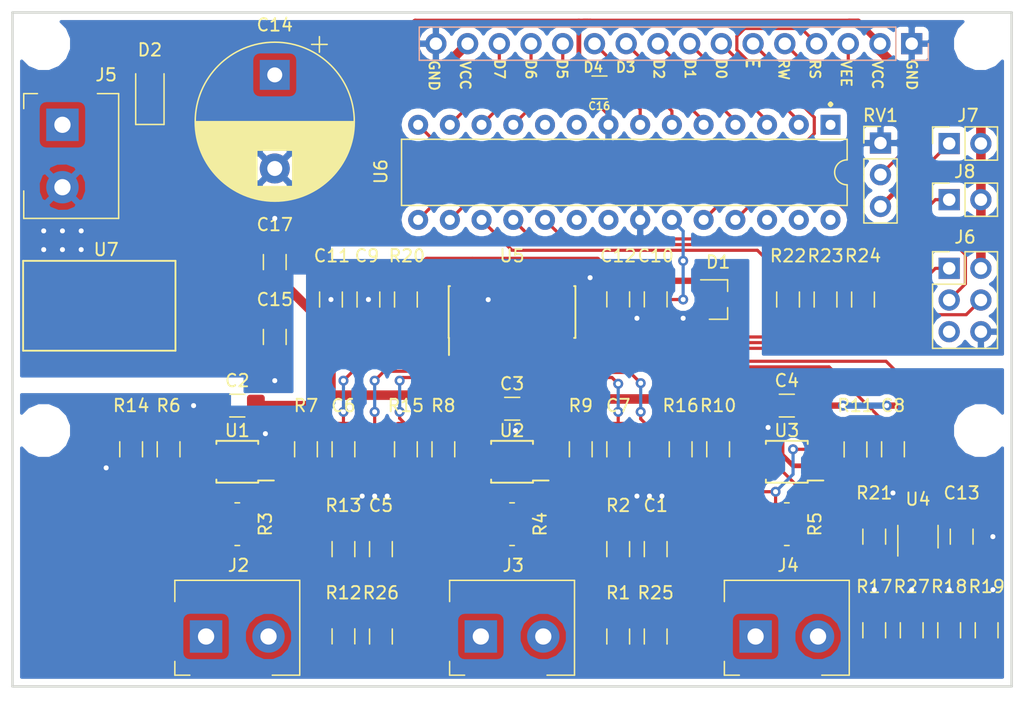
<source format=kicad_pcb>
(kicad_pcb (version 20171130) (host pcbnew "(5.0.0-3-g5ebb6b6)")

  (general
    (thickness 1.6)
    (drawings 22)
    (tracks 502)
    (zones 0)
    (modules 66)
    (nets 58)
  )

  (page A4)
  (layers
    (0 F.Cu signal)
    (31 B.Cu signal)
    (32 B.Adhes user)
    (33 F.Adhes user)
    (34 B.Paste user)
    (35 F.Paste user)
    (36 B.SilkS user)
    (37 F.SilkS user)
    (38 B.Mask user)
    (39 F.Mask user)
    (40 Dwgs.User user)
    (41 Cmts.User user)
    (42 Eco1.User user)
    (43 Eco2.User user)
    (44 Edge.Cuts user)
    (45 Margin user)
    (46 B.CrtYd user)
    (47 F.CrtYd user)
    (48 B.Fab user)
    (49 F.Fab user hide)
  )

  (setup
    (last_trace_width 0.1524)
    (user_trace_width 0.254)
    (user_trace_width 0.381)
    (user_trace_width 0.508)
    (user_trace_width 0.762)
    (trace_clearance 0.1524)
    (zone_clearance 0.508)
    (zone_45_only no)
    (trace_min 0.1524)
    (segment_width 0.2)
    (edge_width 0.15)
    (via_size 0.6858)
    (via_drill 0.3302)
    (via_min_size 0.508)
    (via_min_drill 0.254)
    (uvia_size 0.6858)
    (uvia_drill 0.3302)
    (uvias_allowed no)
    (uvia_min_size 0.2)
    (uvia_min_drill 0.1)
    (pcb_text_width 0.3)
    (pcb_text_size 1.5 1.5)
    (mod_edge_width 0.15)
    (mod_text_size 1 1)
    (mod_text_width 0.15)
    (pad_size 12.2 9.75)
    (pad_drill 0)
    (pad_to_mask_clearance 0.0508)
    (aux_axis_origin 0 0)
    (visible_elements FFFFFF7F)
    (pcbplotparams
      (layerselection 0x010fc_ffffffff)
      (usegerberextensions false)
      (usegerberattributes false)
      (usegerberadvancedattributes false)
      (creategerberjobfile false)
      (excludeedgelayer true)
      (linewidth 0.100000)
      (plotframeref false)
      (viasonmask false)
      (mode 1)
      (useauxorigin false)
      (hpglpennumber 1)
      (hpglpenspeed 20)
      (hpglpendiameter 15.000000)
      (psnegative false)
      (psa4output false)
      (plotreference true)
      (plotvalue true)
      (plotinvisibletext false)
      (padsonsilk false)
      (subtractmaskfromsilk false)
      (outputformat 1)
      (mirror false)
      (drillshape 0)
      (scaleselection 1)
      (outputdirectory "gerbers/"))
  )

  (net 0 "")
  (net 1 -Vs)
  (net 2 -Vs_Out)
  (net 3 SCK_Bus)
  (net 4 SCK)
  (net 5 MISO)
  (net 6 MISO_Bus)
  (net 7 MOSI_Bus)
  (net 8 MOSI)
  (net 9 -Vs_ADC)
  (net 10 "Net-(R19-Pad1)")
  (net 11 "Net-(C10-Pad1)")
  (net 12 VCC)
  (net 13 "Net-(R17-Pad2)")
  (net 14 GND)
  (net 15 -I_ADC)
  (net 16 5I_ADC)
  (net 17 +I_ADC)
  (net 18 +Vs_ADC)
  (net 19 +Vs_Out)
  (net 20 "Net-(R11-Pad2)")
  (net 21 "Net-(R10-Pad2)")
  (net 22 5Vs_Out)
  (net 23 "Net-(R9-Pad2)")
  (net 24 "Net-(R8-Pad2)")
  (net 25 5Vs)
  (net 26 "Net-(R7-Pad2)")
  (net 27 "Net-(R6-Pad2)")
  (net 28 +Vs)
  (net 29 5Vs_ADC)
  (net 30 "Net-(C14-Pad1)")
  (net 31 "Net-(U5-Pad7)")
  (net 32 "Net-(U5-Pad8)")
  (net 33 CS)
  (net 34 "Net-(U6-Pad1)")
  (net 35 RW)
  (net 36 D0)
  (net 37 E)
  (net 38 D1)
  (net 39 D2)
  (net 40 D3)
  (net 41 D4)
  (net 42 "Net-(U6-Pad21)")
  (net 43 "Net-(U6-Pad9)")
  (net 44 "Net-(U6-Pad10)")
  (net 45 D5)
  (net 46 D6)
  (net 47 "Net-(U6-Pad26)")
  (net 48 D7)
  (net 49 "Net-(U6-Pad27)")
  (net 50 RS)
  (net 51 "Net-(U6-Pad28)")
  (net 52 "Net-(J6-Pad5)")
  (net 53 "Net-(J1-Pad3)")
  (net 54 +6V)
  (net 55 BTN1)
  (net 56 BTN2)
  (net 57 "Net-(U6-Pad20)")

  (net_class Default "This is the default net class."
    (clearance 0.1524)
    (trace_width 0.1524)
    (via_dia 0.6858)
    (via_drill 0.3302)
    (uvia_dia 0.6858)
    (uvia_drill 0.3302)
    (diff_pair_gap 0.1524)
    (diff_pair_width 0.1524)
    (add_net +6V)
    (add_net +I_ADC)
    (add_net +Vs)
    (add_net +Vs_ADC)
    (add_net +Vs_Out)
    (add_net -I_ADC)
    (add_net -Vs)
    (add_net -Vs_ADC)
    (add_net -Vs_Out)
    (add_net 5I_ADC)
    (add_net 5Vs)
    (add_net 5Vs_ADC)
    (add_net 5Vs_Out)
    (add_net BTN1)
    (add_net BTN2)
    (add_net CS)
    (add_net D0)
    (add_net D1)
    (add_net D2)
    (add_net D3)
    (add_net D4)
    (add_net D5)
    (add_net D6)
    (add_net D7)
    (add_net E)
    (add_net GND)
    (add_net MISO)
    (add_net MISO_Bus)
    (add_net MOSI)
    (add_net MOSI_Bus)
    (add_net "Net-(C10-Pad1)")
    (add_net "Net-(C14-Pad1)")
    (add_net "Net-(J1-Pad3)")
    (add_net "Net-(J6-Pad5)")
    (add_net "Net-(R10-Pad2)")
    (add_net "Net-(R11-Pad2)")
    (add_net "Net-(R17-Pad2)")
    (add_net "Net-(R19-Pad1)")
    (add_net "Net-(R6-Pad2)")
    (add_net "Net-(R7-Pad2)")
    (add_net "Net-(R8-Pad2)")
    (add_net "Net-(R9-Pad2)")
    (add_net "Net-(U5-Pad7)")
    (add_net "Net-(U5-Pad8)")
    (add_net "Net-(U6-Pad1)")
    (add_net "Net-(U6-Pad10)")
    (add_net "Net-(U6-Pad20)")
    (add_net "Net-(U6-Pad21)")
    (add_net "Net-(U6-Pad26)")
    (add_net "Net-(U6-Pad27)")
    (add_net "Net-(U6-Pad28)")
    (add_net "Net-(U6-Pad9)")
    (add_net RS)
    (add_net RW)
    (add_net SCK)
    (add_net SCK_Bus)
    (add_net VCC)
  )

  (module AVMeter:L7805CDT-TR-DPAK (layer F.Cu) (tedit 5BD7AA2F) (tstamp 5BE97539)
    (at 186.75 93.5 90)
    (path /5BC37283)
    (clearance 0.508)
    (fp_text reference U7 (at 4.5 -0.25 180) (layer F.SilkS)
      (effects (font (size 1 1) (thickness 0.15)))
    )
    (fp_text value L7805 (at 0 7.2 90) (layer F.Fab)
      (effects (font (size 1 1) (thickness 0.15)))
    )
    (fp_line (start 3.6 -6.9) (end -3.6 -6.9) (layer F.CrtYd) (width 0.15))
    (fp_line (start 3.6 5.3) (end 3.6 -6.9) (layer F.CrtYd) (width 0.15))
    (fp_line (start -3.6 5.3) (end 3.6 5.3) (layer F.CrtYd) (width 0.15))
    (fp_line (start -3.6 -6.9) (end 3.6 -6.9) (layer F.SilkS) (width 0.15))
    (fp_line (start -3.6 -6.9) (end -3.6 5.3) (layer F.SilkS) (width 0.15))
    (fp_line (start 3.6 -6.9) (end 3.6 5.3) (layer F.SilkS) (width 0.15))
    (fp_line (start -3.6 5.3) (end 3.6 5.3) (layer F.SilkS) (width 0.15))
    (fp_line (start -3.6 -6.9) (end -3.6 5.3) (layer F.CrtYd) (width 0.15))
    (pad 2 smd rect (at 0 -3.35 90) (size 6.7 6.7) (layers F.Cu F.Paste F.Mask)
      (net 14 GND))
    (pad 1 smd rect (at -2.3 3.3 90) (size 1.6 3) (layers F.Cu F.Paste F.Mask)
      (net 30 "Net-(C14-Pad1)"))
    (pad 3 smd rect (at 2.3 3.3 90) (size 1.6 3) (layers F.Cu F.Paste F.Mask)
      (net 12 VCC))
  )

  (module Diode_SMD:D_1206_3216Metric_Pad1.42x1.75mm_HandSolder (layer F.Cu) (tedit 5B4B45C8) (tstamp 5BD181CD)
    (at 190 76.5125 90)
    (descr "Diode SMD 1206 (3216 Metric), square (rectangular) end terminal, IPC_7351 nominal, (Body size source: http://www.tortai-tech.com/upload/download/2011102023233369053.pdf), generated with kicad-footprint-generator")
    (tags "diode handsolder")
    (path /5BCC443F)
    (attr smd)
    (fp_text reference D2 (at 3.5125 0 180) (layer F.SilkS)
      (effects (font (size 1 1) (thickness 0.15)))
    )
    (fp_text value DIODE (at 0 1.82 90) (layer F.Fab)
      (effects (font (size 1 1) (thickness 0.15)))
    )
    (fp_text user %R (at 0 0 90) (layer F.Fab)
      (effects (font (size 0.8 0.8) (thickness 0.12)))
    )
    (fp_line (start 2.45 1.12) (end -2.45 1.12) (layer F.CrtYd) (width 0.05))
    (fp_line (start 2.45 -1.12) (end 2.45 1.12) (layer F.CrtYd) (width 0.05))
    (fp_line (start -2.45 -1.12) (end 2.45 -1.12) (layer F.CrtYd) (width 0.05))
    (fp_line (start -2.45 1.12) (end -2.45 -1.12) (layer F.CrtYd) (width 0.05))
    (fp_line (start -2.46 1.135) (end 1.6 1.135) (layer F.SilkS) (width 0.12))
    (fp_line (start -2.46 -1.135) (end -2.46 1.135) (layer F.SilkS) (width 0.12))
    (fp_line (start 1.6 -1.135) (end -2.46 -1.135) (layer F.SilkS) (width 0.12))
    (fp_line (start 1.6 0.8) (end 1.6 -0.8) (layer F.Fab) (width 0.1))
    (fp_line (start -1.6 0.8) (end 1.6 0.8) (layer F.Fab) (width 0.1))
    (fp_line (start -1.6 -0.4) (end -1.6 0.8) (layer F.Fab) (width 0.1))
    (fp_line (start -1.2 -0.8) (end -1.6 -0.4) (layer F.Fab) (width 0.1))
    (fp_line (start 1.6 -0.8) (end -1.2 -0.8) (layer F.Fab) (width 0.1))
    (pad 2 smd roundrect (at 1.4875 0 90) (size 1.425 1.75) (layers F.Cu F.Paste F.Mask) (roundrect_rratio 0.175439)
      (net 30 "Net-(C14-Pad1)"))
    (pad 1 smd roundrect (at -1.4875 0 90) (size 1.425 1.75) (layers F.Cu F.Paste F.Mask) (roundrect_rratio 0.175439)
      (net 54 +6V))
    (model ${KISYS3DMOD}/Diode_SMD.3dshapes/D_1206_3216Metric.wrl
      (at (xyz 0 0 0))
      (scale (xyz 1 1 1))
      (rotate (xyz 0 0 0))
    )
  )

  (module Package_TO_SOT_SMD:SOT-23 (layer F.Cu) (tedit 5A02FF57) (tstamp 5BE83B89)
    (at 235.5 93)
    (descr "SOT-23, Standard")
    (tags SOT-23)
    (path /5BAD9129)
    (attr smd)
    (fp_text reference D1 (at 0 -3 180) (layer F.SilkS)
      (effects (font (size 1 1) (thickness 0.15)))
    )
    (fp_text value LM4040DBZ-2.0 (at 0 2.5) (layer F.Fab)
      (effects (font (size 1 1) (thickness 0.15)))
    )
    (fp_line (start 0.76 1.58) (end -0.7 1.58) (layer F.SilkS) (width 0.12))
    (fp_line (start 0.76 -1.58) (end -1.4 -1.58) (layer F.SilkS) (width 0.12))
    (fp_line (start -1.7 1.75) (end -1.7 -1.75) (layer F.CrtYd) (width 0.05))
    (fp_line (start 1.7 1.75) (end -1.7 1.75) (layer F.CrtYd) (width 0.05))
    (fp_line (start 1.7 -1.75) (end 1.7 1.75) (layer F.CrtYd) (width 0.05))
    (fp_line (start -1.7 -1.75) (end 1.7 -1.75) (layer F.CrtYd) (width 0.05))
    (fp_line (start 0.76 -1.58) (end 0.76 -0.65) (layer F.SilkS) (width 0.12))
    (fp_line (start 0.76 1.58) (end 0.76 0.65) (layer F.SilkS) (width 0.12))
    (fp_line (start -0.7 1.52) (end 0.7 1.52) (layer F.Fab) (width 0.1))
    (fp_line (start 0.7 -1.52) (end 0.7 1.52) (layer F.Fab) (width 0.1))
    (fp_line (start -0.7 -0.95) (end -0.15 -1.52) (layer F.Fab) (width 0.1))
    (fp_line (start -0.15 -1.52) (end 0.7 -1.52) (layer F.Fab) (width 0.1))
    (fp_line (start -0.7 -0.95) (end -0.7 1.5) (layer F.Fab) (width 0.1))
    (fp_text user %R (at 0 0 -270) (layer F.Fab)
      (effects (font (size 0.5 0.5) (thickness 0.075)))
    )
    (pad 3 smd rect (at 1 0) (size 0.9 0.8) (layers F.Cu F.Paste F.Mask))
    (pad 2 smd rect (at -1 0.95) (size 0.9 0.8) (layers F.Cu F.Paste F.Mask)
      (net 14 GND))
    (pad 1 smd rect (at -1 -0.95) (size 0.9 0.8) (layers F.Cu F.Paste F.Mask)
      (net 11 "Net-(C10-Pad1)"))
    (model ${KISYS3DMOD}/Package_TO_SOT_SMD.3dshapes/SOT-23.wrl
      (at (xyz 0 0 0))
      (scale (xyz 1 1 1))
      (rotate (xyz 0 0 0))
    )
  )

  (module Package_SO:MSOP-8_3x3mm_P0.65mm (layer F.Cu) (tedit 5A02F25C) (tstamp 5BD319BD)
    (at 241 106 180)
    (descr "8-Lead Plastic Micro Small Outline Package (MS) [MSOP] (see Microchip Packaging Specification 00000049BS.pdf)")
    (tags "SSOP 0.65")
    (path /5BAC525D)
    (attr smd)
    (fp_text reference U3 (at 0 2.5) (layer F.SilkS)
      (effects (font (size 1 1) (thickness 0.15)))
    )
    (fp_text value LT6105 (at 0 2.6 180) (layer F.Fab)
      (effects (font (size 1 1) (thickness 0.15)))
    )
    (fp_line (start -0.5 -1.5) (end 1.5 -1.5) (layer F.Fab) (width 0.15))
    (fp_line (start 1.5 -1.5) (end 1.5 1.5) (layer F.Fab) (width 0.15))
    (fp_line (start 1.5 1.5) (end -1.5 1.5) (layer F.Fab) (width 0.15))
    (fp_line (start -1.5 1.5) (end -1.5 -0.5) (layer F.Fab) (width 0.15))
    (fp_line (start -1.5 -0.5) (end -0.5 -1.5) (layer F.Fab) (width 0.15))
    (fp_line (start -3.2 -1.85) (end -3.2 1.85) (layer F.CrtYd) (width 0.05))
    (fp_line (start 3.2 -1.85) (end 3.2 1.85) (layer F.CrtYd) (width 0.05))
    (fp_line (start -3.2 -1.85) (end 3.2 -1.85) (layer F.CrtYd) (width 0.05))
    (fp_line (start -3.2 1.85) (end 3.2 1.85) (layer F.CrtYd) (width 0.05))
    (fp_line (start -1.675 -1.675) (end -1.675 -1.5) (layer F.SilkS) (width 0.15))
    (fp_line (start 1.675 -1.675) (end 1.675 -1.425) (layer F.SilkS) (width 0.15))
    (fp_line (start 1.675 1.675) (end 1.675 1.425) (layer F.SilkS) (width 0.15))
    (fp_line (start -1.675 1.675) (end -1.675 1.425) (layer F.SilkS) (width 0.15))
    (fp_line (start -1.675 -1.675) (end 1.675 -1.675) (layer F.SilkS) (width 0.15))
    (fp_line (start -1.675 1.675) (end 1.675 1.675) (layer F.SilkS) (width 0.15))
    (fp_line (start -1.675 -1.5) (end -2.925 -1.5) (layer F.SilkS) (width 0.15))
    (fp_text user %R (at 0 0 180) (layer F.Fab)
      (effects (font (size 0.6 0.6) (thickness 0.15)))
    )
    (pad 1 smd rect (at -2.2 -0.975 180) (size 1.45 0.45) (layers F.Cu F.Paste F.Mask)
      (net 20 "Net-(R11-Pad2)"))
    (pad 2 smd rect (at -2.2 -0.325 180) (size 1.45 0.45) (layers F.Cu F.Paste F.Mask)
      (net 12 VCC))
    (pad 3 smd rect (at -2.2 0.325 180) (size 1.45 0.45) (layers F.Cu F.Paste F.Mask))
    (pad 4 smd rect (at -2.2 0.975 180) (size 1.45 0.45) (layers F.Cu F.Paste F.Mask)
      (net 1 -Vs))
    (pad 5 smd rect (at 2.2 0.975 180) (size 1.45 0.45) (layers F.Cu F.Paste F.Mask)
      (net 15 -I_ADC))
    (pad 6 smd rect (at 2.2 0.325 180) (size 1.45 0.45) (layers F.Cu F.Paste F.Mask))
    (pad 7 smd rect (at 2.2 -0.325 180) (size 1.45 0.45) (layers F.Cu F.Paste F.Mask))
    (pad 8 smd rect (at 2.2 -0.975 180) (size 1.45 0.45) (layers F.Cu F.Paste F.Mask)
      (net 21 "Net-(R10-Pad2)"))
    (model ${KISYS3DMOD}/Package_SO.3dshapes/MSOP-8_3x3mm_P0.65mm.wrl
      (at (xyz 0 0 0))
      (scale (xyz 1 1 1))
      (rotate (xyz 0 0 0))
    )
  )

  (module Capacitor_THT:CP_Radial_D12.5mm_P7.50mm (layer F.Cu) (tedit 5AE50EF1) (tstamp 5BE1E4D6)
    (at 200 75 270)
    (descr "CP, Radial series, Radial, pin pitch=7.50mm, , diameter=12.5mm, Electrolytic Capacitor")
    (tags "CP Radial series Radial pin pitch 7.50mm  diameter 12.5mm Electrolytic Capacitor")
    (path /5BBA5D64)
    (fp_text reference C14 (at -4 0) (layer F.SilkS)
      (effects (font (size 1 1) (thickness 0.15)))
    )
    (fp_text value 3500uf (at 3.75 7.5 270) (layer F.Fab)
      (effects (font (size 1 1) (thickness 0.15)))
    )
    (fp_circle (center 3.75 0) (end 10 0) (layer F.Fab) (width 0.1))
    (fp_circle (center 3.75 0) (end 10.12 0) (layer F.SilkS) (width 0.12))
    (fp_circle (center 3.75 0) (end 10.25 0) (layer F.CrtYd) (width 0.05))
    (fp_line (start -1.616489 -2.7375) (end -0.366489 -2.7375) (layer F.Fab) (width 0.1))
    (fp_line (start -0.991489 -3.3625) (end -0.991489 -2.1125) (layer F.Fab) (width 0.1))
    (fp_line (start 3.75 -6.33) (end 3.75 6.33) (layer F.SilkS) (width 0.12))
    (fp_line (start 3.79 -6.33) (end 3.79 6.33) (layer F.SilkS) (width 0.12))
    (fp_line (start 3.83 -6.33) (end 3.83 6.33) (layer F.SilkS) (width 0.12))
    (fp_line (start 3.87 -6.329) (end 3.87 6.329) (layer F.SilkS) (width 0.12))
    (fp_line (start 3.91 -6.328) (end 3.91 6.328) (layer F.SilkS) (width 0.12))
    (fp_line (start 3.95 -6.327) (end 3.95 6.327) (layer F.SilkS) (width 0.12))
    (fp_line (start 3.99 -6.326) (end 3.99 6.326) (layer F.SilkS) (width 0.12))
    (fp_line (start 4.03 -6.324) (end 4.03 6.324) (layer F.SilkS) (width 0.12))
    (fp_line (start 4.07 -6.322) (end 4.07 6.322) (layer F.SilkS) (width 0.12))
    (fp_line (start 4.11 -6.32) (end 4.11 6.32) (layer F.SilkS) (width 0.12))
    (fp_line (start 4.15 -6.318) (end 4.15 6.318) (layer F.SilkS) (width 0.12))
    (fp_line (start 4.19 -6.315) (end 4.19 6.315) (layer F.SilkS) (width 0.12))
    (fp_line (start 4.23 -6.312) (end 4.23 6.312) (layer F.SilkS) (width 0.12))
    (fp_line (start 4.27 -6.309) (end 4.27 6.309) (layer F.SilkS) (width 0.12))
    (fp_line (start 4.31 -6.306) (end 4.31 6.306) (layer F.SilkS) (width 0.12))
    (fp_line (start 4.35 -6.302) (end 4.35 6.302) (layer F.SilkS) (width 0.12))
    (fp_line (start 4.39 -6.298) (end 4.39 6.298) (layer F.SilkS) (width 0.12))
    (fp_line (start 4.43 -6.294) (end 4.43 6.294) (layer F.SilkS) (width 0.12))
    (fp_line (start 4.471 -6.29) (end 4.471 6.29) (layer F.SilkS) (width 0.12))
    (fp_line (start 4.511 -6.285) (end 4.511 6.285) (layer F.SilkS) (width 0.12))
    (fp_line (start 4.551 -6.28) (end 4.551 6.28) (layer F.SilkS) (width 0.12))
    (fp_line (start 4.591 -6.275) (end 4.591 6.275) (layer F.SilkS) (width 0.12))
    (fp_line (start 4.631 -6.269) (end 4.631 6.269) (layer F.SilkS) (width 0.12))
    (fp_line (start 4.671 -6.264) (end 4.671 6.264) (layer F.SilkS) (width 0.12))
    (fp_line (start 4.711 -6.258) (end 4.711 6.258) (layer F.SilkS) (width 0.12))
    (fp_line (start 4.751 -6.252) (end 4.751 6.252) (layer F.SilkS) (width 0.12))
    (fp_line (start 4.791 -6.245) (end 4.791 6.245) (layer F.SilkS) (width 0.12))
    (fp_line (start 4.831 -6.238) (end 4.831 6.238) (layer F.SilkS) (width 0.12))
    (fp_line (start 4.871 -6.231) (end 4.871 6.231) (layer F.SilkS) (width 0.12))
    (fp_line (start 4.911 -6.224) (end 4.911 6.224) (layer F.SilkS) (width 0.12))
    (fp_line (start 4.951 -6.216) (end 4.951 6.216) (layer F.SilkS) (width 0.12))
    (fp_line (start 4.991 -6.209) (end 4.991 6.209) (layer F.SilkS) (width 0.12))
    (fp_line (start 5.031 -6.201) (end 5.031 6.201) (layer F.SilkS) (width 0.12))
    (fp_line (start 5.071 -6.192) (end 5.071 6.192) (layer F.SilkS) (width 0.12))
    (fp_line (start 5.111 -6.184) (end 5.111 6.184) (layer F.SilkS) (width 0.12))
    (fp_line (start 5.151 -6.175) (end 5.151 6.175) (layer F.SilkS) (width 0.12))
    (fp_line (start 5.191 -6.166) (end 5.191 6.166) (layer F.SilkS) (width 0.12))
    (fp_line (start 5.231 -6.156) (end 5.231 6.156) (layer F.SilkS) (width 0.12))
    (fp_line (start 5.271 -6.146) (end 5.271 6.146) (layer F.SilkS) (width 0.12))
    (fp_line (start 5.311 -6.137) (end 5.311 6.137) (layer F.SilkS) (width 0.12))
    (fp_line (start 5.351 -6.126) (end 5.351 6.126) (layer F.SilkS) (width 0.12))
    (fp_line (start 5.391 -6.116) (end 5.391 6.116) (layer F.SilkS) (width 0.12))
    (fp_line (start 5.431 -6.105) (end 5.431 6.105) (layer F.SilkS) (width 0.12))
    (fp_line (start 5.471 -6.094) (end 5.471 6.094) (layer F.SilkS) (width 0.12))
    (fp_line (start 5.511 -6.083) (end 5.511 6.083) (layer F.SilkS) (width 0.12))
    (fp_line (start 5.551 -6.071) (end 5.551 6.071) (layer F.SilkS) (width 0.12))
    (fp_line (start 5.591 -6.059) (end 5.591 6.059) (layer F.SilkS) (width 0.12))
    (fp_line (start 5.631 -6.047) (end 5.631 6.047) (layer F.SilkS) (width 0.12))
    (fp_line (start 5.671 -6.034) (end 5.671 6.034) (layer F.SilkS) (width 0.12))
    (fp_line (start 5.711 -6.021) (end 5.711 6.021) (layer F.SilkS) (width 0.12))
    (fp_line (start 5.751 -6.008) (end 5.751 6.008) (layer F.SilkS) (width 0.12))
    (fp_line (start 5.791 -5.995) (end 5.791 5.995) (layer F.SilkS) (width 0.12))
    (fp_line (start 5.831 -5.981) (end 5.831 5.981) (layer F.SilkS) (width 0.12))
    (fp_line (start 5.871 -5.967) (end 5.871 5.967) (layer F.SilkS) (width 0.12))
    (fp_line (start 5.911 -5.953) (end 5.911 5.953) (layer F.SilkS) (width 0.12))
    (fp_line (start 5.951 -5.939) (end 5.951 5.939) (layer F.SilkS) (width 0.12))
    (fp_line (start 5.991 -5.924) (end 5.991 5.924) (layer F.SilkS) (width 0.12))
    (fp_line (start 6.031 -5.908) (end 6.031 5.908) (layer F.SilkS) (width 0.12))
    (fp_line (start 6.071 -5.893) (end 6.071 -1.44) (layer F.SilkS) (width 0.12))
    (fp_line (start 6.071 1.44) (end 6.071 5.893) (layer F.SilkS) (width 0.12))
    (fp_line (start 6.111 -5.877) (end 6.111 -1.44) (layer F.SilkS) (width 0.12))
    (fp_line (start 6.111 1.44) (end 6.111 5.877) (layer F.SilkS) (width 0.12))
    (fp_line (start 6.151 -5.861) (end 6.151 -1.44) (layer F.SilkS) (width 0.12))
    (fp_line (start 6.151 1.44) (end 6.151 5.861) (layer F.SilkS) (width 0.12))
    (fp_line (start 6.191 -5.845) (end 6.191 -1.44) (layer F.SilkS) (width 0.12))
    (fp_line (start 6.191 1.44) (end 6.191 5.845) (layer F.SilkS) (width 0.12))
    (fp_line (start 6.231 -5.828) (end 6.231 -1.44) (layer F.SilkS) (width 0.12))
    (fp_line (start 6.231 1.44) (end 6.231 5.828) (layer F.SilkS) (width 0.12))
    (fp_line (start 6.271 -5.811) (end 6.271 -1.44) (layer F.SilkS) (width 0.12))
    (fp_line (start 6.271 1.44) (end 6.271 5.811) (layer F.SilkS) (width 0.12))
    (fp_line (start 6.311 -5.793) (end 6.311 -1.44) (layer F.SilkS) (width 0.12))
    (fp_line (start 6.311 1.44) (end 6.311 5.793) (layer F.SilkS) (width 0.12))
    (fp_line (start 6.351 -5.776) (end 6.351 -1.44) (layer F.SilkS) (width 0.12))
    (fp_line (start 6.351 1.44) (end 6.351 5.776) (layer F.SilkS) (width 0.12))
    (fp_line (start 6.391 -5.758) (end 6.391 -1.44) (layer F.SilkS) (width 0.12))
    (fp_line (start 6.391 1.44) (end 6.391 5.758) (layer F.SilkS) (width 0.12))
    (fp_line (start 6.431 -5.739) (end 6.431 -1.44) (layer F.SilkS) (width 0.12))
    (fp_line (start 6.431 1.44) (end 6.431 5.739) (layer F.SilkS) (width 0.12))
    (fp_line (start 6.471 -5.721) (end 6.471 -1.44) (layer F.SilkS) (width 0.12))
    (fp_line (start 6.471 1.44) (end 6.471 5.721) (layer F.SilkS) (width 0.12))
    (fp_line (start 6.511 -5.702) (end 6.511 -1.44) (layer F.SilkS) (width 0.12))
    (fp_line (start 6.511 1.44) (end 6.511 5.702) (layer F.SilkS) (width 0.12))
    (fp_line (start 6.551 -5.682) (end 6.551 -1.44) (layer F.SilkS) (width 0.12))
    (fp_line (start 6.551 1.44) (end 6.551 5.682) (layer F.SilkS) (width 0.12))
    (fp_line (start 6.591 -5.662) (end 6.591 -1.44) (layer F.SilkS) (width 0.12))
    (fp_line (start 6.591 1.44) (end 6.591 5.662) (layer F.SilkS) (width 0.12))
    (fp_line (start 6.631 -5.642) (end 6.631 -1.44) (layer F.SilkS) (width 0.12))
    (fp_line (start 6.631 1.44) (end 6.631 5.642) (layer F.SilkS) (width 0.12))
    (fp_line (start 6.671 -5.622) (end 6.671 -1.44) (layer F.SilkS) (width 0.12))
    (fp_line (start 6.671 1.44) (end 6.671 5.622) (layer F.SilkS) (width 0.12))
    (fp_line (start 6.711 -5.601) (end 6.711 -1.44) (layer F.SilkS) (width 0.12))
    (fp_line (start 6.711 1.44) (end 6.711 5.601) (layer F.SilkS) (width 0.12))
    (fp_line (start 6.751 -5.58) (end 6.751 -1.44) (layer F.SilkS) (width 0.12))
    (fp_line (start 6.751 1.44) (end 6.751 5.58) (layer F.SilkS) (width 0.12))
    (fp_line (start 6.791 -5.558) (end 6.791 -1.44) (layer F.SilkS) (width 0.12))
    (fp_line (start 6.791 1.44) (end 6.791 5.558) (layer F.SilkS) (width 0.12))
    (fp_line (start 6.831 -5.536) (end 6.831 -1.44) (layer F.SilkS) (width 0.12))
    (fp_line (start 6.831 1.44) (end 6.831 5.536) (layer F.SilkS) (width 0.12))
    (fp_line (start 6.871 -5.514) (end 6.871 -1.44) (layer F.SilkS) (width 0.12))
    (fp_line (start 6.871 1.44) (end 6.871 5.514) (layer F.SilkS) (width 0.12))
    (fp_line (start 6.911 -5.491) (end 6.911 -1.44) (layer F.SilkS) (width 0.12))
    (fp_line (start 6.911 1.44) (end 6.911 5.491) (layer F.SilkS) (width 0.12))
    (fp_line (start 6.951 -5.468) (end 6.951 -1.44) (layer F.SilkS) (width 0.12))
    (fp_line (start 6.951 1.44) (end 6.951 5.468) (layer F.SilkS) (width 0.12))
    (fp_line (start 6.991 -5.445) (end 6.991 -1.44) (layer F.SilkS) (width 0.12))
    (fp_line (start 6.991 1.44) (end 6.991 5.445) (layer F.SilkS) (width 0.12))
    (fp_line (start 7.031 -5.421) (end 7.031 -1.44) (layer F.SilkS) (width 0.12))
    (fp_line (start 7.031 1.44) (end 7.031 5.421) (layer F.SilkS) (width 0.12))
    (fp_line (start 7.071 -5.397) (end 7.071 -1.44) (layer F.SilkS) (width 0.12))
    (fp_line (start 7.071 1.44) (end 7.071 5.397) (layer F.SilkS) (width 0.12))
    (fp_line (start 7.111 -5.372) (end 7.111 -1.44) (layer F.SilkS) (width 0.12))
    (fp_line (start 7.111 1.44) (end 7.111 5.372) (layer F.SilkS) (width 0.12))
    (fp_line (start 7.151 -5.347) (end 7.151 -1.44) (layer F.SilkS) (width 0.12))
    (fp_line (start 7.151 1.44) (end 7.151 5.347) (layer F.SilkS) (width 0.12))
    (fp_line (start 7.191 -5.322) (end 7.191 -1.44) (layer F.SilkS) (width 0.12))
    (fp_line (start 7.191 1.44) (end 7.191 5.322) (layer F.SilkS) (width 0.12))
    (fp_line (start 7.231 -5.296) (end 7.231 -1.44) (layer F.SilkS) (width 0.12))
    (fp_line (start 7.231 1.44) (end 7.231 5.296) (layer F.SilkS) (width 0.12))
    (fp_line (start 7.271 -5.27) (end 7.271 -1.44) (layer F.SilkS) (width 0.12))
    (fp_line (start 7.271 1.44) (end 7.271 5.27) (layer F.SilkS) (width 0.12))
    (fp_line (start 7.311 -5.243) (end 7.311 -1.44) (layer F.SilkS) (width 0.12))
    (fp_line (start 7.311 1.44) (end 7.311 5.243) (layer F.SilkS) (width 0.12))
    (fp_line (start 7.351 -5.216) (end 7.351 -1.44) (layer F.SilkS) (width 0.12))
    (fp_line (start 7.351 1.44) (end 7.351 5.216) (layer F.SilkS) (width 0.12))
    (fp_line (start 7.391 -5.188) (end 7.391 -1.44) (layer F.SilkS) (width 0.12))
    (fp_line (start 7.391 1.44) (end 7.391 5.188) (layer F.SilkS) (width 0.12))
    (fp_line (start 7.431 -5.16) (end 7.431 -1.44) (layer F.SilkS) (width 0.12))
    (fp_line (start 7.431 1.44) (end 7.431 5.16) (layer F.SilkS) (width 0.12))
    (fp_line (start 7.471 -5.131) (end 7.471 -1.44) (layer F.SilkS) (width 0.12))
    (fp_line (start 7.471 1.44) (end 7.471 5.131) (layer F.SilkS) (width 0.12))
    (fp_line (start 7.511 -5.102) (end 7.511 -1.44) (layer F.SilkS) (width 0.12))
    (fp_line (start 7.511 1.44) (end 7.511 5.102) (layer F.SilkS) (width 0.12))
    (fp_line (start 7.551 -5.073) (end 7.551 -1.44) (layer F.SilkS) (width 0.12))
    (fp_line (start 7.551 1.44) (end 7.551 5.073) (layer F.SilkS) (width 0.12))
    (fp_line (start 7.591 -5.043) (end 7.591 -1.44) (layer F.SilkS) (width 0.12))
    (fp_line (start 7.591 1.44) (end 7.591 5.043) (layer F.SilkS) (width 0.12))
    (fp_line (start 7.631 -5.012) (end 7.631 -1.44) (layer F.SilkS) (width 0.12))
    (fp_line (start 7.631 1.44) (end 7.631 5.012) (layer F.SilkS) (width 0.12))
    (fp_line (start 7.671 -4.982) (end 7.671 -1.44) (layer F.SilkS) (width 0.12))
    (fp_line (start 7.671 1.44) (end 7.671 4.982) (layer F.SilkS) (width 0.12))
    (fp_line (start 7.711 -4.95) (end 7.711 -1.44) (layer F.SilkS) (width 0.12))
    (fp_line (start 7.711 1.44) (end 7.711 4.95) (layer F.SilkS) (width 0.12))
    (fp_line (start 7.751 -4.918) (end 7.751 -1.44) (layer F.SilkS) (width 0.12))
    (fp_line (start 7.751 1.44) (end 7.751 4.918) (layer F.SilkS) (width 0.12))
    (fp_line (start 7.791 -4.885) (end 7.791 -1.44) (layer F.SilkS) (width 0.12))
    (fp_line (start 7.791 1.44) (end 7.791 4.885) (layer F.SilkS) (width 0.12))
    (fp_line (start 7.831 -4.852) (end 7.831 -1.44) (layer F.SilkS) (width 0.12))
    (fp_line (start 7.831 1.44) (end 7.831 4.852) (layer F.SilkS) (width 0.12))
    (fp_line (start 7.871 -4.819) (end 7.871 -1.44) (layer F.SilkS) (width 0.12))
    (fp_line (start 7.871 1.44) (end 7.871 4.819) (layer F.SilkS) (width 0.12))
    (fp_line (start 7.911 -4.785) (end 7.911 -1.44) (layer F.SilkS) (width 0.12))
    (fp_line (start 7.911 1.44) (end 7.911 4.785) (layer F.SilkS) (width 0.12))
    (fp_line (start 7.951 -4.75) (end 7.951 -1.44) (layer F.SilkS) (width 0.12))
    (fp_line (start 7.951 1.44) (end 7.951 4.75) (layer F.SilkS) (width 0.12))
    (fp_line (start 7.991 -4.714) (end 7.991 -1.44) (layer F.SilkS) (width 0.12))
    (fp_line (start 7.991 1.44) (end 7.991 4.714) (layer F.SilkS) (width 0.12))
    (fp_line (start 8.031 -4.678) (end 8.031 -1.44) (layer F.SilkS) (width 0.12))
    (fp_line (start 8.031 1.44) (end 8.031 4.678) (layer F.SilkS) (width 0.12))
    (fp_line (start 8.071 -4.642) (end 8.071 -1.44) (layer F.SilkS) (width 0.12))
    (fp_line (start 8.071 1.44) (end 8.071 4.642) (layer F.SilkS) (width 0.12))
    (fp_line (start 8.111 -4.605) (end 8.111 -1.44) (layer F.SilkS) (width 0.12))
    (fp_line (start 8.111 1.44) (end 8.111 4.605) (layer F.SilkS) (width 0.12))
    (fp_line (start 8.151 -4.567) (end 8.151 -1.44) (layer F.SilkS) (width 0.12))
    (fp_line (start 8.151 1.44) (end 8.151 4.567) (layer F.SilkS) (width 0.12))
    (fp_line (start 8.191 -4.528) (end 8.191 -1.44) (layer F.SilkS) (width 0.12))
    (fp_line (start 8.191 1.44) (end 8.191 4.528) (layer F.SilkS) (width 0.12))
    (fp_line (start 8.231 -4.489) (end 8.231 -1.44) (layer F.SilkS) (width 0.12))
    (fp_line (start 8.231 1.44) (end 8.231 4.489) (layer F.SilkS) (width 0.12))
    (fp_line (start 8.271 -4.449) (end 8.271 -1.44) (layer F.SilkS) (width 0.12))
    (fp_line (start 8.271 1.44) (end 8.271 4.449) (layer F.SilkS) (width 0.12))
    (fp_line (start 8.311 -4.408) (end 8.311 -1.44) (layer F.SilkS) (width 0.12))
    (fp_line (start 8.311 1.44) (end 8.311 4.408) (layer F.SilkS) (width 0.12))
    (fp_line (start 8.351 -4.367) (end 8.351 -1.44) (layer F.SilkS) (width 0.12))
    (fp_line (start 8.351 1.44) (end 8.351 4.367) (layer F.SilkS) (width 0.12))
    (fp_line (start 8.391 -4.325) (end 8.391 -1.44) (layer F.SilkS) (width 0.12))
    (fp_line (start 8.391 1.44) (end 8.391 4.325) (layer F.SilkS) (width 0.12))
    (fp_line (start 8.431 -4.282) (end 8.431 -1.44) (layer F.SilkS) (width 0.12))
    (fp_line (start 8.431 1.44) (end 8.431 4.282) (layer F.SilkS) (width 0.12))
    (fp_line (start 8.471 -4.238) (end 8.471 -1.44) (layer F.SilkS) (width 0.12))
    (fp_line (start 8.471 1.44) (end 8.471 4.238) (layer F.SilkS) (width 0.12))
    (fp_line (start 8.511 -4.194) (end 8.511 -1.44) (layer F.SilkS) (width 0.12))
    (fp_line (start 8.511 1.44) (end 8.511 4.194) (layer F.SilkS) (width 0.12))
    (fp_line (start 8.551 -4.148) (end 8.551 -1.44) (layer F.SilkS) (width 0.12))
    (fp_line (start 8.551 1.44) (end 8.551 4.148) (layer F.SilkS) (width 0.12))
    (fp_line (start 8.591 -4.102) (end 8.591 -1.44) (layer F.SilkS) (width 0.12))
    (fp_line (start 8.591 1.44) (end 8.591 4.102) (layer F.SilkS) (width 0.12))
    (fp_line (start 8.631 -4.055) (end 8.631 -1.44) (layer F.SilkS) (width 0.12))
    (fp_line (start 8.631 1.44) (end 8.631 4.055) (layer F.SilkS) (width 0.12))
    (fp_line (start 8.671 -4.007) (end 8.671 -1.44) (layer F.SilkS) (width 0.12))
    (fp_line (start 8.671 1.44) (end 8.671 4.007) (layer F.SilkS) (width 0.12))
    (fp_line (start 8.711 -3.957) (end 8.711 -1.44) (layer F.SilkS) (width 0.12))
    (fp_line (start 8.711 1.44) (end 8.711 3.957) (layer F.SilkS) (width 0.12))
    (fp_line (start 8.751 -3.907) (end 8.751 -1.44) (layer F.SilkS) (width 0.12))
    (fp_line (start 8.751 1.44) (end 8.751 3.907) (layer F.SilkS) (width 0.12))
    (fp_line (start 8.791 -3.856) (end 8.791 -1.44) (layer F.SilkS) (width 0.12))
    (fp_line (start 8.791 1.44) (end 8.791 3.856) (layer F.SilkS) (width 0.12))
    (fp_line (start 8.831 -3.804) (end 8.831 -1.44) (layer F.SilkS) (width 0.12))
    (fp_line (start 8.831 1.44) (end 8.831 3.804) (layer F.SilkS) (width 0.12))
    (fp_line (start 8.871 -3.75) (end 8.871 -1.44) (layer F.SilkS) (width 0.12))
    (fp_line (start 8.871 1.44) (end 8.871 3.75) (layer F.SilkS) (width 0.12))
    (fp_line (start 8.911 -3.696) (end 8.911 -1.44) (layer F.SilkS) (width 0.12))
    (fp_line (start 8.911 1.44) (end 8.911 3.696) (layer F.SilkS) (width 0.12))
    (fp_line (start 8.951 -3.64) (end 8.951 3.64) (layer F.SilkS) (width 0.12))
    (fp_line (start 8.991 -3.583) (end 8.991 3.583) (layer F.SilkS) (width 0.12))
    (fp_line (start 9.031 -3.524) (end 9.031 3.524) (layer F.SilkS) (width 0.12))
    (fp_line (start 9.071 -3.464) (end 9.071 3.464) (layer F.SilkS) (width 0.12))
    (fp_line (start 9.111 -3.402) (end 9.111 3.402) (layer F.SilkS) (width 0.12))
    (fp_line (start 9.151 -3.339) (end 9.151 3.339) (layer F.SilkS) (width 0.12))
    (fp_line (start 9.191 -3.275) (end 9.191 3.275) (layer F.SilkS) (width 0.12))
    (fp_line (start 9.231 -3.208) (end 9.231 3.208) (layer F.SilkS) (width 0.12))
    (fp_line (start 9.271 -3.14) (end 9.271 3.14) (layer F.SilkS) (width 0.12))
    (fp_line (start 9.311 -3.069) (end 9.311 3.069) (layer F.SilkS) (width 0.12))
    (fp_line (start 9.351 -2.996) (end 9.351 2.996) (layer F.SilkS) (width 0.12))
    (fp_line (start 9.391 -2.921) (end 9.391 2.921) (layer F.SilkS) (width 0.12))
    (fp_line (start 9.431 -2.844) (end 9.431 2.844) (layer F.SilkS) (width 0.12))
    (fp_line (start 9.471 -2.764) (end 9.471 2.764) (layer F.SilkS) (width 0.12))
    (fp_line (start 9.511 -2.681) (end 9.511 2.681) (layer F.SilkS) (width 0.12))
    (fp_line (start 9.551 -2.594) (end 9.551 2.594) (layer F.SilkS) (width 0.12))
    (fp_line (start 9.591 -2.504) (end 9.591 2.504) (layer F.SilkS) (width 0.12))
    (fp_line (start 9.631 -2.41) (end 9.631 2.41) (layer F.SilkS) (width 0.12))
    (fp_line (start 9.671 -2.312) (end 9.671 2.312) (layer F.SilkS) (width 0.12))
    (fp_line (start 9.711 -2.209) (end 9.711 2.209) (layer F.SilkS) (width 0.12))
    (fp_line (start 9.751 -2.1) (end 9.751 2.1) (layer F.SilkS) (width 0.12))
    (fp_line (start 9.791 -1.984) (end 9.791 1.984) (layer F.SilkS) (width 0.12))
    (fp_line (start 9.831 -1.861) (end 9.831 1.861) (layer F.SilkS) (width 0.12))
    (fp_line (start 9.871 -1.728) (end 9.871 1.728) (layer F.SilkS) (width 0.12))
    (fp_line (start 9.911 -1.583) (end 9.911 1.583) (layer F.SilkS) (width 0.12))
    (fp_line (start 9.951 -1.422) (end 9.951 1.422) (layer F.SilkS) (width 0.12))
    (fp_line (start 9.991 -1.241) (end 9.991 1.241) (layer F.SilkS) (width 0.12))
    (fp_line (start 10.031 -1.028) (end 10.031 1.028) (layer F.SilkS) (width 0.12))
    (fp_line (start 10.071 -0.757) (end 10.071 0.757) (layer F.SilkS) (width 0.12))
    (fp_line (start 10.111 -0.317) (end 10.111 0.317) (layer F.SilkS) (width 0.12))
    (fp_line (start -3.067082 -3.575) (end -1.817082 -3.575) (layer F.SilkS) (width 0.12))
    (fp_line (start -2.442082 -4.2) (end -2.442082 -2.95) (layer F.SilkS) (width 0.12))
    (fp_text user %R (at 3.75 0 270) (layer F.Fab)
      (effects (font (size 1 1) (thickness 0.15)))
    )
    (pad 1 thru_hole rect (at 0 0 270) (size 2.4 2.4) (drill 1.2) (layers *.Cu *.Mask)
      (net 30 "Net-(C14-Pad1)"))
    (pad 2 thru_hole circle (at 7.5 0 270) (size 2.4 2.4) (drill 1.2) (layers *.Cu *.Mask)
      (net 14 GND))
    (model ${KISYS3DMOD}/Capacitor_THT.3dshapes/CP_Radial_D12.5mm_P7.50mm.wrl
      (at (xyz 0 0 0))
      (scale (xyz 1 1 1))
      (rotate (xyz 0 0 0))
    )
  )

  (module AVMeter:KF301_2Pin_5Pitch (layer F.Cu) (tedit 5BC221DD) (tstamp 5BD186E3)
    (at 183 81.5 270)
    (path /5BCC3B63)
    (fp_text reference J5 (at -6.5 -3.5) (layer F.SilkS)
      (effects (font (size 1 1) (thickness 0.15)))
    )
    (fp_text value Screw_Terminal_01x02 (at -0.1 4.9 270) (layer F.Fab)
      (effects (font (size 1 1) (thickness 0.15)))
    )
    (fp_line (start 5.5 3.6) (end 5.5 -5) (layer F.CrtYd) (width 0.05))
    (fp_line (start -5.5 3.6) (end -5.5 -5) (layer F.CrtYd) (width 0.05))
    (fp_line (start 5.5 3.6) (end -5.5 3.6) (layer F.CrtYd) (width 0.05))
    (fp_line (start 5.5 -5) (end -5.5 -5) (layer F.CrtYd) (width 0.05))
    (fp_line (start 5 3.1) (end 5 -4.5) (layer F.Fab) (width 0.1))
    (fp_line (start -5 -4.5) (end -5 2.1) (layer F.Fab) (width 0.1))
    (fp_line (start -5 -4.5) (end 5 -4.5) (layer F.Fab) (width 0.1))
    (fp_line (start -4.1 3.1) (end 5 3.1) (layer F.Fab) (width 0.1))
    (fp_line (start 5 -4.5) (end 5 3.1) (layer F.SilkS) (width 0.12))
    (fp_line (start -5 -4.5) (end -5 -2.8) (layer F.SilkS) (width 0.12))
    (fp_line (start -5 -4.5) (end 5 -4.5) (layer F.SilkS) (width 0.12))
    (fp_line (start -5 2) (end -5 3.1) (layer F.SilkS) (width 0.12))
    (fp_line (start -5 2.1) (end -4.1 3.1) (layer F.Fab) (width 0.1))
    (fp_line (start -5 3.1) (end -3.8 3.1) (layer F.SilkS) (width 0.12))
    (fp_line (start 2.8 3.1) (end 5 3.1) (layer F.SilkS) (width 0.12))
    (pad 1 thru_hole rect (at -2.5 0 270) (size 2.6 2.6) (drill 1.3) (layers *.Cu *.Mask)
      (net 54 +6V))
    (pad 2 thru_hole circle (at 2.5 0 270) (size 2.6 2.6) (drill 1.3) (layers *.Cu *.Mask)
      (net 14 GND))
  )

  (module AVMeter:KF301_2Pin_5Pitch (layer F.Cu) (tedit 5BC221DD) (tstamp 5BD31CF3)
    (at 241 120)
    (path /5BB33FA7)
    (fp_text reference J4 (at 0.1 -5.7) (layer F.SilkS)
      (effects (font (size 1 1) (thickness 0.15)))
    )
    (fp_text value Screw_Terminal_01x02 (at -0.1 4.9) (layer F.Fab)
      (effects (font (size 1 1) (thickness 0.15)))
    )
    (fp_line (start 5.5 3.6) (end 5.5 -5) (layer F.CrtYd) (width 0.05))
    (fp_line (start -5.5 3.6) (end -5.5 -5) (layer F.CrtYd) (width 0.05))
    (fp_line (start 5.5 3.6) (end -5.5 3.6) (layer F.CrtYd) (width 0.05))
    (fp_line (start 5.5 -5) (end -5.5 -5) (layer F.CrtYd) (width 0.05))
    (fp_line (start 5 3.1) (end 5 -4.5) (layer F.Fab) (width 0.1))
    (fp_line (start -5 -4.5) (end -5 2.1) (layer F.Fab) (width 0.1))
    (fp_line (start -5 -4.5) (end 5 -4.5) (layer F.Fab) (width 0.1))
    (fp_line (start -4.1 3.1) (end 5 3.1) (layer F.Fab) (width 0.1))
    (fp_line (start 5 -4.5) (end 5 3.1) (layer F.SilkS) (width 0.12))
    (fp_line (start -5 -4.5) (end -5 -2.8) (layer F.SilkS) (width 0.12))
    (fp_line (start -5 -4.5) (end 5 -4.5) (layer F.SilkS) (width 0.12))
    (fp_line (start -5 2) (end -5 3.1) (layer F.SilkS) (width 0.12))
    (fp_line (start -5 2.1) (end -4.1 3.1) (layer F.Fab) (width 0.1))
    (fp_line (start -5 3.1) (end -3.8 3.1) (layer F.SilkS) (width 0.12))
    (fp_line (start 2.8 3.1) (end 5 3.1) (layer F.SilkS) (width 0.12))
    (pad 1 thru_hole rect (at -2.5 0) (size 2.6 2.6) (drill 1.3) (layers *.Cu *.Mask)
      (net 1 -Vs))
    (pad 2 thru_hole circle (at 2.5 0) (size 2.6 2.6) (drill 1.3) (layers *.Cu *.Mask)
      (net 2 -Vs_Out))
  )

  (module AVMeter:KF301_2Pin_5Pitch (layer F.Cu) (tedit 5BC221DD) (tstamp 5BD31CDE)
    (at 219 120)
    (path /5BB33F59)
    (fp_text reference J3 (at 0.1 -5.7) (layer F.SilkS)
      (effects (font (size 1 1) (thickness 0.15)))
    )
    (fp_text value Screw_Terminal_01x02 (at -0.1 4.9) (layer F.Fab)
      (effects (font (size 1 1) (thickness 0.15)))
    )
    (fp_line (start 2.8 3.1) (end 5 3.1) (layer F.SilkS) (width 0.12))
    (fp_line (start -5 3.1) (end -3.8 3.1) (layer F.SilkS) (width 0.12))
    (fp_line (start -5 2.1) (end -4.1 3.1) (layer F.Fab) (width 0.1))
    (fp_line (start -5 2) (end -5 3.1) (layer F.SilkS) (width 0.12))
    (fp_line (start -5 -4.5) (end 5 -4.5) (layer F.SilkS) (width 0.12))
    (fp_line (start -5 -4.5) (end -5 -2.8) (layer F.SilkS) (width 0.12))
    (fp_line (start 5 -4.5) (end 5 3.1) (layer F.SilkS) (width 0.12))
    (fp_line (start -4.1 3.1) (end 5 3.1) (layer F.Fab) (width 0.1))
    (fp_line (start -5 -4.5) (end 5 -4.5) (layer F.Fab) (width 0.1))
    (fp_line (start -5 -4.5) (end -5 2.1) (layer F.Fab) (width 0.1))
    (fp_line (start 5 3.1) (end 5 -4.5) (layer F.Fab) (width 0.1))
    (fp_line (start 5.5 -5) (end -5.5 -5) (layer F.CrtYd) (width 0.05))
    (fp_line (start 5.5 3.6) (end -5.5 3.6) (layer F.CrtYd) (width 0.05))
    (fp_line (start -5.5 3.6) (end -5.5 -5) (layer F.CrtYd) (width 0.05))
    (fp_line (start 5.5 3.6) (end 5.5 -5) (layer F.CrtYd) (width 0.05))
    (pad 2 thru_hole circle (at 2.5 0) (size 2.6 2.6) (drill 1.3) (layers *.Cu *.Mask)
      (net 22 5Vs_Out))
    (pad 1 thru_hole rect (at -2.5 0) (size 2.6 2.6) (drill 1.3) (layers *.Cu *.Mask)
      (net 25 5Vs))
  )

  (module AVMeter:KF301_2Pin_5Pitch (layer F.Cu) (tedit 5BC221DD) (tstamp 5BE34008)
    (at 197 120)
    (path /5BB33EED)
    (fp_text reference J2 (at 0.1 -5.7) (layer F.SilkS)
      (effects (font (size 1 1) (thickness 0.15)))
    )
    (fp_text value Screw_Terminal_01x02 (at -0.1 4.9) (layer F.Fab)
      (effects (font (size 1 1) (thickness 0.15)))
    )
    (fp_line (start 2.8 3.1) (end 5 3.1) (layer F.SilkS) (width 0.12))
    (fp_line (start -5 3.1) (end -3.8 3.1) (layer F.SilkS) (width 0.12))
    (fp_line (start -5 2.1) (end -4.1 3.1) (layer F.Fab) (width 0.1))
    (fp_line (start -5 2) (end -5 3.1) (layer F.SilkS) (width 0.12))
    (fp_line (start -5 -4.5) (end 5 -4.5) (layer F.SilkS) (width 0.12))
    (fp_line (start -5 -4.5) (end -5 -2.8) (layer F.SilkS) (width 0.12))
    (fp_line (start 5 -4.5) (end 5 3.1) (layer F.SilkS) (width 0.12))
    (fp_line (start -4.1 3.1) (end 5 3.1) (layer F.Fab) (width 0.1))
    (fp_line (start -5 -4.5) (end 5 -4.5) (layer F.Fab) (width 0.1))
    (fp_line (start -5 -4.5) (end -5 2.1) (layer F.Fab) (width 0.1))
    (fp_line (start 5 3.1) (end 5 -4.5) (layer F.Fab) (width 0.1))
    (fp_line (start 5.5 -5) (end -5.5 -5) (layer F.CrtYd) (width 0.05))
    (fp_line (start 5.5 3.6) (end -5.5 3.6) (layer F.CrtYd) (width 0.05))
    (fp_line (start -5.5 3.6) (end -5.5 -5) (layer F.CrtYd) (width 0.05))
    (fp_line (start 5.5 3.6) (end 5.5 -5) (layer F.CrtYd) (width 0.05))
    (pad 2 thru_hole circle (at 2.5 0) (size 2.6 2.6) (drill 1.3) (layers *.Cu *.Mask)
      (net 19 +Vs_Out))
    (pad 1 thru_hole rect (at -2.5 0) (size 2.6 2.6) (drill 1.3) (layers *.Cu *.Mask)
      (net 28 +Vs))
  )

  (module Capacitor_SMD:C_1206_3216Metric_Pad1.42x1.75mm_HandSolder (layer F.Cu) (tedit 5B301BBE) (tstamp 5BE89872)
    (at 207.5 93 90)
    (descr "Capacitor SMD 1206 (3216 Metric), square (rectangular) end terminal, IPC_7351 nominal with elongated pad for handsoldering. (Body size source: http://www.tortai-tech.com/upload/download/2011102023233369053.pdf), generated with kicad-footprint-generator")
    (tags "capacitor handsolder")
    (path /5BC31C8F)
    (attr smd)
    (fp_text reference C9 (at 3.5 -0.120336 -180) (layer F.SilkS)
      (effects (font (size 1 1) (thickness 0.15)))
    )
    (fp_text value 10uf (at 0 1.82 90) (layer F.Fab)
      (effects (font (size 1 1) (thickness 0.15)))
    )
    (fp_text user %R (at 0 0 90) (layer F.Fab)
      (effects (font (size 0.8 0.8) (thickness 0.12)))
    )
    (fp_line (start 2.45 1.12) (end -2.45 1.12) (layer F.CrtYd) (width 0.05))
    (fp_line (start 2.45 -1.12) (end 2.45 1.12) (layer F.CrtYd) (width 0.05))
    (fp_line (start -2.45 -1.12) (end 2.45 -1.12) (layer F.CrtYd) (width 0.05))
    (fp_line (start -2.45 1.12) (end -2.45 -1.12) (layer F.CrtYd) (width 0.05))
    (fp_line (start -0.602064 0.91) (end 0.602064 0.91) (layer F.SilkS) (width 0.12))
    (fp_line (start -0.602064 -0.91) (end 0.602064 -0.91) (layer F.SilkS) (width 0.12))
    (fp_line (start 1.6 0.8) (end -1.6 0.8) (layer F.Fab) (width 0.1))
    (fp_line (start 1.6 -0.8) (end 1.6 0.8) (layer F.Fab) (width 0.1))
    (fp_line (start -1.6 -0.8) (end 1.6 -0.8) (layer F.Fab) (width 0.1))
    (fp_line (start -1.6 0.8) (end -1.6 -0.8) (layer F.Fab) (width 0.1))
    (pad 2 smd roundrect (at 1.4875 0 90) (size 1.425 1.75) (layers F.Cu F.Paste F.Mask) (roundrect_rratio 0.175439)
      (net 14 GND))
    (pad 1 smd roundrect (at -1.4875 0 90) (size 1.425 1.75) (layers F.Cu F.Paste F.Mask) (roundrect_rratio 0.175439)
      (net 12 VCC))
    (model ${KISYS3DMOD}/Capacitor_SMD.3dshapes/C_1206_3216Metric.wrl
      (at (xyz 0 0 0))
      (scale (xyz 1 1 1))
      (rotate (xyz 0 0 0))
    )
  )

  (module Capacitor_SMD:C_1206_3216Metric_Pad1.42x1.75mm_HandSolder (layer F.Cu) (tedit 5BD90EB9) (tstamp 5BD31C8D)
    (at 226 76 180)
    (descr "Capacitor SMD 1206 (3216 Metric), square (rectangular) end terminal, IPC_7351 nominal with elongated pad for handsoldering. (Body size source: http://www.tortai-tech.com/upload/download/2011102023233369053.pdf), generated with kicad-footprint-generator")
    (tags "capacitor handsolder")
    (path /5C0380F8)
    (attr smd)
    (fp_text reference C16 (at 0.0125 -1.5 180) (layer F.SilkS)
      (effects (font (size 0.6 0.6) (thickness 0.12)))
    )
    (fp_text value 100nf (at 0 1.82 180) (layer F.Fab)
      (effects (font (size 1 1) (thickness 0.15)))
    )
    (fp_text user %R (at 0 0 180) (layer F.Fab)
      (effects (font (size 0.8 0.8) (thickness 0.12)))
    )
    (fp_line (start 2.45 1.12) (end -2.45 1.12) (layer F.CrtYd) (width 0.05))
    (fp_line (start 2.45 -1.12) (end 2.45 1.12) (layer F.CrtYd) (width 0.05))
    (fp_line (start -2.45 -1.12) (end 2.45 -1.12) (layer F.CrtYd) (width 0.05))
    (fp_line (start -2.45 1.12) (end -2.45 -1.12) (layer F.CrtYd) (width 0.05))
    (fp_line (start -0.602064 0.91) (end 0.602064 0.91) (layer F.SilkS) (width 0.12))
    (fp_line (start -0.602064 -0.91) (end 0.602064 -0.91) (layer F.SilkS) (width 0.12))
    (fp_line (start 1.6 0.8) (end -1.6 0.8) (layer F.Fab) (width 0.1))
    (fp_line (start 1.6 -0.8) (end 1.6 0.8) (layer F.Fab) (width 0.1))
    (fp_line (start -1.6 -0.8) (end 1.6 -0.8) (layer F.Fab) (width 0.1))
    (fp_line (start -1.6 0.8) (end -1.6 -0.8) (layer F.Fab) (width 0.1))
    (pad 2 smd roundrect (at 1.4875 0 180) (size 1.425 1.75) (layers F.Cu F.Paste F.Mask) (roundrect_rratio 0.175439)
      (net 14 GND))
    (pad 1 smd roundrect (at -1.4875 0 180) (size 1.425 1.75) (layers F.Cu F.Paste F.Mask) (roundrect_rratio 0.175439)
      (net 12 VCC))
    (model ${KISYS3DMOD}/Capacitor_SMD.3dshapes/C_1206_3216Metric.wrl
      (at (xyz 0 0 0))
      (scale (xyz 1 1 1))
      (rotate (xyz 0 0 0))
    )
  )

  (module Capacitor_SMD:C_1206_3216Metric_Pad1.42x1.75mm_HandSolder (layer F.Cu) (tedit 5BD4FA1E) (tstamp 5BE170D7)
    (at 200 96 270)
    (descr "Capacitor SMD 1206 (3216 Metric), square (rectangular) end terminal, IPC_7351 nominal with elongated pad for handsoldering. (Body size source: http://www.tortai-tech.com/upload/download/2011102023233369053.pdf), generated with kicad-footprint-generator")
    (tags "capacitor handsolder")
    (path /5BBCC8B5)
    (attr smd)
    (fp_text reference C15 (at -3 0) (layer F.SilkS)
      (effects (font (size 1 1) (thickness 0.15)))
    )
    (fp_text value 100nf (at 0 1.82 270) (layer F.Fab)
      (effects (font (size 1 1) (thickness 0.15)))
    )
    (fp_text user %R (at 0 0 270) (layer F.Fab)
      (effects (font (size 0.8 0.8) (thickness 0.12)))
    )
    (fp_line (start 2.45 1.12) (end -2.45 1.12) (layer F.CrtYd) (width 0.05))
    (fp_line (start 2.45 -1.12) (end 2.45 1.12) (layer F.CrtYd) (width 0.05))
    (fp_line (start -2.45 -1.12) (end 2.45 -1.12) (layer F.CrtYd) (width 0.05))
    (fp_line (start -2.45 1.12) (end -2.45 -1.12) (layer F.CrtYd) (width 0.05))
    (fp_line (start -0.602064 0.91) (end 0.602064 0.91) (layer F.SilkS) (width 0.12))
    (fp_line (start -0.602064 -0.91) (end 0.602064 -0.91) (layer F.SilkS) (width 0.12))
    (fp_line (start 1.6 0.8) (end -1.6 0.8) (layer F.Fab) (width 0.1))
    (fp_line (start 1.6 -0.8) (end 1.6 0.8) (layer F.Fab) (width 0.1))
    (fp_line (start -1.6 -0.8) (end 1.6 -0.8) (layer F.Fab) (width 0.1))
    (fp_line (start -1.6 0.8) (end -1.6 -0.8) (layer F.Fab) (width 0.1))
    (pad 2 smd roundrect (at 1.4875 0 270) (size 1.425 1.75) (layers F.Cu F.Paste F.Mask) (roundrect_rratio 0.175439)
      (net 14 GND))
    (pad 1 smd roundrect (at -1.4875 0 270) (size 1.425 1.75) (layers F.Cu F.Paste F.Mask) (roundrect_rratio 0.175)
      (net 30 "Net-(C14-Pad1)"))
    (model ${KISYS3DMOD}/Capacitor_SMD.3dshapes/C_1206_3216Metric.wrl
      (at (xyz 0 0 0))
      (scale (xyz 1 1 1))
      (rotate (xyz 0 0 0))
    )
  )

  (module Capacitor_SMD:C_1206_3216Metric_Pad1.42x1.75mm_HandSolder (layer F.Cu) (tedit 5B301BBE) (tstamp 5BD31C6B)
    (at 197 101.5 180)
    (descr "Capacitor SMD 1206 (3216 Metric), square (rectangular) end terminal, IPC_7351 nominal with elongated pad for handsoldering. (Body size source: http://www.tortai-tech.com/upload/download/2011102023233369053.pdf), generated with kicad-footprint-generator")
    (tags "capacitor handsolder")
    (path /5BC0E198)
    (attr smd)
    (fp_text reference C2 (at 0 2) (layer F.SilkS)
      (effects (font (size 1 1) (thickness 0.15)))
    )
    (fp_text value 220nf (at 0 1.82 180) (layer F.Fab)
      (effects (font (size 1 1) (thickness 0.15)))
    )
    (fp_text user %R (at 0 0 180) (layer F.Fab)
      (effects (font (size 0.8 0.8) (thickness 0.12)))
    )
    (fp_line (start 2.45 1.12) (end -2.45 1.12) (layer F.CrtYd) (width 0.05))
    (fp_line (start 2.45 -1.12) (end 2.45 1.12) (layer F.CrtYd) (width 0.05))
    (fp_line (start -2.45 -1.12) (end 2.45 -1.12) (layer F.CrtYd) (width 0.05))
    (fp_line (start -2.45 1.12) (end -2.45 -1.12) (layer F.CrtYd) (width 0.05))
    (fp_line (start -0.602064 0.91) (end 0.602064 0.91) (layer F.SilkS) (width 0.12))
    (fp_line (start -0.602064 -0.91) (end 0.602064 -0.91) (layer F.SilkS) (width 0.12))
    (fp_line (start 1.6 0.8) (end -1.6 0.8) (layer F.Fab) (width 0.1))
    (fp_line (start 1.6 -0.8) (end 1.6 0.8) (layer F.Fab) (width 0.1))
    (fp_line (start -1.6 -0.8) (end 1.6 -0.8) (layer F.Fab) (width 0.1))
    (fp_line (start -1.6 0.8) (end -1.6 -0.8) (layer F.Fab) (width 0.1))
    (pad 2 smd roundrect (at 1.4875 0 180) (size 1.425 1.75) (layers F.Cu F.Paste F.Mask) (roundrect_rratio 0.175439)
      (net 14 GND))
    (pad 1 smd roundrect (at -1.4875 0 180) (size 1.425 1.75) (layers F.Cu F.Paste F.Mask) (roundrect_rratio 0.175439)
      (net 12 VCC))
    (model ${KISYS3DMOD}/Capacitor_SMD.3dshapes/C_1206_3216Metric.wrl
      (at (xyz 0 0 0))
      (scale (xyz 1 1 1))
      (rotate (xyz 0 0 0))
    )
  )

  (module Capacitor_SMD:C_1206_3216Metric_Pad1.42x1.75mm_HandSolder (layer F.Cu) (tedit 5B301BBE) (tstamp 5BD31C5A)
    (at 219.0125 101.75 180)
    (descr "Capacitor SMD 1206 (3216 Metric), square (rectangular) end terminal, IPC_7351 nominal with elongated pad for handsoldering. (Body size source: http://www.tortai-tech.com/upload/download/2011102023233369053.pdf), generated with kicad-footprint-generator")
    (tags "capacitor handsolder")
    (path /5BC094E6)
    (attr smd)
    (fp_text reference C3 (at 0.0125 2) (layer F.SilkS)
      (effects (font (size 1 1) (thickness 0.15)))
    )
    (fp_text value 220nf (at 0 1.82 180) (layer F.Fab)
      (effects (font (size 1 1) (thickness 0.15)))
    )
    (fp_text user %R (at 0 0 180) (layer F.Fab)
      (effects (font (size 0.8 0.8) (thickness 0.12)))
    )
    (fp_line (start 2.45 1.12) (end -2.45 1.12) (layer F.CrtYd) (width 0.05))
    (fp_line (start 2.45 -1.12) (end 2.45 1.12) (layer F.CrtYd) (width 0.05))
    (fp_line (start -2.45 -1.12) (end 2.45 -1.12) (layer F.CrtYd) (width 0.05))
    (fp_line (start -2.45 1.12) (end -2.45 -1.12) (layer F.CrtYd) (width 0.05))
    (fp_line (start -0.602064 0.91) (end 0.602064 0.91) (layer F.SilkS) (width 0.12))
    (fp_line (start -0.602064 -0.91) (end 0.602064 -0.91) (layer F.SilkS) (width 0.12))
    (fp_line (start 1.6 0.8) (end -1.6 0.8) (layer F.Fab) (width 0.1))
    (fp_line (start 1.6 -0.8) (end 1.6 0.8) (layer F.Fab) (width 0.1))
    (fp_line (start -1.6 -0.8) (end 1.6 -0.8) (layer F.Fab) (width 0.1))
    (fp_line (start -1.6 0.8) (end -1.6 -0.8) (layer F.Fab) (width 0.1))
    (pad 2 smd roundrect (at 1.4875 0 180) (size 1.425 1.75) (layers F.Cu F.Paste F.Mask) (roundrect_rratio 0.175439)
      (net 14 GND))
    (pad 1 smd roundrect (at -1.4875 0 180) (size 1.425 1.75) (layers F.Cu F.Paste F.Mask) (roundrect_rratio 0.175439)
      (net 12 VCC))
    (model ${KISYS3DMOD}/Capacitor_SMD.3dshapes/C_1206_3216Metric.wrl
      (at (xyz 0 0 0))
      (scale (xyz 1 1 1))
      (rotate (xyz 0 0 0))
    )
  )

  (module Capacitor_SMD:C_1206_3216Metric_Pad1.42x1.75mm_HandSolder (layer F.Cu) (tedit 5B301BBE) (tstamp 5BD31C49)
    (at 241 101.5 180)
    (descr "Capacitor SMD 1206 (3216 Metric), square (rectangular) end terminal, IPC_7351 nominal with elongated pad for handsoldering. (Body size source: http://www.tortai-tech.com/upload/download/2011102023233369053.pdf), generated with kicad-footprint-generator")
    (tags "capacitor handsolder")
    (path /5BC63E7A)
    (attr smd)
    (fp_text reference C4 (at 0 2) (layer F.SilkS)
      (effects (font (size 1 1) (thickness 0.15)))
    )
    (fp_text value 220nf (at 0 1.82 180) (layer F.Fab)
      (effects (font (size 1 1) (thickness 0.15)))
    )
    (fp_line (start -1.6 0.8) (end -1.6 -0.8) (layer F.Fab) (width 0.1))
    (fp_line (start -1.6 -0.8) (end 1.6 -0.8) (layer F.Fab) (width 0.1))
    (fp_line (start 1.6 -0.8) (end 1.6 0.8) (layer F.Fab) (width 0.1))
    (fp_line (start 1.6 0.8) (end -1.6 0.8) (layer F.Fab) (width 0.1))
    (fp_line (start -0.602064 -0.91) (end 0.602064 -0.91) (layer F.SilkS) (width 0.12))
    (fp_line (start -0.602064 0.91) (end 0.602064 0.91) (layer F.SilkS) (width 0.12))
    (fp_line (start -2.45 1.12) (end -2.45 -1.12) (layer F.CrtYd) (width 0.05))
    (fp_line (start -2.45 -1.12) (end 2.45 -1.12) (layer F.CrtYd) (width 0.05))
    (fp_line (start 2.45 -1.12) (end 2.45 1.12) (layer F.CrtYd) (width 0.05))
    (fp_line (start 2.45 1.12) (end -2.45 1.12) (layer F.CrtYd) (width 0.05))
    (fp_text user %R (at 0 0 180) (layer F.Fab)
      (effects (font (size 0.8 0.8) (thickness 0.12)))
    )
    (pad 1 smd roundrect (at -1.4875 0 180) (size 1.425 1.75) (layers F.Cu F.Paste F.Mask) (roundrect_rratio 0.175439)
      (net 12 VCC))
    (pad 2 smd roundrect (at 1.4875 0 180) (size 1.425 1.75) (layers F.Cu F.Paste F.Mask) (roundrect_rratio 0.175439)
      (net 14 GND))
    (model ${KISYS3DMOD}/Capacitor_SMD.3dshapes/C_1206_3216Metric.wrl
      (at (xyz 0 0 0))
      (scale (xyz 1 1 1))
      (rotate (xyz 0 0 0))
    )
  )

  (module Capacitor_SMD:C_1206_3216Metric_Pad1.42x1.75mm_HandSolder (layer F.Cu) (tedit 5B301BBE) (tstamp 5BD31C38)
    (at 208.5 113 90)
    (descr "Capacitor SMD 1206 (3216 Metric), square (rectangular) end terminal, IPC_7351 nominal with elongated pad for handsoldering. (Body size source: http://www.tortai-tech.com/upload/download/2011102023233369053.pdf), generated with kicad-footprint-generator")
    (tags "capacitor handsolder")
    (path /5BCE3BF2)
    (attr smd)
    (fp_text reference C5 (at 3.5 0 180) (layer F.SilkS)
      (effects (font (size 1 1) (thickness 0.15)))
    )
    (fp_text value 0.1uf (at 0 1.82 90) (layer F.Fab)
      (effects (font (size 1 1) (thickness 0.15)))
    )
    (fp_text user %R (at 0 0 90) (layer F.Fab)
      (effects (font (size 0.8 0.8) (thickness 0.12)))
    )
    (fp_line (start 2.45 1.12) (end -2.45 1.12) (layer F.CrtYd) (width 0.05))
    (fp_line (start 2.45 -1.12) (end 2.45 1.12) (layer F.CrtYd) (width 0.05))
    (fp_line (start -2.45 -1.12) (end 2.45 -1.12) (layer F.CrtYd) (width 0.05))
    (fp_line (start -2.45 1.12) (end -2.45 -1.12) (layer F.CrtYd) (width 0.05))
    (fp_line (start -0.602064 0.91) (end 0.602064 0.91) (layer F.SilkS) (width 0.12))
    (fp_line (start -0.602064 -0.91) (end 0.602064 -0.91) (layer F.SilkS) (width 0.12))
    (fp_line (start 1.6 0.8) (end -1.6 0.8) (layer F.Fab) (width 0.1))
    (fp_line (start 1.6 -0.8) (end 1.6 0.8) (layer F.Fab) (width 0.1))
    (fp_line (start -1.6 -0.8) (end 1.6 -0.8) (layer F.Fab) (width 0.1))
    (fp_line (start -1.6 0.8) (end -1.6 -0.8) (layer F.Fab) (width 0.1))
    (pad 2 smd roundrect (at 1.4875 0 90) (size 1.425 1.75) (layers F.Cu F.Paste F.Mask) (roundrect_rratio 0.175439)
      (net 14 GND))
    (pad 1 smd roundrect (at -1.4875 0 90) (size 1.425 1.75) (layers F.Cu F.Paste F.Mask) (roundrect_rratio 0.175439)
      (net 18 +Vs_ADC))
    (model ${KISYS3DMOD}/Capacitor_SMD.3dshapes/C_1206_3216Metric.wrl
      (at (xyz 0 0 0))
      (scale (xyz 1 1 1))
      (rotate (xyz 0 0 0))
    )
  )

  (module Capacitor_SMD:C_1206_3216Metric_Pad1.42x1.75mm_HandSolder (layer F.Cu) (tedit 5B301BBE) (tstamp 5BD31C27)
    (at 205.5 105 270)
    (descr "Capacitor SMD 1206 (3216 Metric), square (rectangular) end terminal, IPC_7351 nominal with elongated pad for handsoldering. (Body size source: http://www.tortai-tech.com/upload/download/2011102023233369053.pdf), generated with kicad-footprint-generator")
    (tags "capacitor handsolder")
    (path /5BC4ABB8)
    (attr smd)
    (fp_text reference C6 (at -3.5 0 180) (layer F.SilkS)
      (effects (font (size 1 1) (thickness 0.15)))
    )
    (fp_text value 0.1uf (at 0 1.82 270) (layer F.Fab)
      (effects (font (size 1 1) (thickness 0.15)))
    )
    (fp_text user %R (at 0 0 270) (layer F.Fab)
      (effects (font (size 0.8 0.8) (thickness 0.12)))
    )
    (fp_line (start 2.45 1.12) (end -2.45 1.12) (layer F.CrtYd) (width 0.05))
    (fp_line (start 2.45 -1.12) (end 2.45 1.12) (layer F.CrtYd) (width 0.05))
    (fp_line (start -2.45 -1.12) (end 2.45 -1.12) (layer F.CrtYd) (width 0.05))
    (fp_line (start -2.45 1.12) (end -2.45 -1.12) (layer F.CrtYd) (width 0.05))
    (fp_line (start -0.602064 0.91) (end 0.602064 0.91) (layer F.SilkS) (width 0.12))
    (fp_line (start -0.602064 -0.91) (end 0.602064 -0.91) (layer F.SilkS) (width 0.12))
    (fp_line (start 1.6 0.8) (end -1.6 0.8) (layer F.Fab) (width 0.1))
    (fp_line (start 1.6 -0.8) (end 1.6 0.8) (layer F.Fab) (width 0.1))
    (fp_line (start -1.6 -0.8) (end 1.6 -0.8) (layer F.Fab) (width 0.1))
    (fp_line (start -1.6 0.8) (end -1.6 -0.8) (layer F.Fab) (width 0.1))
    (pad 2 smd roundrect (at 1.4875 0 270) (size 1.425 1.75) (layers F.Cu F.Paste F.Mask) (roundrect_rratio 0.175439)
      (net 14 GND))
    (pad 1 smd roundrect (at -1.4875 0 270) (size 1.425 1.75) (layers F.Cu F.Paste F.Mask) (roundrect_rratio 0.175439)
      (net 17 +I_ADC))
    (model ${KISYS3DMOD}/Capacitor_SMD.3dshapes/C_1206_3216Metric.wrl
      (at (xyz 0 0 0))
      (scale (xyz 1 1 1))
      (rotate (xyz 0 0 0))
    )
  )

  (module Capacitor_SMD:C_1206_3216Metric_Pad1.42x1.75mm_HandSolder (layer F.Cu) (tedit 5B301BBE) (tstamp 5BD31C16)
    (at 227.5 105 270)
    (descr "Capacitor SMD 1206 (3216 Metric), square (rectangular) end terminal, IPC_7351 nominal with elongated pad for handsoldering. (Body size source: http://www.tortai-tech.com/upload/download/2011102023233369053.pdf), generated with kicad-footprint-generator")
    (tags "capacitor handsolder")
    (path /5BC4AB38)
    (attr smd)
    (fp_text reference C7 (at -3.5 0 180) (layer F.SilkS)
      (effects (font (size 1 1) (thickness 0.15)))
    )
    (fp_text value 0.1uf (at 0 1.82 270) (layer F.Fab)
      (effects (font (size 1 1) (thickness 0.15)))
    )
    (fp_text user %R (at 0 0 270) (layer F.Fab)
      (effects (font (size 0.8 0.8) (thickness 0.12)))
    )
    (fp_line (start 2.45 1.12) (end -2.45 1.12) (layer F.CrtYd) (width 0.05))
    (fp_line (start 2.45 -1.12) (end 2.45 1.12) (layer F.CrtYd) (width 0.05))
    (fp_line (start -2.45 -1.12) (end 2.45 -1.12) (layer F.CrtYd) (width 0.05))
    (fp_line (start -2.45 1.12) (end -2.45 -1.12) (layer F.CrtYd) (width 0.05))
    (fp_line (start -0.602064 0.91) (end 0.602064 0.91) (layer F.SilkS) (width 0.12))
    (fp_line (start -0.602064 -0.91) (end 0.602064 -0.91) (layer F.SilkS) (width 0.12))
    (fp_line (start 1.6 0.8) (end -1.6 0.8) (layer F.Fab) (width 0.1))
    (fp_line (start 1.6 -0.8) (end 1.6 0.8) (layer F.Fab) (width 0.1))
    (fp_line (start -1.6 -0.8) (end 1.6 -0.8) (layer F.Fab) (width 0.1))
    (fp_line (start -1.6 0.8) (end -1.6 -0.8) (layer F.Fab) (width 0.1))
    (pad 2 smd roundrect (at 1.4875 0 270) (size 1.425 1.75) (layers F.Cu F.Paste F.Mask) (roundrect_rratio 0.175439)
      (net 14 GND))
    (pad 1 smd roundrect (at -1.4875 0 270) (size 1.425 1.75) (layers F.Cu F.Paste F.Mask) (roundrect_rratio 0.175439)
      (net 16 5I_ADC))
    (model ${KISYS3DMOD}/Capacitor_SMD.3dshapes/C_1206_3216Metric.wrl
      (at (xyz 0 0 0))
      (scale (xyz 1 1 1))
      (rotate (xyz 0 0 0))
    )
  )

  (module Capacitor_SMD:C_1206_3216Metric_Pad1.42x1.75mm_HandSolder (layer F.Cu) (tedit 5B301BBE) (tstamp 5BD31C05)
    (at 249.5 105 270)
    (descr "Capacitor SMD 1206 (3216 Metric), square (rectangular) end terminal, IPC_7351 nominal with elongated pad for handsoldering. (Body size source: http://www.tortai-tech.com/upload/download/2011102023233369053.pdf), generated with kicad-footprint-generator")
    (tags "capacitor handsolder")
    (path /5BC4AA1A)
    (attr smd)
    (fp_text reference C8 (at -3.5 0 180) (layer F.SilkS)
      (effects (font (size 1 1) (thickness 0.15)))
    )
    (fp_text value 0.1uf (at 0 1.82 270) (layer F.Fab)
      (effects (font (size 1 1) (thickness 0.15)))
    )
    (fp_text user %R (at 0 0 270) (layer F.Fab)
      (effects (font (size 0.8 0.8) (thickness 0.12)))
    )
    (fp_line (start 2.45 1.12) (end -2.45 1.12) (layer F.CrtYd) (width 0.05))
    (fp_line (start 2.45 -1.12) (end 2.45 1.12) (layer F.CrtYd) (width 0.05))
    (fp_line (start -2.45 -1.12) (end 2.45 -1.12) (layer F.CrtYd) (width 0.05))
    (fp_line (start -2.45 1.12) (end -2.45 -1.12) (layer F.CrtYd) (width 0.05))
    (fp_line (start -0.602064 0.91) (end 0.602064 0.91) (layer F.SilkS) (width 0.12))
    (fp_line (start -0.602064 -0.91) (end 0.602064 -0.91) (layer F.SilkS) (width 0.12))
    (fp_line (start 1.6 0.8) (end -1.6 0.8) (layer F.Fab) (width 0.1))
    (fp_line (start 1.6 -0.8) (end 1.6 0.8) (layer F.Fab) (width 0.1))
    (fp_line (start -1.6 -0.8) (end 1.6 -0.8) (layer F.Fab) (width 0.1))
    (fp_line (start -1.6 0.8) (end -1.6 -0.8) (layer F.Fab) (width 0.1))
    (pad 2 smd roundrect (at 1.4875 0 270) (size 1.425 1.75) (layers F.Cu F.Paste F.Mask) (roundrect_rratio 0.175439)
      (net 14 GND))
    (pad 1 smd roundrect (at -1.4875 0 270) (size 1.425 1.75) (layers F.Cu F.Paste F.Mask) (roundrect_rratio 0.175439)
      (net 15 -I_ADC))
    (model ${KISYS3DMOD}/Capacitor_SMD.3dshapes/C_1206_3216Metric.wrl
      (at (xyz 0 0 0))
      (scale (xyz 1 1 1))
      (rotate (xyz 0 0 0))
    )
  )

  (module Capacitor_SMD:C_1206_3216Metric_Pad1.42x1.75mm_HandSolder (layer F.Cu) (tedit 5B301BBE) (tstamp 5BD31BF4)
    (at 230.5 113 90)
    (descr "Capacitor SMD 1206 (3216 Metric), square (rectangular) end terminal, IPC_7351 nominal with elongated pad for handsoldering. (Body size source: http://www.tortai-tech.com/upload/download/2011102023233369053.pdf), generated with kicad-footprint-generator")
    (tags "capacitor handsolder")
    (path /5BCE3B56)
    (attr smd)
    (fp_text reference C1 (at 3.5 0) (layer F.SilkS)
      (effects (font (size 1 1) (thickness 0.15)))
    )
    (fp_text value 0.1uf (at 0 1.82 90) (layer F.Fab)
      (effects (font (size 1 1) (thickness 0.15)))
    )
    (fp_line (start -1.6 0.8) (end -1.6 -0.8) (layer F.Fab) (width 0.1))
    (fp_line (start -1.6 -0.8) (end 1.6 -0.8) (layer F.Fab) (width 0.1))
    (fp_line (start 1.6 -0.8) (end 1.6 0.8) (layer F.Fab) (width 0.1))
    (fp_line (start 1.6 0.8) (end -1.6 0.8) (layer F.Fab) (width 0.1))
    (fp_line (start -0.602064 -0.91) (end 0.602064 -0.91) (layer F.SilkS) (width 0.12))
    (fp_line (start -0.602064 0.91) (end 0.602064 0.91) (layer F.SilkS) (width 0.12))
    (fp_line (start -2.45 1.12) (end -2.45 -1.12) (layer F.CrtYd) (width 0.05))
    (fp_line (start -2.45 -1.12) (end 2.45 -1.12) (layer F.CrtYd) (width 0.05))
    (fp_line (start 2.45 -1.12) (end 2.45 1.12) (layer F.CrtYd) (width 0.05))
    (fp_line (start 2.45 1.12) (end -2.45 1.12) (layer F.CrtYd) (width 0.05))
    (fp_text user %R (at 0 0 90) (layer F.Fab)
      (effects (font (size 0.8 0.8) (thickness 0.12)))
    )
    (pad 1 smd roundrect (at -1.4875 0 90) (size 1.425 1.75) (layers F.Cu F.Paste F.Mask) (roundrect_rratio 0.175439)
      (net 29 5Vs_ADC))
    (pad 2 smd roundrect (at 1.4875 0 90) (size 1.425 1.75) (layers F.Cu F.Paste F.Mask) (roundrect_rratio 0.175439)
      (net 14 GND))
    (model ${KISYS3DMOD}/Capacitor_SMD.3dshapes/C_1206_3216Metric.wrl
      (at (xyz 0 0 0))
      (scale (xyz 1 1 1))
      (rotate (xyz 0 0 0))
    )
  )

  (module Capacitor_SMD:C_1206_3216Metric_Pad1.42x1.75mm_HandSolder (layer F.Cu) (tedit 5B301BBE) (tstamp 5BE83BF1)
    (at 230.5 92.9875 270)
    (descr "Capacitor SMD 1206 (3216 Metric), square (rectangular) end terminal, IPC_7351 nominal with elongated pad for handsoldering. (Body size source: http://www.tortai-tech.com/upload/download/2011102023233369053.pdf), generated with kicad-footprint-generator")
    (tags "capacitor handsolder")
    (path /5BBE9A48)
    (attr smd)
    (fp_text reference C10 (at -3.4875 0) (layer F.SilkS)
      (effects (font (size 1 1) (thickness 0.15)))
    )
    (fp_text value 10uf (at 0 1.82 270) (layer F.Fab)
      (effects (font (size 1 1) (thickness 0.15)))
    )
    (fp_line (start -1.6 0.8) (end -1.6 -0.8) (layer F.Fab) (width 0.1))
    (fp_line (start -1.6 -0.8) (end 1.6 -0.8) (layer F.Fab) (width 0.1))
    (fp_line (start 1.6 -0.8) (end 1.6 0.8) (layer F.Fab) (width 0.1))
    (fp_line (start 1.6 0.8) (end -1.6 0.8) (layer F.Fab) (width 0.1))
    (fp_line (start -0.602064 -0.91) (end 0.602064 -0.91) (layer F.SilkS) (width 0.12))
    (fp_line (start -0.602064 0.91) (end 0.602064 0.91) (layer F.SilkS) (width 0.12))
    (fp_line (start -2.45 1.12) (end -2.45 -1.12) (layer F.CrtYd) (width 0.05))
    (fp_line (start -2.45 -1.12) (end 2.45 -1.12) (layer F.CrtYd) (width 0.05))
    (fp_line (start 2.45 -1.12) (end 2.45 1.12) (layer F.CrtYd) (width 0.05))
    (fp_line (start 2.45 1.12) (end -2.45 1.12) (layer F.CrtYd) (width 0.05))
    (fp_text user %R (at 0 0 270) (layer F.Fab)
      (effects (font (size 0.8 0.8) (thickness 0.12)))
    )
    (pad 1 smd roundrect (at -1.4875 0 270) (size 1.425 1.75) (layers F.Cu F.Paste F.Mask) (roundrect_rratio 0.175439)
      (net 11 "Net-(C10-Pad1)"))
    (pad 2 smd roundrect (at 1.4875 0 270) (size 1.425 1.75) (layers F.Cu F.Paste F.Mask) (roundrect_rratio 0.175439)
      (net 14 GND))
    (model ${KISYS3DMOD}/Capacitor_SMD.3dshapes/C_1206_3216Metric.wrl
      (at (xyz 0 0 0))
      (scale (xyz 1 1 1))
      (rotate (xyz 0 0 0))
    )
  )

  (module Capacitor_SMD:C_1206_3216Metric_Pad1.42x1.75mm_HandSolder (layer F.Cu) (tedit 5B301BBE) (tstamp 5BE898D2)
    (at 204.5 93 90)
    (descr "Capacitor SMD 1206 (3216 Metric), square (rectangular) end terminal, IPC_7351 nominal with elongated pad for handsoldering. (Body size source: http://www.tortai-tech.com/upload/download/2011102023233369053.pdf), generated with kicad-footprint-generator")
    (tags "capacitor handsolder")
    (path /5BC31C96)
    (attr smd)
    (fp_text reference C11 (at 3.5 0.079664 -180) (layer F.SilkS)
      (effects (font (size 1 1) (thickness 0.15)))
    )
    (fp_text value 100nf (at 0 1.82 90) (layer F.Fab)
      (effects (font (size 1 1) (thickness 0.15)))
    )
    (fp_text user %R (at 0 0 90) (layer F.Fab)
      (effects (font (size 0.8 0.8) (thickness 0.12)))
    )
    (fp_line (start 2.45 1.12) (end -2.45 1.12) (layer F.CrtYd) (width 0.05))
    (fp_line (start 2.45 -1.12) (end 2.45 1.12) (layer F.CrtYd) (width 0.05))
    (fp_line (start -2.45 -1.12) (end 2.45 -1.12) (layer F.CrtYd) (width 0.05))
    (fp_line (start -2.45 1.12) (end -2.45 -1.12) (layer F.CrtYd) (width 0.05))
    (fp_line (start -0.602064 0.91) (end 0.602064 0.91) (layer F.SilkS) (width 0.12))
    (fp_line (start -0.602064 -0.91) (end 0.602064 -0.91) (layer F.SilkS) (width 0.12))
    (fp_line (start 1.6 0.8) (end -1.6 0.8) (layer F.Fab) (width 0.1))
    (fp_line (start 1.6 -0.8) (end 1.6 0.8) (layer F.Fab) (width 0.1))
    (fp_line (start -1.6 -0.8) (end 1.6 -0.8) (layer F.Fab) (width 0.1))
    (fp_line (start -1.6 0.8) (end -1.6 -0.8) (layer F.Fab) (width 0.1))
    (pad 2 smd roundrect (at 1.4875 0 90) (size 1.425 1.75) (layers F.Cu F.Paste F.Mask) (roundrect_rratio 0.175439)
      (net 14 GND))
    (pad 1 smd roundrect (at -1.4875 0 90) (size 1.425 1.75) (layers F.Cu F.Paste F.Mask) (roundrect_rratio 0.175439)
      (net 12 VCC))
    (model ${KISYS3DMOD}/Capacitor_SMD.3dshapes/C_1206_3216Metric.wrl
      (at (xyz 0 0 0))
      (scale (xyz 1 1 1))
      (rotate (xyz 0 0 0))
    )
  )

  (module Capacitor_SMD:C_1206_3216Metric_Pad1.42x1.75mm_HandSolder (layer F.Cu) (tedit 5B301BBE) (tstamp 5BE83BC1)
    (at 227.5 92.9875 270)
    (descr "Capacitor SMD 1206 (3216 Metric), square (rectangular) end terminal, IPC_7351 nominal with elongated pad for handsoldering. (Body size source: http://www.tortai-tech.com/upload/download/2011102023233369053.pdf), generated with kicad-footprint-generator")
    (tags "capacitor handsolder")
    (path /5BBE9DEA)
    (attr smd)
    (fp_text reference C12 (at -3.4875 0) (layer F.SilkS)
      (effects (font (size 1 1) (thickness 0.15)))
    )
    (fp_text value 100nf (at 0 1.82 270) (layer F.Fab)
      (effects (font (size 1 1) (thickness 0.15)))
    )
    (fp_line (start -1.6 0.8) (end -1.6 -0.8) (layer F.Fab) (width 0.1))
    (fp_line (start -1.6 -0.8) (end 1.6 -0.8) (layer F.Fab) (width 0.1))
    (fp_line (start 1.6 -0.8) (end 1.6 0.8) (layer F.Fab) (width 0.1))
    (fp_line (start 1.6 0.8) (end -1.6 0.8) (layer F.Fab) (width 0.1))
    (fp_line (start -0.602064 -0.91) (end 0.602064 -0.91) (layer F.SilkS) (width 0.12))
    (fp_line (start -0.602064 0.91) (end 0.602064 0.91) (layer F.SilkS) (width 0.12))
    (fp_line (start -2.45 1.12) (end -2.45 -1.12) (layer F.CrtYd) (width 0.05))
    (fp_line (start -2.45 -1.12) (end 2.45 -1.12) (layer F.CrtYd) (width 0.05))
    (fp_line (start 2.45 -1.12) (end 2.45 1.12) (layer F.CrtYd) (width 0.05))
    (fp_line (start 2.45 1.12) (end -2.45 1.12) (layer F.CrtYd) (width 0.05))
    (fp_text user %R (at 0 0 270) (layer F.Fab)
      (effects (font (size 0.8 0.8) (thickness 0.12)))
    )
    (pad 1 smd roundrect (at -1.4875 0 270) (size 1.425 1.75) (layers F.Cu F.Paste F.Mask) (roundrect_rratio 0.175439)
      (net 11 "Net-(C10-Pad1)"))
    (pad 2 smd roundrect (at 1.4875 0 270) (size 1.425 1.75) (layers F.Cu F.Paste F.Mask) (roundrect_rratio 0.175439)
      (net 14 GND))
    (model ${KISYS3DMOD}/Capacitor_SMD.3dshapes/C_1206_3216Metric.wrl
      (at (xyz 0 0 0))
      (scale (xyz 1 1 1))
      (rotate (xyz 0 0 0))
    )
  )

  (module Capacitor_SMD:C_1206_3216Metric_Pad1.42x1.75mm_HandSolder (layer F.Cu) (tedit 5B301BBE) (tstamp 5BD31BB0)
    (at 255 112 270)
    (descr "Capacitor SMD 1206 (3216 Metric), square (rectangular) end terminal, IPC_7351 nominal with elongated pad for handsoldering. (Body size source: http://www.tortai-tech.com/upload/download/2011102023233369053.pdf), generated with kicad-footprint-generator")
    (tags "capacitor handsolder")
    (path /5BCE3C85)
    (attr smd)
    (fp_text reference C13 (at -3.5 0) (layer F.SilkS)
      (effects (font (size 1 1) (thickness 0.15)))
    )
    (fp_text value 0.1uf (at 0 1.82 270) (layer F.Fab)
      (effects (font (size 1 1) (thickness 0.15)))
    )
    (fp_text user %R (at 0 0 270) (layer F.Fab)
      (effects (font (size 0.8 0.8) (thickness 0.12)))
    )
    (fp_line (start 2.45 1.12) (end -2.45 1.12) (layer F.CrtYd) (width 0.05))
    (fp_line (start 2.45 -1.12) (end 2.45 1.12) (layer F.CrtYd) (width 0.05))
    (fp_line (start -2.45 -1.12) (end 2.45 -1.12) (layer F.CrtYd) (width 0.05))
    (fp_line (start -2.45 1.12) (end -2.45 -1.12) (layer F.CrtYd) (width 0.05))
    (fp_line (start -0.602064 0.91) (end 0.602064 0.91) (layer F.SilkS) (width 0.12))
    (fp_line (start -0.602064 -0.91) (end 0.602064 -0.91) (layer F.SilkS) (width 0.12))
    (fp_line (start 1.6 0.8) (end -1.6 0.8) (layer F.Fab) (width 0.1))
    (fp_line (start 1.6 -0.8) (end 1.6 0.8) (layer F.Fab) (width 0.1))
    (fp_line (start -1.6 -0.8) (end 1.6 -0.8) (layer F.Fab) (width 0.1))
    (fp_line (start -1.6 0.8) (end -1.6 -0.8) (layer F.Fab) (width 0.1))
    (pad 2 smd roundrect (at 1.4875 0 270) (size 1.425 1.75) (layers F.Cu F.Paste F.Mask) (roundrect_rratio 0.175439)
      (net 14 GND))
    (pad 1 smd roundrect (at -1.4875 0 270) (size 1.425 1.75) (layers F.Cu F.Paste F.Mask) (roundrect_rratio 0.175439)
      (net 9 -Vs_ADC))
    (model ${KISYS3DMOD}/Capacitor_SMD.3dshapes/C_1206_3216Metric.wrl
      (at (xyz 0 0 0))
      (scale (xyz 1 1 1))
      (rotate (xyz 0 0 0))
    )
  )

  (module Connector_PinHeader_2.54mm:PinHeader_1x03_P2.54mm_Vertical (layer F.Cu) (tedit 59FED5CC) (tstamp 5BD31A7E)
    (at 248.5 80.46)
    (descr "Through hole straight pin header, 1x03, 2.54mm pitch, single row")
    (tags "Through hole pin header THT 1x03 2.54mm single row")
    (path /5BB58FEC)
    (fp_text reference RV1 (at 0 -2.21 180) (layer F.SilkS)
      (effects (font (size 1 1) (thickness 0.15)))
    )
    (fp_text value R_POT_TRIM (at 0 7.41) (layer F.Fab)
      (effects (font (size 1 1) (thickness 0.15)))
    )
    (fp_text user %R (at 1.374999 -0.415001 -270) (layer F.Fab)
      (effects (font (size 1 1) (thickness 0.15)))
    )
    (fp_line (start 1.8 -1.8) (end -1.8 -1.8) (layer F.CrtYd) (width 0.05))
    (fp_line (start 1.8 6.85) (end 1.8 -1.8) (layer F.CrtYd) (width 0.05))
    (fp_line (start -1.8 6.85) (end 1.8 6.85) (layer F.CrtYd) (width 0.05))
    (fp_line (start -1.8 -1.8) (end -1.8 6.85) (layer F.CrtYd) (width 0.05))
    (fp_line (start -1.33 -1.33) (end 0 -1.33) (layer F.SilkS) (width 0.12))
    (fp_line (start -1.33 0) (end -1.33 -1.33) (layer F.SilkS) (width 0.12))
    (fp_line (start -1.33 1.27) (end 1.33 1.27) (layer F.SilkS) (width 0.12))
    (fp_line (start 1.33 1.27) (end 1.33 6.41) (layer F.SilkS) (width 0.12))
    (fp_line (start -1.33 1.27) (end -1.33 6.41) (layer F.SilkS) (width 0.12))
    (fp_line (start -1.33 6.41) (end 1.33 6.41) (layer F.SilkS) (width 0.12))
    (fp_line (start -1.27 -0.635) (end -0.635 -1.27) (layer F.Fab) (width 0.1))
    (fp_line (start -1.27 6.35) (end -1.27 -0.635) (layer F.Fab) (width 0.1))
    (fp_line (start 1.27 6.35) (end -1.27 6.35) (layer F.Fab) (width 0.1))
    (fp_line (start 1.27 -1.27) (end 1.27 6.35) (layer F.Fab) (width 0.1))
    (fp_line (start -0.635 -1.27) (end 1.27 -1.27) (layer F.Fab) (width 0.1))
    (pad 3 thru_hole oval (at 0 5.08) (size 1.7 1.7) (drill 1) (layers *.Cu *.Mask)
      (net 12 VCC))
    (pad 2 thru_hole oval (at 0 2.54) (size 1.7 1.7) (drill 1) (layers *.Cu *.Mask)
      (net 53 "Net-(J1-Pad3)"))
    (pad 1 thru_hole rect (at 0 0) (size 1.7 1.7) (drill 1) (layers *.Cu *.Mask)
      (net 14 GND))
    (model ${KISYS3DMOD}/Connector_PinHeader_2.54mm.3dshapes/PinHeader_1x03_P2.54mm_Vertical.wrl
      (at (xyz 0 0 0))
      (scale (xyz 1 1 1))
      (rotate (xyz 0 0 0))
    )
  )

  (module Connector_PinHeader_2.54mm:PinHeader_1x16_P2.54mm_Vertical (layer B.Cu) (tedit 5BD90EA0) (tstamp 5BD31A67)
    (at 251 72.5 90)
    (descr "Through hole straight pin header, 1x16, 2.54mm pitch, single row")
    (tags "Through hole pin header THT 1x16 2.54mm single row")
    (path /5BDF307D)
    (fp_text reference J1 (at -2.5 0 180) (layer B.SilkS) hide
      (effects (font (size 1 1) (thickness 0.15)) (justify mirror))
    )
    (fp_text value Conn_01x16 (at 0.75 -44.75 180) (layer B.Fab) hide
      (effects (font (size 1 1) (thickness 0.15)) (justify mirror))
    )
    (fp_line (start -0.635 1.27) (end 1.27 1.27) (layer B.Fab) (width 0.1))
    (fp_line (start 1.27 1.27) (end 1.27 -39.37) (layer B.Fab) (width 0.1))
    (fp_line (start 1.27 -39.37) (end -1.27 -39.37) (layer B.Fab) (width 0.1))
    (fp_line (start -1.27 -39.37) (end -1.27 0.635) (layer B.Fab) (width 0.1))
    (fp_line (start -1.27 0.635) (end -0.635 1.27) (layer B.Fab) (width 0.1))
    (fp_line (start -1.33 -39.43) (end 1.33 -39.43) (layer B.SilkS) (width 0.12))
    (fp_line (start -1.33 -1.27) (end -1.33 -39.43) (layer B.SilkS) (width 0.12))
    (fp_line (start 1.33 -1.27) (end 1.33 -39.43) (layer B.SilkS) (width 0.12))
    (fp_line (start -1.33 -1.27) (end 1.33 -1.27) (layer B.SilkS) (width 0.12))
    (fp_line (start -1.33 0) (end -1.33 1.33) (layer B.SilkS) (width 0.12))
    (fp_line (start -1.33 1.33) (end 0 1.33) (layer B.SilkS) (width 0.12))
    (fp_line (start -1.8 1.8) (end -1.8 -39.9) (layer B.CrtYd) (width 0.05))
    (fp_line (start -1.8 -39.9) (end 1.8 -39.9) (layer B.CrtYd) (width 0.05))
    (fp_line (start 1.8 -39.9) (end 1.8 1.8) (layer B.CrtYd) (width 0.05))
    (fp_line (start 1.8 1.8) (end -1.8 1.8) (layer B.CrtYd) (width 0.05))
    (fp_text user %R (at 0 -19.05) (layer B.Fab)
      (effects (font (size 1 1) (thickness 0.15)) (justify mirror))
    )
    (pad 1 thru_hole rect (at 0 0 90) (size 1.7 1.7) (drill 1) (layers *.Cu *.Mask)
      (net 14 GND))
    (pad 2 thru_hole oval (at 0 -2.54 90) (size 1.7 1.7) (drill 1) (layers *.Cu *.Mask)
      (net 12 VCC))
    (pad 3 thru_hole oval (at 0 -5.08 90) (size 1.7 1.7) (drill 1) (layers *.Cu *.Mask)
      (net 53 "Net-(J1-Pad3)"))
    (pad 4 thru_hole oval (at 0 -7.62 90) (size 1.7 1.7) (drill 1) (layers *.Cu *.Mask)
      (net 50 RS))
    (pad 5 thru_hole oval (at 0 -10.16 90) (size 1.7 1.7) (drill 1) (layers *.Cu *.Mask)
      (net 35 RW))
    (pad 6 thru_hole oval (at 0 -12.7 90) (size 1.7 1.7) (drill 1) (layers *.Cu *.Mask)
      (net 37 E))
    (pad 7 thru_hole oval (at 0 -15.24 90) (size 1.7 1.7) (drill 1) (layers *.Cu *.Mask)
      (net 36 D0))
    (pad 8 thru_hole oval (at 0 -17.78 90) (size 1.7 1.7) (drill 1) (layers *.Cu *.Mask)
      (net 38 D1))
    (pad 9 thru_hole oval (at 0 -20.32 90) (size 1.7 1.7) (drill 1) (layers *.Cu *.Mask)
      (net 39 D2))
    (pad 10 thru_hole oval (at 0 -22.86 90) (size 1.7 1.7) (drill 1) (layers *.Cu *.Mask)
      (net 40 D3))
    (pad 11 thru_hole oval (at 0 -25.4 90) (size 1.7 1.7) (drill 1) (layers *.Cu *.Mask)
      (net 41 D4))
    (pad 12 thru_hole oval (at 0 -27.94 90) (size 1.7 1.7) (drill 1) (layers *.Cu *.Mask)
      (net 45 D5))
    (pad 13 thru_hole oval (at 0 -30.48 90) (size 1.7 1.7) (drill 1) (layers *.Cu *.Mask)
      (net 46 D6))
    (pad 14 thru_hole oval (at 0 -33.02 90) (size 1.7 1.7) (drill 1) (layers *.Cu *.Mask)
      (net 48 D7))
    (pad 15 thru_hole oval (at 0 -35.56 90) (size 1.7 1.7) (drill 1) (layers *.Cu *.Mask)
      (net 12 VCC))
    (pad 16 thru_hole oval (at 0 -38.1 90) (size 1.7 1.7) (drill 1) (layers *.Cu *.Mask)
      (net 14 GND))
    (model ${KISYS3DMOD}/Connector_PinHeader_2.54mm.3dshapes/PinHeader_1x16_P2.54mm_Vertical.wrl
      (at (xyz 0 0 0))
      (scale (xyz 1 1 1))
      (rotate (xyz 0 0 0))
    )
  )

  (module Connector_PinHeader_2.54mm:PinHeader_2x03_P2.54mm_Vertical (layer F.Cu) (tedit 59FED5CC) (tstamp 5BD31A43)
    (at 254 90.5)
    (descr "Through hole straight pin header, 2x03, 2.54mm pitch, double rows")
    (tags "Through hole pin header THT 2x03 2.54mm double row")
    (path /5BBB6A1A)
    (fp_text reference J6 (at 1.27 -2.5) (layer F.SilkS)
      (effects (font (size 1 1) (thickness 0.15)))
    )
    (fp_text value Conn_02x03_Odd_Even (at 1.27 7.41) (layer F.Fab)
      (effects (font (size 1 1) (thickness 0.15)))
    )
    (fp_line (start 0 -1.27) (end 3.81 -1.27) (layer F.Fab) (width 0.1))
    (fp_line (start 3.81 -1.27) (end 3.81 6.35) (layer F.Fab) (width 0.1))
    (fp_line (start 3.81 6.35) (end -1.27 6.35) (layer F.Fab) (width 0.1))
    (fp_line (start -1.27 6.35) (end -1.27 0) (layer F.Fab) (width 0.1))
    (fp_line (start -1.27 0) (end 0 -1.27) (layer F.Fab) (width 0.1))
    (fp_line (start -1.33 6.41) (end 3.87 6.41) (layer F.SilkS) (width 0.12))
    (fp_line (start -1.33 1.27) (end -1.33 6.41) (layer F.SilkS) (width 0.12))
    (fp_line (start 3.87 -1.33) (end 3.87 6.41) (layer F.SilkS) (width 0.12))
    (fp_line (start -1.33 1.27) (end 1.27 1.27) (layer F.SilkS) (width 0.12))
    (fp_line (start 1.27 1.27) (end 1.27 -1.33) (layer F.SilkS) (width 0.12))
    (fp_line (start 1.27 -1.33) (end 3.87 -1.33) (layer F.SilkS) (width 0.12))
    (fp_line (start -1.33 0) (end -1.33 -1.33) (layer F.SilkS) (width 0.12))
    (fp_line (start -1.33 -1.33) (end 0 -1.33) (layer F.SilkS) (width 0.12))
    (fp_line (start -1.8 -1.8) (end -1.8 6.85) (layer F.CrtYd) (width 0.05))
    (fp_line (start -1.8 6.85) (end 4.35 6.85) (layer F.CrtYd) (width 0.05))
    (fp_line (start 4.35 6.85) (end 4.35 -1.8) (layer F.CrtYd) (width 0.05))
    (fp_line (start 4.35 -1.8) (end -1.8 -1.8) (layer F.CrtYd) (width 0.05))
    (fp_text user %R (at 1.27 2.54 -270) (layer F.Fab)
      (effects (font (size 1 1) (thickness 0.15)))
    )
    (pad 1 thru_hole rect (at 0 0) (size 1.7 1.7) (drill 1) (layers *.Cu *.Mask)
      (net 5 MISO))
    (pad 2 thru_hole oval (at 2.54 0) (size 1.7 1.7) (drill 1) (layers *.Cu *.Mask)
      (net 12 VCC))
    (pad 3 thru_hole oval (at 0 2.54) (size 1.7 1.7) (drill 1) (layers *.Cu *.Mask)
      (net 4 SCK))
    (pad 4 thru_hole oval (at 2.54 2.54) (size 1.7 1.7) (drill 1) (layers *.Cu *.Mask)
      (net 8 MOSI))
    (pad 5 thru_hole oval (at 0 5.08) (size 1.7 1.7) (drill 1) (layers *.Cu *.Mask)
      (net 52 "Net-(J6-Pad5)"))
    (pad 6 thru_hole oval (at 2.54 5.08) (size 1.7 1.7) (drill 1) (layers *.Cu *.Mask)
      (net 14 GND))
    (model ${KISYS3DMOD}/Connector_PinHeader_2.54mm.3dshapes/PinHeader_2x03_P2.54mm_Vertical.wrl
      (at (xyz 0 0 0))
      (scale (xyz 1 1 1))
      (rotate (xyz 0 0 0))
    )
  )

  (module Package_DIP:DIP-28_W7.62mm (layer F.Cu) (tedit 5A02E8C5) (tstamp 5BD31A27)
    (at 244.5 79 270)
    (descr "28-lead though-hole mounted DIP package, row spacing 7.62 mm (300 mils)")
    (tags "THT DIP DIL PDIP 2.54mm 7.62mm 300mil")
    (path /5BAFD3DB)
    (fp_text reference U6 (at 3.75 36 270) (layer F.SilkS)
      (effects (font (size 1 1) (thickness 0.15)))
    )
    (fp_text value ATmega328-PU (at 3.81 35.35 270) (layer F.Fab)
      (effects (font (size 1 1) (thickness 0.15)))
    )
    (fp_arc (start 3.81 -1.33) (end 2.81 -1.33) (angle -180) (layer F.SilkS) (width 0.12))
    (fp_line (start 1.635 -1.27) (end 6.985 -1.27) (layer F.Fab) (width 0.1))
    (fp_line (start 6.985 -1.27) (end 6.985 34.29) (layer F.Fab) (width 0.1))
    (fp_line (start 6.985 34.29) (end 0.635 34.29) (layer F.Fab) (width 0.1))
    (fp_line (start 0.635 34.29) (end 0.635 -0.27) (layer F.Fab) (width 0.1))
    (fp_line (start 0.635 -0.27) (end 1.635 -1.27) (layer F.Fab) (width 0.1))
    (fp_line (start 2.81 -1.33) (end 1.16 -1.33) (layer F.SilkS) (width 0.12))
    (fp_line (start 1.16 -1.33) (end 1.16 34.35) (layer F.SilkS) (width 0.12))
    (fp_line (start 1.16 34.35) (end 6.46 34.35) (layer F.SilkS) (width 0.12))
    (fp_line (start 6.46 34.35) (end 6.46 -1.33) (layer F.SilkS) (width 0.12))
    (fp_line (start 6.46 -1.33) (end 4.81 -1.33) (layer F.SilkS) (width 0.12))
    (fp_line (start -1.1 -1.55) (end -1.1 34.55) (layer F.CrtYd) (width 0.05))
    (fp_line (start -1.1 34.55) (end 8.7 34.55) (layer F.CrtYd) (width 0.05))
    (fp_line (start 8.7 34.55) (end 8.7 -1.55) (layer F.CrtYd) (width 0.05))
    (fp_line (start 8.7 -1.55) (end -1.1 -1.55) (layer F.CrtYd) (width 0.05))
    (fp_text user %R (at 3.81 16.51 270) (layer F.Fab)
      (effects (font (size 1 1) (thickness 0.15)))
    )
    (pad 1 thru_hole rect (at 0 0 270) (size 1.6 1.6) (drill 0.8) (layers *.Cu *.Mask)
      (net 34 "Net-(U6-Pad1)"))
    (pad 15 thru_hole oval (at 7.62 33.02 270) (size 1.6 1.6) (drill 0.8) (layers *.Cu *.Mask)
      (net 37 E))
    (pad 2 thru_hole oval (at 0 2.54 270) (size 1.6 1.6) (drill 0.8) (layers *.Cu *.Mask)
      (net 36 D0))
    (pad 16 thru_hole oval (at 7.62 30.48 270) (size 1.6 1.6) (drill 0.8) (layers *.Cu *.Mask)
      (net 35 RW))
    (pad 3 thru_hole oval (at 0 5.08 270) (size 1.6 1.6) (drill 0.8) (layers *.Cu *.Mask)
      (net 38 D1))
    (pad 17 thru_hole oval (at 7.62 27.94 270) (size 1.6 1.6) (drill 0.8) (layers *.Cu *.Mask)
      (net 8 MOSI))
    (pad 4 thru_hole oval (at 0 7.62 270) (size 1.6 1.6) (drill 0.8) (layers *.Cu *.Mask)
      (net 39 D2))
    (pad 18 thru_hole oval (at 7.62 25.4 270) (size 1.6 1.6) (drill 0.8) (layers *.Cu *.Mask)
      (net 5 MISO))
    (pad 5 thru_hole oval (at 0 10.16 270) (size 1.6 1.6) (drill 0.8) (layers *.Cu *.Mask)
      (net 40 D3))
    (pad 19 thru_hole oval (at 7.62 22.86 270) (size 1.6 1.6) (drill 0.8) (layers *.Cu *.Mask)
      (net 4 SCK))
    (pad 6 thru_hole oval (at 0 12.7 270) (size 1.6 1.6) (drill 0.8) (layers *.Cu *.Mask)
      (net 41 D4))
    (pad 20 thru_hole oval (at 7.62 20.32 270) (size 1.6 1.6) (drill 0.8) (layers *.Cu *.Mask)
      (net 57 "Net-(U6-Pad20)"))
    (pad 7 thru_hole oval (at 0 15.24 270) (size 1.6 1.6) (drill 0.8) (layers *.Cu *.Mask)
      (net 12 VCC))
    (pad 21 thru_hole oval (at 7.62 17.78 270) (size 1.6 1.6) (drill 0.8) (layers *.Cu *.Mask)
      (net 42 "Net-(U6-Pad21)"))
    (pad 8 thru_hole oval (at 0 17.78 270) (size 1.6 1.6) (drill 0.8) (layers *.Cu *.Mask)
      (net 14 GND))
    (pad 22 thru_hole oval (at 7.62 15.24 270) (size 1.6 1.6) (drill 0.8) (layers *.Cu *.Mask)
      (net 14 GND))
    (pad 9 thru_hole oval (at 0 20.32 270) (size 1.6 1.6) (drill 0.8) (layers *.Cu *.Mask)
      (net 43 "Net-(U6-Pad9)"))
    (pad 23 thru_hole oval (at 7.62 12.7 270) (size 1.6 1.6) (drill 0.8) (layers *.Cu *.Mask)
      (net 33 CS))
    (pad 10 thru_hole oval (at 0 22.86 270) (size 1.6 1.6) (drill 0.8) (layers *.Cu *.Mask)
      (net 44 "Net-(U6-Pad10)"))
    (pad 24 thru_hole oval (at 7.62 10.16 270) (size 1.6 1.6) (drill 0.8) (layers *.Cu *.Mask)
      (net 55 BTN1))
    (pad 11 thru_hole oval (at 0 25.4 270) (size 1.6 1.6) (drill 0.8) (layers *.Cu *.Mask)
      (net 45 D5))
    (pad 25 thru_hole oval (at 7.62 7.62 270) (size 1.6 1.6) (drill 0.8) (layers *.Cu *.Mask)
      (net 56 BTN2))
    (pad 12 thru_hole oval (at 0 27.94 270) (size 1.6 1.6) (drill 0.8) (layers *.Cu *.Mask)
      (net 46 D6))
    (pad 26 thru_hole oval (at 7.62 5.08 270) (size 1.6 1.6) (drill 0.8) (layers *.Cu *.Mask)
      (net 47 "Net-(U6-Pad26)"))
    (pad 13 thru_hole oval (at 0 30.48 270) (size 1.6 1.6) (drill 0.8) (layers *.Cu *.Mask)
      (net 48 D7))
    (pad 27 thru_hole oval (at 7.62 2.54 270) (size 1.6 1.6) (drill 0.8) (layers *.Cu *.Mask)
      (net 49 "Net-(U6-Pad27)"))
    (pad 14 thru_hole oval (at 0 33.02 270) (size 1.6 1.6) (drill 0.8) (layers *.Cu *.Mask)
      (net 50 RS))
    (pad 28 thru_hole oval (at 7.62 0 270) (size 1.6 1.6) (drill 0.8) (layers *.Cu *.Mask)
      (net 51 "Net-(U6-Pad28)"))
    (model ${KISYS3DMOD}/Package_DIP.3dshapes/DIP-28_W7.62mm.wrl
      (at (xyz 0 0 0))
      (scale (xyz 1 1 1))
      (rotate (xyz 0 0 0))
    )
  )

  (module Package_SO:MSOP-8_3x3mm_P0.65mm (layer F.Cu) (tedit 5A02F25C) (tstamp 5BD319F7)
    (at 197 106 180)
    (descr "8-Lead Plastic Micro Small Outline Package (MS) [MSOP] (see Microchip Packaging Specification 00000049BS.pdf)")
    (tags "SSOP 0.65")
    (path /5BAC47E5)
    (attr smd)
    (fp_text reference U1 (at 0 2.5) (layer F.SilkS)
      (effects (font (size 1 1) (thickness 0.15)))
    )
    (fp_text value LT6105 (at 0 2.6 180) (layer F.Fab)
      (effects (font (size 1 1) (thickness 0.15)))
    )
    (fp_line (start -0.5 -1.5) (end 1.5 -1.5) (layer F.Fab) (width 0.15))
    (fp_line (start 1.5 -1.5) (end 1.5 1.5) (layer F.Fab) (width 0.15))
    (fp_line (start 1.5 1.5) (end -1.5 1.5) (layer F.Fab) (width 0.15))
    (fp_line (start -1.5 1.5) (end -1.5 -0.5) (layer F.Fab) (width 0.15))
    (fp_line (start -1.5 -0.5) (end -0.5 -1.5) (layer F.Fab) (width 0.15))
    (fp_line (start -3.2 -1.85) (end -3.2 1.85) (layer F.CrtYd) (width 0.05))
    (fp_line (start 3.2 -1.85) (end 3.2 1.85) (layer F.CrtYd) (width 0.05))
    (fp_line (start -3.2 -1.85) (end 3.2 -1.85) (layer F.CrtYd) (width 0.05))
    (fp_line (start -3.2 1.85) (end 3.2 1.85) (layer F.CrtYd) (width 0.05))
    (fp_line (start -1.675 -1.675) (end -1.675 -1.5) (layer F.SilkS) (width 0.15))
    (fp_line (start 1.675 -1.675) (end 1.675 -1.425) (layer F.SilkS) (width 0.15))
    (fp_line (start 1.675 1.675) (end 1.675 1.425) (layer F.SilkS) (width 0.15))
    (fp_line (start -1.675 1.675) (end -1.675 1.425) (layer F.SilkS) (width 0.15))
    (fp_line (start -1.675 -1.675) (end 1.675 -1.675) (layer F.SilkS) (width 0.15))
    (fp_line (start -1.675 1.675) (end 1.675 1.675) (layer F.SilkS) (width 0.15))
    (fp_line (start -1.675 -1.5) (end -2.925 -1.5) (layer F.SilkS) (width 0.15))
    (fp_text user %R (at 0 0 180) (layer F.Fab)
      (effects (font (size 0.6 0.6) (thickness 0.15)))
    )
    (pad 1 smd rect (at -2.2 -0.975 180) (size 1.45 0.45) (layers F.Cu F.Paste F.Mask)
      (net 26 "Net-(R7-Pad2)"))
    (pad 2 smd rect (at -2.2 -0.325 180) (size 1.45 0.45) (layers F.Cu F.Paste F.Mask)
      (net 12 VCC))
    (pad 3 smd rect (at -2.2 0.325 180) (size 1.45 0.45) (layers F.Cu F.Paste F.Mask))
    (pad 4 smd rect (at -2.2 0.975 180) (size 1.45 0.45) (layers F.Cu F.Paste F.Mask)
      (net 14 GND))
    (pad 5 smd rect (at 2.2 0.975 180) (size 1.45 0.45) (layers F.Cu F.Paste F.Mask)
      (net 17 +I_ADC))
    (pad 6 smd rect (at 2.2 0.325 180) (size 1.45 0.45) (layers F.Cu F.Paste F.Mask))
    (pad 7 smd rect (at 2.2 -0.325 180) (size 1.45 0.45) (layers F.Cu F.Paste F.Mask))
    (pad 8 smd rect (at 2.2 -0.975 180) (size 1.45 0.45) (layers F.Cu F.Paste F.Mask)
      (net 27 "Net-(R6-Pad2)"))
    (model ${KISYS3DMOD}/Package_SO.3dshapes/MSOP-8_3x3mm_P0.65mm.wrl
      (at (xyz 0 0 0))
      (scale (xyz 1 1 1))
      (rotate (xyz 0 0 0))
    )
  )

  (module Package_SO:MSOP-8_3x3mm_P0.65mm (layer F.Cu) (tedit 5A02F25C) (tstamp 5BD319DA)
    (at 219 106 180)
    (descr "8-Lead Plastic Micro Small Outline Package (MS) [MSOP] (see Microchip Packaging Specification 00000049BS.pdf)")
    (tags "SSOP 0.65")
    (path /5BAC51D8)
    (attr smd)
    (fp_text reference U2 (at 0 2.5) (layer F.SilkS)
      (effects (font (size 1 1) (thickness 0.15)))
    )
    (fp_text value LT6105 (at 0 2.6 180) (layer F.Fab)
      (effects (font (size 1 1) (thickness 0.15)))
    )
    (fp_line (start -0.5 -1.5) (end 1.5 -1.5) (layer F.Fab) (width 0.15))
    (fp_line (start 1.5 -1.5) (end 1.5 1.5) (layer F.Fab) (width 0.15))
    (fp_line (start 1.5 1.5) (end -1.5 1.5) (layer F.Fab) (width 0.15))
    (fp_line (start -1.5 1.5) (end -1.5 -0.5) (layer F.Fab) (width 0.15))
    (fp_line (start -1.5 -0.5) (end -0.5 -1.5) (layer F.Fab) (width 0.15))
    (fp_line (start -3.2 -1.85) (end -3.2 1.85) (layer F.CrtYd) (width 0.05))
    (fp_line (start 3.2 -1.85) (end 3.2 1.85) (layer F.CrtYd) (width 0.05))
    (fp_line (start -3.2 -1.85) (end 3.2 -1.85) (layer F.CrtYd) (width 0.05))
    (fp_line (start -3.2 1.85) (end 3.2 1.85) (layer F.CrtYd) (width 0.05))
    (fp_line (start -1.675 -1.675) (end -1.675 -1.5) (layer F.SilkS) (width 0.15))
    (fp_line (start 1.675 -1.675) (end 1.675 -1.425) (layer F.SilkS) (width 0.15))
    (fp_line (start 1.675 1.675) (end 1.675 1.425) (layer F.SilkS) (width 0.15))
    (fp_line (start -1.675 1.675) (end -1.675 1.425) (layer F.SilkS) (width 0.15))
    (fp_line (start -1.675 -1.675) (end 1.675 -1.675) (layer F.SilkS) (width 0.15))
    (fp_line (start -1.675 1.675) (end 1.675 1.675) (layer F.SilkS) (width 0.15))
    (fp_line (start -1.675 -1.5) (end -2.925 -1.5) (layer F.SilkS) (width 0.15))
    (fp_text user %R (at 0 0 180) (layer F.Fab)
      (effects (font (size 0.6 0.6) (thickness 0.15)))
    )
    (pad 1 smd rect (at -2.2 -0.975 180) (size 1.45 0.45) (layers F.Cu F.Paste F.Mask)
      (net 23 "Net-(R9-Pad2)"))
    (pad 2 smd rect (at -2.2 -0.325 180) (size 1.45 0.45) (layers F.Cu F.Paste F.Mask)
      (net 12 VCC))
    (pad 3 smd rect (at -2.2 0.325 180) (size 1.45 0.45) (layers F.Cu F.Paste F.Mask))
    (pad 4 smd rect (at -2.2 0.975 180) (size 1.45 0.45) (layers F.Cu F.Paste F.Mask)
      (net 14 GND))
    (pad 5 smd rect (at 2.2 0.975 180) (size 1.45 0.45) (layers F.Cu F.Paste F.Mask)
      (net 16 5I_ADC))
    (pad 6 smd rect (at 2.2 0.325 180) (size 1.45 0.45) (layers F.Cu F.Paste F.Mask))
    (pad 7 smd rect (at 2.2 -0.325 180) (size 1.45 0.45) (layers F.Cu F.Paste F.Mask))
    (pad 8 smd rect (at 2.2 -0.975 180) (size 1.45 0.45) (layers F.Cu F.Paste F.Mask)
      (net 24 "Net-(R8-Pad2)"))
    (model ${KISYS3DMOD}/Package_SO.3dshapes/MSOP-8_3x3mm_P0.65mm.wrl
      (at (xyz 0 0 0))
      (scale (xyz 1 1 1))
      (rotate (xyz 0 0 0))
    )
  )

  (module Package_SO:SOIC-16_3.9x9.9mm_P1.27mm (layer F.Cu) (tedit 5A02F2D3) (tstamp 5BCEAD38)
    (at 219 94 90)
    (descr "16-Lead Plastic Small Outline (SL) - Narrow, 3.90 mm Body [SOIC] (see Microchip Packaging Specification 00000049BS.pdf)")
    (tags "SOIC 1.27")
    (path /5BB661B3)
    (attr smd)
    (fp_text reference U5 (at 4.5 0 180) (layer F.SilkS)
      (effects (font (size 1 1) (thickness 0.15)))
    )
    (fp_text value MCP3208 (at 0 6 90) (layer F.Fab)
      (effects (font (size 1 1) (thickness 0.15)))
    )
    (fp_line (start -2.075 -5.05) (end -3.45 -5.05) (layer F.SilkS) (width 0.15))
    (fp_line (start -2.075 5.075) (end 2.075 5.075) (layer F.SilkS) (width 0.15))
    (fp_line (start -2.075 -5.075) (end 2.075 -5.075) (layer F.SilkS) (width 0.15))
    (fp_line (start -2.075 5.075) (end -2.075 4.97) (layer F.SilkS) (width 0.15))
    (fp_line (start 2.075 5.075) (end 2.075 4.97) (layer F.SilkS) (width 0.15))
    (fp_line (start 2.075 -5.075) (end 2.075 -4.97) (layer F.SilkS) (width 0.15))
    (fp_line (start -2.075 -5.075) (end -2.075 -5.05) (layer F.SilkS) (width 0.15))
    (fp_line (start -3.7 5.25) (end 3.7 5.25) (layer F.CrtYd) (width 0.05))
    (fp_line (start -3.7 -5.25) (end 3.7 -5.25) (layer F.CrtYd) (width 0.05))
    (fp_line (start 3.7 -5.25) (end 3.7 5.25) (layer F.CrtYd) (width 0.05))
    (fp_line (start -3.7 -5.25) (end -3.7 5.25) (layer F.CrtYd) (width 0.05))
    (fp_line (start -1.95 -3.95) (end -0.95 -4.95) (layer F.Fab) (width 0.15))
    (fp_line (start -1.95 4.95) (end -1.95 -3.95) (layer F.Fab) (width 0.15))
    (fp_line (start 1.95 4.95) (end -1.95 4.95) (layer F.Fab) (width 0.15))
    (fp_line (start 1.95 -4.95) (end 1.95 4.95) (layer F.Fab) (width 0.15))
    (fp_line (start -0.95 -4.95) (end 1.95 -4.95) (layer F.Fab) (width 0.15))
    (fp_text user %R (at 0 0 90) (layer F.Fab)
      (effects (font (size 0.9 0.9) (thickness 0.135)))
    )
    (pad 16 smd rect (at 2.7 -4.445 90) (size 1.5 0.6) (layers F.Cu F.Paste F.Mask)
      (net 12 VCC))
    (pad 15 smd rect (at 2.7 -3.175 90) (size 1.5 0.6) (layers F.Cu F.Paste F.Mask)
      (net 11 "Net-(C10-Pad1)"))
    (pad 14 smd rect (at 2.7 -1.905 90) (size 1.5 0.6) (layers F.Cu F.Paste F.Mask)
      (net 14 GND))
    (pad 13 smd rect (at 2.7 -0.635 90) (size 1.5 0.6) (layers F.Cu F.Paste F.Mask)
      (net 3 SCK_Bus))
    (pad 12 smd rect (at 2.7 0.635 90) (size 1.5 0.6) (layers F.Cu F.Paste F.Mask)
      (net 6 MISO_Bus))
    (pad 11 smd rect (at 2.7 1.905 90) (size 1.5 0.6) (layers F.Cu F.Paste F.Mask)
      (net 7 MOSI_Bus))
    (pad 10 smd rect (at 2.7 3.175 90) (size 1.5 0.6) (layers F.Cu F.Paste F.Mask)
      (net 33 CS))
    (pad 9 smd rect (at 2.7 4.445 90) (size 1.5 0.6) (layers F.Cu F.Paste F.Mask)
      (net 14 GND))
    (pad 8 smd rect (at -2.7 4.445 90) (size 1.5 0.6) (layers F.Cu F.Paste F.Mask)
      (net 32 "Net-(U5-Pad8)"))
    (pad 7 smd rect (at -2.7 3.175 90) (size 1.5 0.6) (layers F.Cu F.Paste F.Mask)
      (net 31 "Net-(U5-Pad7)"))
    (pad 6 smd rect (at -2.7 1.905 90) (size 1.5 0.6) (layers F.Cu F.Paste F.Mask)
      (net 9 -Vs_ADC))
    (pad 5 smd rect (at -2.7 0.635 90) (size 1.5 0.6) (layers F.Cu F.Paste F.Mask)
      (net 15 -I_ADC))
    (pad 4 smd rect (at -2.7 -0.635 90) (size 1.5 0.6) (layers F.Cu F.Paste F.Mask)
      (net 29 5Vs_ADC))
    (pad 3 smd rect (at -2.7 -1.905 90) (size 1.5 0.6) (layers F.Cu F.Paste F.Mask)
      (net 16 5I_ADC))
    (pad 2 smd rect (at -2.7 -3.175 90) (size 1.5 0.6) (layers F.Cu F.Paste F.Mask)
      (net 18 +Vs_ADC))
    (pad 1 smd rect (at -2.7 -4.445 90) (size 1.5 0.6) (layers F.Cu F.Paste F.Mask)
      (net 17 +I_ADC))
    (model ${KISYS3DMOD}/Package_SO.3dshapes/SOIC-16_3.9x9.9mm_P1.27mm.wrl
      (at (xyz 0 0 0))
      (scale (xyz 1 1 1))
      (rotate (xyz 0 0 0))
    )
  )

  (module Package_TO_SOT_SMD:SOT-23-5 (layer F.Cu) (tedit 5A02FF57) (tstamp 5BD31966)
    (at 251.5 112 90)
    (descr "5-pin SOT23 package")
    (tags SOT-23-5)
    (path /5BADCF79)
    (attr smd)
    (fp_text reference U4 (at 3 0 180) (layer F.SilkS)
      (effects (font (size 1 1) (thickness 0.15)))
    )
    (fp_text value LM321 (at 0 2.9 90) (layer F.Fab)
      (effects (font (size 1 1) (thickness 0.15)))
    )
    (fp_line (start 0.9 -1.55) (end 0.9 1.55) (layer F.Fab) (width 0.1))
    (fp_line (start 0.9 1.55) (end -0.9 1.55) (layer F.Fab) (width 0.1))
    (fp_line (start -0.9 -0.9) (end -0.9 1.55) (layer F.Fab) (width 0.1))
    (fp_line (start 0.9 -1.55) (end -0.25 -1.55) (layer F.Fab) (width 0.1))
    (fp_line (start -0.9 -0.9) (end -0.25 -1.55) (layer F.Fab) (width 0.1))
    (fp_line (start -1.9 1.8) (end -1.9 -1.8) (layer F.CrtYd) (width 0.05))
    (fp_line (start 1.9 1.8) (end -1.9 1.8) (layer F.CrtYd) (width 0.05))
    (fp_line (start 1.9 -1.8) (end 1.9 1.8) (layer F.CrtYd) (width 0.05))
    (fp_line (start -1.9 -1.8) (end 1.9 -1.8) (layer F.CrtYd) (width 0.05))
    (fp_line (start 0.9 -1.61) (end -1.55 -1.61) (layer F.SilkS) (width 0.12))
    (fp_line (start -0.9 1.61) (end 0.9 1.61) (layer F.SilkS) (width 0.12))
    (fp_text user %R (at 0 0 -180) (layer F.Fab)
      (effects (font (size 0.5 0.5) (thickness 0.075)))
    )
    (pad 5 smd rect (at 1.1 -0.95 90) (size 1.06 0.65) (layers F.Cu F.Paste F.Mask)
      (net 12 VCC))
    (pad 4 smd rect (at 1.1 0.95 90) (size 1.06 0.65) (layers F.Cu F.Paste F.Mask)
      (net 9 -Vs_ADC))
    (pad 3 smd rect (at -1.1 0.95 90) (size 1.06 0.65) (layers F.Cu F.Paste F.Mask)
      (net 10 "Net-(R19-Pad1)"))
    (pad 2 smd rect (at -1.1 0 90) (size 1.06 0.65) (layers F.Cu F.Paste F.Mask)
      (net 14 GND))
    (pad 1 smd rect (at -1.1 -0.95 90) (size 1.06 0.65) (layers F.Cu F.Paste F.Mask)
      (net 14 GND))
    (model ${KISYS3DMOD}/Package_TO_SOT_SMD.3dshapes/SOT-23-5.wrl
      (at (xyz 0 0 0))
      (scale (xyz 1 1 1))
      (rotate (xyz 0 0 0))
    )
  )

  (module Resistor_SMD:R_1206_3216Metric_Pad1.42x1.75mm_HandSolder (layer F.Cu) (tedit 5B301BBD) (tstamp 5BD31937)
    (at 227.5 120 90)
    (descr "Resistor SMD 1206 (3216 Metric), square (rectangular) end terminal, IPC_7351 nominal with elongated pad for handsoldering. (Body size source: http://www.tortai-tech.com/upload/download/2011102023233369053.pdf), generated with kicad-footprint-generator")
    (tags "resistor handsolder")
    (path /5BAC5D37)
    (attr smd)
    (fp_text reference R1 (at 3.5 0) (layer F.SilkS)
      (effects (font (size 1 1) (thickness 0.15)))
    )
    (fp_text value 18K (at 0 1.82 90) (layer F.Fab)
      (effects (font (size 1 1) (thickness 0.15)))
    )
    (fp_text user %R (at 0 0 90) (layer F.Fab)
      (effects (font (size 0.8 0.8) (thickness 0.12)))
    )
    (fp_line (start 2.45 1.12) (end -2.45 1.12) (layer F.CrtYd) (width 0.05))
    (fp_line (start 2.45 -1.12) (end 2.45 1.12) (layer F.CrtYd) (width 0.05))
    (fp_line (start -2.45 -1.12) (end 2.45 -1.12) (layer F.CrtYd) (width 0.05))
    (fp_line (start -2.45 1.12) (end -2.45 -1.12) (layer F.CrtYd) (width 0.05))
    (fp_line (start -0.602064 0.91) (end 0.602064 0.91) (layer F.SilkS) (width 0.12))
    (fp_line (start -0.602064 -0.91) (end 0.602064 -0.91) (layer F.SilkS) (width 0.12))
    (fp_line (start 1.6 0.8) (end -1.6 0.8) (layer F.Fab) (width 0.1))
    (fp_line (start 1.6 -0.8) (end 1.6 0.8) (layer F.Fab) (width 0.1))
    (fp_line (start -1.6 -0.8) (end 1.6 -0.8) (layer F.Fab) (width 0.1))
    (fp_line (start -1.6 0.8) (end -1.6 -0.8) (layer F.Fab) (width 0.1))
    (pad 2 smd roundrect (at 1.4875 0 90) (size 1.425 1.75) (layers F.Cu F.Paste F.Mask) (roundrect_rratio 0.175439)
      (net 29 5Vs_ADC))
    (pad 1 smd roundrect (at -1.4875 0 90) (size 1.425 1.75) (layers F.Cu F.Paste F.Mask) (roundrect_rratio 0.175439)
      (net 22 5Vs_Out))
    (model ${KISYS3DMOD}/Resistor_SMD.3dshapes/R_1206_3216Metric.wrl
      (at (xyz 0 0 0))
      (scale (xyz 1 1 1))
      (rotate (xyz 0 0 0))
    )
  )

  (module Resistor_SMD:R_1206_3216Metric_Pad1.42x1.75mm_HandSolder (layer F.Cu) (tedit 5B301BBD) (tstamp 5BD31926)
    (at 227.5 113 90)
    (descr "Resistor SMD 1206 (3216 Metric), square (rectangular) end terminal, IPC_7351 nominal with elongated pad for handsoldering. (Body size source: http://www.tortai-tech.com/upload/download/2011102023233369053.pdf), generated with kicad-footprint-generator")
    (tags "resistor handsolder")
    (path /5BAC5D3E)
    (attr smd)
    (fp_text reference R2 (at 3.5 0 180) (layer F.SilkS)
      (effects (font (size 1 1) (thickness 0.15)))
    )
    (fp_text value 1K (at 0 1.82 90) (layer F.Fab)
      (effects (font (size 1 1) (thickness 0.15)))
    )
    (fp_line (start -1.6 0.8) (end -1.6 -0.8) (layer F.Fab) (width 0.1))
    (fp_line (start -1.6 -0.8) (end 1.6 -0.8) (layer F.Fab) (width 0.1))
    (fp_line (start 1.6 -0.8) (end 1.6 0.8) (layer F.Fab) (width 0.1))
    (fp_line (start 1.6 0.8) (end -1.6 0.8) (layer F.Fab) (width 0.1))
    (fp_line (start -0.602064 -0.91) (end 0.602064 -0.91) (layer F.SilkS) (width 0.12))
    (fp_line (start -0.602064 0.91) (end 0.602064 0.91) (layer F.SilkS) (width 0.12))
    (fp_line (start -2.45 1.12) (end -2.45 -1.12) (layer F.CrtYd) (width 0.05))
    (fp_line (start -2.45 -1.12) (end 2.45 -1.12) (layer F.CrtYd) (width 0.05))
    (fp_line (start 2.45 -1.12) (end 2.45 1.12) (layer F.CrtYd) (width 0.05))
    (fp_line (start 2.45 1.12) (end -2.45 1.12) (layer F.CrtYd) (width 0.05))
    (fp_text user %R (at 0 0 90) (layer F.Fab)
      (effects (font (size 0.8 0.8) (thickness 0.12)))
    )
    (pad 1 smd roundrect (at -1.4875 0 90) (size 1.425 1.75) (layers F.Cu F.Paste F.Mask) (roundrect_rratio 0.175439)
      (net 29 5Vs_ADC))
    (pad 2 smd roundrect (at 1.4875 0 90) (size 1.425 1.75) (layers F.Cu F.Paste F.Mask) (roundrect_rratio 0.175439)
      (net 14 GND))
    (model ${KISYS3DMOD}/Resistor_SMD.3dshapes/R_1206_3216Metric.wrl
      (at (xyz 0 0 0))
      (scale (xyz 1 1 1))
      (rotate (xyz 0 0 0))
    )
  )

  (module Resistor_SMD:R_1206_3216Metric_Pad1.42x1.75mm_HandSolder (layer F.Cu) (tedit 5B301BBD) (tstamp 5BD318F3)
    (at 191.5 105 90)
    (descr "Resistor SMD 1206 (3216 Metric), square (rectangular) end terminal, IPC_7351 nominal with elongated pad for handsoldering. (Body size source: http://www.tortai-tech.com/upload/download/2011102023233369053.pdf), generated with kicad-footprint-generator")
    (tags "resistor handsolder")
    (path /5BAC6C6C)
    (attr smd)
    (fp_text reference R6 (at 3.5 0 180) (layer F.SilkS)
      (effects (font (size 1 1) (thickness 0.15)))
    )
    (fp_text value 150 (at 0 1.82 90) (layer F.Fab)
      (effects (font (size 1 1) (thickness 0.15)))
    )
    (fp_text user %R (at 0 0 90) (layer F.Fab)
      (effects (font (size 0.8 0.8) (thickness 0.12)))
    )
    (fp_line (start 2.45 1.12) (end -2.45 1.12) (layer F.CrtYd) (width 0.05))
    (fp_line (start 2.45 -1.12) (end 2.45 1.12) (layer F.CrtYd) (width 0.05))
    (fp_line (start -2.45 -1.12) (end 2.45 -1.12) (layer F.CrtYd) (width 0.05))
    (fp_line (start -2.45 1.12) (end -2.45 -1.12) (layer F.CrtYd) (width 0.05))
    (fp_line (start -0.602064 0.91) (end 0.602064 0.91) (layer F.SilkS) (width 0.12))
    (fp_line (start -0.602064 -0.91) (end 0.602064 -0.91) (layer F.SilkS) (width 0.12))
    (fp_line (start 1.6 0.8) (end -1.6 0.8) (layer F.Fab) (width 0.1))
    (fp_line (start 1.6 -0.8) (end 1.6 0.8) (layer F.Fab) (width 0.1))
    (fp_line (start -1.6 -0.8) (end 1.6 -0.8) (layer F.Fab) (width 0.1))
    (fp_line (start -1.6 0.8) (end -1.6 -0.8) (layer F.Fab) (width 0.1))
    (pad 2 smd roundrect (at 1.4875 0 90) (size 1.425 1.75) (layers F.Cu F.Paste F.Mask) (roundrect_rratio 0.175439)
      (net 27 "Net-(R6-Pad2)"))
    (pad 1 smd roundrect (at -1.4875 0 90) (size 1.425 1.75) (layers F.Cu F.Paste F.Mask) (roundrect_rratio 0.175439)
      (net 28 +Vs))
    (model ${KISYS3DMOD}/Resistor_SMD.3dshapes/R_1206_3216Metric.wrl
      (at (xyz 0 0 0))
      (scale (xyz 1 1 1))
      (rotate (xyz 0 0 0))
    )
  )

  (module Resistor_SMD:R_1206_3216Metric_Pad1.42x1.75mm_HandSolder (layer F.Cu) (tedit 5B301BBD) (tstamp 5BD318E2)
    (at 202.5 105 90)
    (descr "Resistor SMD 1206 (3216 Metric), square (rectangular) end terminal, IPC_7351 nominal with elongated pad for handsoldering. (Body size source: http://www.tortai-tech.com/upload/download/2011102023233369053.pdf), generated with kicad-footprint-generator")
    (tags "resistor handsolder")
    (path /5BAC66CC)
    (attr smd)
    (fp_text reference R7 (at 3.5 0 180) (layer F.SilkS)
      (effects (font (size 1 1) (thickness 0.15)))
    )
    (fp_text value 150 (at 0 1.82 90) (layer F.Fab)
      (effects (font (size 1 1) (thickness 0.15)))
    )
    (fp_line (start -1.6 0.8) (end -1.6 -0.8) (layer F.Fab) (width 0.1))
    (fp_line (start -1.6 -0.8) (end 1.6 -0.8) (layer F.Fab) (width 0.1))
    (fp_line (start 1.6 -0.8) (end 1.6 0.8) (layer F.Fab) (width 0.1))
    (fp_line (start 1.6 0.8) (end -1.6 0.8) (layer F.Fab) (width 0.1))
    (fp_line (start -0.602064 -0.91) (end 0.602064 -0.91) (layer F.SilkS) (width 0.12))
    (fp_line (start -0.602064 0.91) (end 0.602064 0.91) (layer F.SilkS) (width 0.12))
    (fp_line (start -2.45 1.12) (end -2.45 -1.12) (layer F.CrtYd) (width 0.05))
    (fp_line (start -2.45 -1.12) (end 2.45 -1.12) (layer F.CrtYd) (width 0.05))
    (fp_line (start 2.45 -1.12) (end 2.45 1.12) (layer F.CrtYd) (width 0.05))
    (fp_line (start 2.45 1.12) (end -2.45 1.12) (layer F.CrtYd) (width 0.05))
    (fp_text user %R (at 0 0 90) (layer F.Fab)
      (effects (font (size 0.8 0.8) (thickness 0.12)))
    )
    (pad 1 smd roundrect (at -1.4875 0 90) (size 1.425 1.75) (layers F.Cu F.Paste F.Mask) (roundrect_rratio 0.175439)
      (net 19 +Vs_Out))
    (pad 2 smd roundrect (at 1.4875 0 90) (size 1.425 1.75) (layers F.Cu F.Paste F.Mask) (roundrect_rratio 0.175439)
      (net 26 "Net-(R7-Pad2)"))
    (model ${KISYS3DMOD}/Resistor_SMD.3dshapes/R_1206_3216Metric.wrl
      (at (xyz 0 0 0))
      (scale (xyz 1 1 1))
      (rotate (xyz 0 0 0))
    )
  )

  (module Resistor_SMD:R_1206_3216Metric_Pad1.42x1.75mm_HandSolder (layer F.Cu) (tedit 5B301BBD) (tstamp 5BD318D1)
    (at 213.5 105 90)
    (descr "Resistor SMD 1206 (3216 Metric), square (rectangular) end terminal, IPC_7351 nominal with elongated pad for handsoldering. (Body size source: http://www.tortai-tech.com/upload/download/2011102023233369053.pdf), generated with kicad-footprint-generator")
    (tags "resistor handsolder")
    (path /5BAC702E)
    (attr smd)
    (fp_text reference R8 (at 3.5 0 180) (layer F.SilkS)
      (effects (font (size 1 1) (thickness 0.15)))
    )
    (fp_text value 150 (at 0 1.82 90) (layer F.Fab)
      (effects (font (size 1 1) (thickness 0.15)))
    )
    (fp_line (start -1.6 0.8) (end -1.6 -0.8) (layer F.Fab) (width 0.1))
    (fp_line (start -1.6 -0.8) (end 1.6 -0.8) (layer F.Fab) (width 0.1))
    (fp_line (start 1.6 -0.8) (end 1.6 0.8) (layer F.Fab) (width 0.1))
    (fp_line (start 1.6 0.8) (end -1.6 0.8) (layer F.Fab) (width 0.1))
    (fp_line (start -0.602064 -0.91) (end 0.602064 -0.91) (layer F.SilkS) (width 0.12))
    (fp_line (start -0.602064 0.91) (end 0.602064 0.91) (layer F.SilkS) (width 0.12))
    (fp_line (start -2.45 1.12) (end -2.45 -1.12) (layer F.CrtYd) (width 0.05))
    (fp_line (start -2.45 -1.12) (end 2.45 -1.12) (layer F.CrtYd) (width 0.05))
    (fp_line (start 2.45 -1.12) (end 2.45 1.12) (layer F.CrtYd) (width 0.05))
    (fp_line (start 2.45 1.12) (end -2.45 1.12) (layer F.CrtYd) (width 0.05))
    (fp_text user %R (at 0 0 90) (layer F.Fab)
      (effects (font (size 0.8 0.8) (thickness 0.12)))
    )
    (pad 1 smd roundrect (at -1.4875 0 90) (size 1.425 1.75) (layers F.Cu F.Paste F.Mask) (roundrect_rratio 0.175439)
      (net 25 5Vs))
    (pad 2 smd roundrect (at 1.4875 0 90) (size 1.425 1.75) (layers F.Cu F.Paste F.Mask) (roundrect_rratio 0.175439)
      (net 24 "Net-(R8-Pad2)"))
    (model ${KISYS3DMOD}/Resistor_SMD.3dshapes/R_1206_3216Metric.wrl
      (at (xyz 0 0 0))
      (scale (xyz 1 1 1))
      (rotate (xyz 0 0 0))
    )
  )

  (module Resistor_SMD:R_1206_3216Metric_Pad1.42x1.75mm_HandSolder (layer F.Cu) (tedit 5B301BBD) (tstamp 5BD318C0)
    (at 224.5 105 90)
    (descr "Resistor SMD 1206 (3216 Metric), square (rectangular) end terminal, IPC_7351 nominal with elongated pad for handsoldering. (Body size source: http://www.tortai-tech.com/upload/download/2011102023233369053.pdf), generated with kicad-footprint-generator")
    (tags "resistor handsolder")
    (path /5BAC7027)
    (attr smd)
    (fp_text reference R9 (at 3.5 0 180) (layer F.SilkS)
      (effects (font (size 1 1) (thickness 0.15)))
    )
    (fp_text value 150 (at 0 1.82 90) (layer F.Fab)
      (effects (font (size 1 1) (thickness 0.15)))
    )
    (fp_text user %R (at 0 0 90) (layer F.Fab)
      (effects (font (size 0.8 0.8) (thickness 0.12)))
    )
    (fp_line (start 2.45 1.12) (end -2.45 1.12) (layer F.CrtYd) (width 0.05))
    (fp_line (start 2.45 -1.12) (end 2.45 1.12) (layer F.CrtYd) (width 0.05))
    (fp_line (start -2.45 -1.12) (end 2.45 -1.12) (layer F.CrtYd) (width 0.05))
    (fp_line (start -2.45 1.12) (end -2.45 -1.12) (layer F.CrtYd) (width 0.05))
    (fp_line (start -0.602064 0.91) (end 0.602064 0.91) (layer F.SilkS) (width 0.12))
    (fp_line (start -0.602064 -0.91) (end 0.602064 -0.91) (layer F.SilkS) (width 0.12))
    (fp_line (start 1.6 0.8) (end -1.6 0.8) (layer F.Fab) (width 0.1))
    (fp_line (start 1.6 -0.8) (end 1.6 0.8) (layer F.Fab) (width 0.1))
    (fp_line (start -1.6 -0.8) (end 1.6 -0.8) (layer F.Fab) (width 0.1))
    (fp_line (start -1.6 0.8) (end -1.6 -0.8) (layer F.Fab) (width 0.1))
    (pad 2 smd roundrect (at 1.4875 0 90) (size 1.425 1.75) (layers F.Cu F.Paste F.Mask) (roundrect_rratio 0.175439)
      (net 23 "Net-(R9-Pad2)"))
    (pad 1 smd roundrect (at -1.4875 0 90) (size 1.425 1.75) (layers F.Cu F.Paste F.Mask) (roundrect_rratio 0.175439)
      (net 22 5Vs_Out))
    (model ${KISYS3DMOD}/Resistor_SMD.3dshapes/R_1206_3216Metric.wrl
      (at (xyz 0 0 0))
      (scale (xyz 1 1 1))
      (rotate (xyz 0 0 0))
    )
  )

  (module Resistor_SMD:R_1206_3216Metric_Pad1.42x1.75mm_HandSolder (layer F.Cu) (tedit 5B301BBD) (tstamp 5BD318AF)
    (at 235.5 105 90)
    (descr "Resistor SMD 1206 (3216 Metric), square (rectangular) end terminal, IPC_7351 nominal with elongated pad for handsoldering. (Body size source: http://www.tortai-tech.com/upload/download/2011102023233369053.pdf), generated with kicad-footprint-generator")
    (tags "resistor handsolder")
    (path /5BAC716D)
    (attr smd)
    (fp_text reference R10 (at 3.5 0 180) (layer F.SilkS)
      (effects (font (size 1 1) (thickness 0.15)))
    )
    (fp_text value 150 (at 0 1.82 90) (layer F.Fab)
      (effects (font (size 1 1) (thickness 0.15)))
    )
    (fp_text user %R (at 0 0 90) (layer F.Fab)
      (effects (font (size 0.8 0.8) (thickness 0.12)))
    )
    (fp_line (start 2.45 1.12) (end -2.45 1.12) (layer F.CrtYd) (width 0.05))
    (fp_line (start 2.45 -1.12) (end 2.45 1.12) (layer F.CrtYd) (width 0.05))
    (fp_line (start -2.45 -1.12) (end 2.45 -1.12) (layer F.CrtYd) (width 0.05))
    (fp_line (start -2.45 1.12) (end -2.45 -1.12) (layer F.CrtYd) (width 0.05))
    (fp_line (start -0.602064 0.91) (end 0.602064 0.91) (layer F.SilkS) (width 0.12))
    (fp_line (start -0.602064 -0.91) (end 0.602064 -0.91) (layer F.SilkS) (width 0.12))
    (fp_line (start 1.6 0.8) (end -1.6 0.8) (layer F.Fab) (width 0.1))
    (fp_line (start 1.6 -0.8) (end 1.6 0.8) (layer F.Fab) (width 0.1))
    (fp_line (start -1.6 -0.8) (end 1.6 -0.8) (layer F.Fab) (width 0.1))
    (fp_line (start -1.6 0.8) (end -1.6 -0.8) (layer F.Fab) (width 0.1))
    (pad 2 smd roundrect (at 1.4875 0 90) (size 1.425 1.75) (layers F.Cu F.Paste F.Mask) (roundrect_rratio 0.175439)
      (net 21 "Net-(R10-Pad2)"))
    (pad 1 smd roundrect (at -1.4875 0 90) (size 1.425 1.75) (layers F.Cu F.Paste F.Mask) (roundrect_rratio 0.175439)
      (net 1 -Vs))
    (model ${KISYS3DMOD}/Resistor_SMD.3dshapes/R_1206_3216Metric.wrl
      (at (xyz 0 0 0))
      (scale (xyz 1 1 1))
      (rotate (xyz 0 0 0))
    )
  )

  (module Resistor_SMD:R_1206_3216Metric_Pad1.42x1.75mm_HandSolder (layer F.Cu) (tedit 5B301BBD) (tstamp 5BD3189E)
    (at 246.5 105.0125 90)
    (descr "Resistor SMD 1206 (3216 Metric), square (rectangular) end terminal, IPC_7351 nominal with elongated pad for handsoldering. (Body size source: http://www.tortai-tech.com/upload/download/2011102023233369053.pdf), generated with kicad-footprint-generator")
    (tags "resistor handsolder")
    (path /5BAC7166)
    (attr smd)
    (fp_text reference R11 (at 3.5125 0 180) (layer F.SilkS)
      (effects (font (size 1 1) (thickness 0.15)))
    )
    (fp_text value 150 (at 0 1.82 90) (layer F.Fab)
      (effects (font (size 1 1) (thickness 0.15)))
    )
    (fp_text user %R (at 0 0 90) (layer F.Fab)
      (effects (font (size 0.8 0.8) (thickness 0.12)))
    )
    (fp_line (start 2.45 1.12) (end -2.45 1.12) (layer F.CrtYd) (width 0.05))
    (fp_line (start 2.45 -1.12) (end 2.45 1.12) (layer F.CrtYd) (width 0.05))
    (fp_line (start -2.45 -1.12) (end 2.45 -1.12) (layer F.CrtYd) (width 0.05))
    (fp_line (start -2.45 1.12) (end -2.45 -1.12) (layer F.CrtYd) (width 0.05))
    (fp_line (start -0.602064 0.91) (end 0.602064 0.91) (layer F.SilkS) (width 0.12))
    (fp_line (start -0.602064 -0.91) (end 0.602064 -0.91) (layer F.SilkS) (width 0.12))
    (fp_line (start 1.6 0.8) (end -1.6 0.8) (layer F.Fab) (width 0.1))
    (fp_line (start 1.6 -0.8) (end 1.6 0.8) (layer F.Fab) (width 0.1))
    (fp_line (start -1.6 -0.8) (end 1.6 -0.8) (layer F.Fab) (width 0.1))
    (fp_line (start -1.6 0.8) (end -1.6 -0.8) (layer F.Fab) (width 0.1))
    (pad 2 smd roundrect (at 1.4875 0 90) (size 1.425 1.75) (layers F.Cu F.Paste F.Mask) (roundrect_rratio 0.175439)
      (net 20 "Net-(R11-Pad2)"))
    (pad 1 smd roundrect (at -1.4875 0 90) (size 1.425 1.75) (layers F.Cu F.Paste F.Mask) (roundrect_rratio 0.175439)
      (net 2 -Vs_Out))
    (model ${KISYS3DMOD}/Resistor_SMD.3dshapes/R_1206_3216Metric.wrl
      (at (xyz 0 0 0))
      (scale (xyz 1 1 1))
      (rotate (xyz 0 0 0))
    )
  )

  (module Resistor_SMD:R_1206_3216Metric_Pad1.42x1.75mm_HandSolder (layer F.Cu) (tedit 5B301BBD) (tstamp 5BD3188D)
    (at 205.5 119.9875 90)
    (descr "Resistor SMD 1206 (3216 Metric), square (rectangular) end terminal, IPC_7351 nominal with elongated pad for handsoldering. (Body size source: http://www.tortai-tech.com/upload/download/2011102023233369053.pdf), generated with kicad-footprint-generator")
    (tags "resistor handsolder")
    (path /5BAC5BCF)
    (attr smd)
    (fp_text reference R12 (at 3.4875 0 180) (layer F.SilkS)
      (effects (font (size 1 1) (thickness 0.15)))
    )
    (fp_text value 18K (at 0 1.82 90) (layer F.Fab)
      (effects (font (size 1 1) (thickness 0.15)))
    )
    (fp_line (start -1.6 0.8) (end -1.6 -0.8) (layer F.Fab) (width 0.1))
    (fp_line (start -1.6 -0.8) (end 1.6 -0.8) (layer F.Fab) (width 0.1))
    (fp_line (start 1.6 -0.8) (end 1.6 0.8) (layer F.Fab) (width 0.1))
    (fp_line (start 1.6 0.8) (end -1.6 0.8) (layer F.Fab) (width 0.1))
    (fp_line (start -0.602064 -0.91) (end 0.602064 -0.91) (layer F.SilkS) (width 0.12))
    (fp_line (start -0.602064 0.91) (end 0.602064 0.91) (layer F.SilkS) (width 0.12))
    (fp_line (start -2.45 1.12) (end -2.45 -1.12) (layer F.CrtYd) (width 0.05))
    (fp_line (start -2.45 -1.12) (end 2.45 -1.12) (layer F.CrtYd) (width 0.05))
    (fp_line (start 2.45 -1.12) (end 2.45 1.12) (layer F.CrtYd) (width 0.05))
    (fp_line (start 2.45 1.12) (end -2.45 1.12) (layer F.CrtYd) (width 0.05))
    (fp_text user %R (at 0 0 90) (layer F.Fab)
      (effects (font (size 0.8 0.8) (thickness 0.12)))
    )
    (pad 1 smd roundrect (at -1.4875 0 90) (size 1.425 1.75) (layers F.Cu F.Paste F.Mask) (roundrect_rratio 0.175439)
      (net 19 +Vs_Out))
    (pad 2 smd roundrect (at 1.4875 0 90) (size 1.425 1.75) (layers F.Cu F.Paste F.Mask) (roundrect_rratio 0.175439)
      (net 18 +Vs_ADC))
    (model ${KISYS3DMOD}/Resistor_SMD.3dshapes/R_1206_3216Metric.wrl
      (at (xyz 0 0 0))
      (scale (xyz 1 1 1))
      (rotate (xyz 0 0 0))
    )
  )

  (module Resistor_SMD:R_1206_3216Metric_Pad1.42x1.75mm_HandSolder (layer F.Cu) (tedit 5B301BBD) (tstamp 5BD3187C)
    (at 205.5 113 90)
    (descr "Resistor SMD 1206 (3216 Metric), square (rectangular) end terminal, IPC_7351 nominal with elongated pad for handsoldering. (Body size source: http://www.tortai-tech.com/upload/download/2011102023233369053.pdf), generated with kicad-footprint-generator")
    (tags "resistor handsolder")
    (path /5BAC5C0E)
    (attr smd)
    (fp_text reference R13 (at 3.5 0 180) (layer F.SilkS)
      (effects (font (size 1 1) (thickness 0.15)))
    )
    (fp_text value 1K (at 0 1.82 90) (layer F.Fab)
      (effects (font (size 1 1) (thickness 0.15)))
    )
    (fp_line (start -1.6 0.8) (end -1.6 -0.8) (layer F.Fab) (width 0.1))
    (fp_line (start -1.6 -0.8) (end 1.6 -0.8) (layer F.Fab) (width 0.1))
    (fp_line (start 1.6 -0.8) (end 1.6 0.8) (layer F.Fab) (width 0.1))
    (fp_line (start 1.6 0.8) (end -1.6 0.8) (layer F.Fab) (width 0.1))
    (fp_line (start -0.602064 -0.91) (end 0.602064 -0.91) (layer F.SilkS) (width 0.12))
    (fp_line (start -0.602064 0.91) (end 0.602064 0.91) (layer F.SilkS) (width 0.12))
    (fp_line (start -2.45 1.12) (end -2.45 -1.12) (layer F.CrtYd) (width 0.05))
    (fp_line (start -2.45 -1.12) (end 2.45 -1.12) (layer F.CrtYd) (width 0.05))
    (fp_line (start 2.45 -1.12) (end 2.45 1.12) (layer F.CrtYd) (width 0.05))
    (fp_line (start 2.45 1.12) (end -2.45 1.12) (layer F.CrtYd) (width 0.05))
    (fp_text user %R (at 0 0 90) (layer F.Fab)
      (effects (font (size 0.8 0.8) (thickness 0.12)))
    )
    (pad 1 smd roundrect (at -1.4875 0 90) (size 1.425 1.75) (layers F.Cu F.Paste F.Mask) (roundrect_rratio 0.175439)
      (net 18 +Vs_ADC))
    (pad 2 smd roundrect (at 1.4875 0 90) (size 1.425 1.75) (layers F.Cu F.Paste F.Mask) (roundrect_rratio 0.175439)
      (net 14 GND))
    (model ${KISYS3DMOD}/Resistor_SMD.3dshapes/R_1206_3216Metric.wrl
      (at (xyz 0 0 0))
      (scale (xyz 1 1 1))
      (rotate (xyz 0 0 0))
    )
  )

  (module Resistor_SMD:R_1206_3216Metric_Pad1.42x1.75mm_HandSolder (layer F.Cu) (tedit 5B301BBD) (tstamp 5BD3186B)
    (at 188.5 105 270)
    (descr "Resistor SMD 1206 (3216 Metric), square (rectangular) end terminal, IPC_7351 nominal with elongated pad for handsoldering. (Body size source: http://www.tortai-tech.com/upload/download/2011102023233369053.pdf), generated with kicad-footprint-generator")
    (tags "resistor handsolder")
    (path /5BB2B221)
    (attr smd)
    (fp_text reference R14 (at -3.5 0 180) (layer F.SilkS)
      (effects (font (size 1 1) (thickness 0.15)))
    )
    (fp_text value 1.5K (at 0 1.82 270) (layer F.Fab)
      (effects (font (size 1 1) (thickness 0.15)))
    )
    (fp_text user %R (at 0 0 270) (layer F.Fab)
      (effects (font (size 0.8 0.8) (thickness 0.12)))
    )
    (fp_line (start 2.45 1.12) (end -2.45 1.12) (layer F.CrtYd) (width 0.05))
    (fp_line (start 2.45 -1.12) (end 2.45 1.12) (layer F.CrtYd) (width 0.05))
    (fp_line (start -2.45 -1.12) (end 2.45 -1.12) (layer F.CrtYd) (width 0.05))
    (fp_line (start -2.45 1.12) (end -2.45 -1.12) (layer F.CrtYd) (width 0.05))
    (fp_line (start -0.602064 0.91) (end 0.602064 0.91) (layer F.SilkS) (width 0.12))
    (fp_line (start -0.602064 -0.91) (end 0.602064 -0.91) (layer F.SilkS) (width 0.12))
    (fp_line (start 1.6 0.8) (end -1.6 0.8) (layer F.Fab) (width 0.1))
    (fp_line (start 1.6 -0.8) (end 1.6 0.8) (layer F.Fab) (width 0.1))
    (fp_line (start -1.6 -0.8) (end 1.6 -0.8) (layer F.Fab) (width 0.1))
    (fp_line (start -1.6 0.8) (end -1.6 -0.8) (layer F.Fab) (width 0.1))
    (pad 2 smd roundrect (at 1.4875 0 270) (size 1.425 1.75) (layers F.Cu F.Paste F.Mask) (roundrect_rratio 0.175439)
      (net 14 GND))
    (pad 1 smd roundrect (at -1.4875 0 270) (size 1.425 1.75) (layers F.Cu F.Paste F.Mask) (roundrect_rratio 0.175439)
      (net 17 +I_ADC))
    (model ${KISYS3DMOD}/Resistor_SMD.3dshapes/R_1206_3216Metric.wrl
      (at (xyz 0 0 0))
      (scale (xyz 1 1 1))
      (rotate (xyz 0 0 0))
    )
  )

  (module Resistor_SMD:R_1206_3216Metric_Pad1.42x1.75mm_HandSolder (layer F.Cu) (tedit 5B301BBD) (tstamp 5BD3185A)
    (at 210.5 105 270)
    (descr "Resistor SMD 1206 (3216 Metric), square (rectangular) end terminal, IPC_7351 nominal with elongated pad for handsoldering. (Body size source: http://www.tortai-tech.com/upload/download/2011102023233369053.pdf), generated with kicad-footprint-generator")
    (tags "resistor handsolder")
    (path /5BB2B317)
    (attr smd)
    (fp_text reference R15 (at -3.5 0 180) (layer F.SilkS)
      (effects (font (size 1 1) (thickness 0.15)))
    )
    (fp_text value 1.5K (at 0 1.82 270) (layer F.Fab)
      (effects (font (size 1 1) (thickness 0.15)))
    )
    (fp_text user %R (at 0 0 270) (layer F.Fab)
      (effects (font (size 0.8 0.8) (thickness 0.12)))
    )
    (fp_line (start 2.45 1.12) (end -2.45 1.12) (layer F.CrtYd) (width 0.05))
    (fp_line (start 2.45 -1.12) (end 2.45 1.12) (layer F.CrtYd) (width 0.05))
    (fp_line (start -2.45 -1.12) (end 2.45 -1.12) (layer F.CrtYd) (width 0.05))
    (fp_line (start -2.45 1.12) (end -2.45 -1.12) (layer F.CrtYd) (width 0.05))
    (fp_line (start -0.602064 0.91) (end 0.602064 0.91) (layer F.SilkS) (width 0.12))
    (fp_line (start -0.602064 -0.91) (end 0.602064 -0.91) (layer F.SilkS) (width 0.12))
    (fp_line (start 1.6 0.8) (end -1.6 0.8) (layer F.Fab) (width 0.1))
    (fp_line (start 1.6 -0.8) (end 1.6 0.8) (layer F.Fab) (width 0.1))
    (fp_line (start -1.6 -0.8) (end 1.6 -0.8) (layer F.Fab) (width 0.1))
    (fp_line (start -1.6 0.8) (end -1.6 -0.8) (layer F.Fab) (width 0.1))
    (pad 2 smd roundrect (at 1.4875 0 270) (size 1.425 1.75) (layers F.Cu F.Paste F.Mask) (roundrect_rratio 0.175439)
      (net 14 GND))
    (pad 1 smd roundrect (at -1.4875 0 270) (size 1.425 1.75) (layers F.Cu F.Paste F.Mask) (roundrect_rratio 0.175439)
      (net 16 5I_ADC))
    (model ${KISYS3DMOD}/Resistor_SMD.3dshapes/R_1206_3216Metric.wrl
      (at (xyz 0 0 0))
      (scale (xyz 1 1 1))
      (rotate (xyz 0 0 0))
    )
  )

  (module Resistor_SMD:R_1206_3216Metric_Pad1.42x1.75mm_HandSolder (layer F.Cu) (tedit 5B301BBD) (tstamp 5BD31849)
    (at 232.5 105 270)
    (descr "Resistor SMD 1206 (3216 Metric), square (rectangular) end terminal, IPC_7351 nominal with elongated pad for handsoldering. (Body size source: http://www.tortai-tech.com/upload/download/2011102023233369053.pdf), generated with kicad-footprint-generator")
    (tags "resistor handsolder")
    (path /5BB2B379)
    (attr smd)
    (fp_text reference R16 (at -3.5 0 180) (layer F.SilkS)
      (effects (font (size 1 1) (thickness 0.15)))
    )
    (fp_text value 1.5K (at 0 1.82 270) (layer F.Fab)
      (effects (font (size 1 1) (thickness 0.15)))
    )
    (fp_text user %R (at 0 0 270) (layer F.Fab)
      (effects (font (size 0.8 0.8) (thickness 0.12)))
    )
    (fp_line (start 2.45 1.12) (end -2.45 1.12) (layer F.CrtYd) (width 0.05))
    (fp_line (start 2.45 -1.12) (end 2.45 1.12) (layer F.CrtYd) (width 0.05))
    (fp_line (start -2.45 -1.12) (end 2.45 -1.12) (layer F.CrtYd) (width 0.05))
    (fp_line (start -2.45 1.12) (end -2.45 -1.12) (layer F.CrtYd) (width 0.05))
    (fp_line (start -0.602064 0.91) (end 0.602064 0.91) (layer F.SilkS) (width 0.12))
    (fp_line (start -0.602064 -0.91) (end 0.602064 -0.91) (layer F.SilkS) (width 0.12))
    (fp_line (start 1.6 0.8) (end -1.6 0.8) (layer F.Fab) (width 0.1))
    (fp_line (start 1.6 -0.8) (end 1.6 0.8) (layer F.Fab) (width 0.1))
    (fp_line (start -1.6 -0.8) (end 1.6 -0.8) (layer F.Fab) (width 0.1))
    (fp_line (start -1.6 0.8) (end -1.6 -0.8) (layer F.Fab) (width 0.1))
    (pad 2 smd roundrect (at 1.4875 0 270) (size 1.425 1.75) (layers F.Cu F.Paste F.Mask) (roundrect_rratio 0.175439)
      (net 14 GND))
    (pad 1 smd roundrect (at -1.4875 0 270) (size 1.425 1.75) (layers F.Cu F.Paste F.Mask) (roundrect_rratio 0.175439)
      (net 15 -I_ADC))
    (model ${KISYS3DMOD}/Resistor_SMD.3dshapes/R_1206_3216Metric.wrl
      (at (xyz 0 0 0))
      (scale (xyz 1 1 1))
      (rotate (xyz 0 0 0))
    )
  )

  (module Resistor_SMD:R_1206_3216Metric_Pad1.42x1.75mm_HandSolder (layer F.Cu) (tedit 5B301BBD) (tstamp 5BD31838)
    (at 248 119.5 90)
    (descr "Resistor SMD 1206 (3216 Metric), square (rectangular) end terminal, IPC_7351 nominal with elongated pad for handsoldering. (Body size source: http://www.tortai-tech.com/upload/download/2011102023233369053.pdf), generated with kicad-footprint-generator")
    (tags "resistor handsolder")
    (path /5BAC5C99)
    (attr smd)
    (fp_text reference R17 (at 3.5 0 180) (layer F.SilkS)
      (effects (font (size 1 1) (thickness 0.15)))
    )
    (fp_text value 18K (at 0 1.82 90) (layer F.Fab)
      (effects (font (size 1 1) (thickness 0.15)))
    )
    (fp_text user %R (at 0 0 90) (layer F.Fab)
      (effects (font (size 0.8 0.8) (thickness 0.12)))
    )
    (fp_line (start 2.45 1.12) (end -2.45 1.12) (layer F.CrtYd) (width 0.05))
    (fp_line (start 2.45 -1.12) (end 2.45 1.12) (layer F.CrtYd) (width 0.05))
    (fp_line (start -2.45 -1.12) (end 2.45 -1.12) (layer F.CrtYd) (width 0.05))
    (fp_line (start -2.45 1.12) (end -2.45 -1.12) (layer F.CrtYd) (width 0.05))
    (fp_line (start -0.602064 0.91) (end 0.602064 0.91) (layer F.SilkS) (width 0.12))
    (fp_line (start -0.602064 -0.91) (end 0.602064 -0.91) (layer F.SilkS) (width 0.12))
    (fp_line (start 1.6 0.8) (end -1.6 0.8) (layer F.Fab) (width 0.1))
    (fp_line (start 1.6 -0.8) (end 1.6 0.8) (layer F.Fab) (width 0.1))
    (fp_line (start -1.6 -0.8) (end 1.6 -0.8) (layer F.Fab) (width 0.1))
    (fp_line (start -1.6 0.8) (end -1.6 -0.8) (layer F.Fab) (width 0.1))
    (pad 2 smd roundrect (at 1.4875 0 90) (size 1.425 1.75) (layers F.Cu F.Paste F.Mask) (roundrect_rratio 0.175439)
      (net 13 "Net-(R17-Pad2)"))
    (pad 1 smd roundrect (at -1.4875 0 90) (size 1.425 1.75) (layers F.Cu F.Paste F.Mask) (roundrect_rratio 0.175439)
      (net 2 -Vs_Out))
    (model ${KISYS3DMOD}/Resistor_SMD.3dshapes/R_1206_3216Metric.wrl
      (at (xyz 0 0 0))
      (scale (xyz 1 1 1))
      (rotate (xyz 0 0 0))
    )
  )

  (module Resistor_SMD:R_1206_3216Metric_Pad1.42x1.75mm_HandSolder (layer F.Cu) (tedit 5B301BBD) (tstamp 5BD31827)
    (at 254 119.5 270)
    (descr "Resistor SMD 1206 (3216 Metric), square (rectangular) end terminal, IPC_7351 nominal with elongated pad for handsoldering. (Body size source: http://www.tortai-tech.com/upload/download/2011102023233369053.pdf), generated with kicad-footprint-generator")
    (tags "resistor handsolder")
    (path /5BAC5CA0)
    (attr smd)
    (fp_text reference R18 (at -3.5 0) (layer F.SilkS)
      (effects (font (size 1 1) (thickness 0.15)))
    )
    (fp_text value 1K (at 0 1.82 270) (layer F.Fab)
      (effects (font (size 1 1) (thickness 0.15)))
    )
    (fp_line (start -1.6 0.8) (end -1.6 -0.8) (layer F.Fab) (width 0.1))
    (fp_line (start -1.6 -0.8) (end 1.6 -0.8) (layer F.Fab) (width 0.1))
    (fp_line (start 1.6 -0.8) (end 1.6 0.8) (layer F.Fab) (width 0.1))
    (fp_line (start 1.6 0.8) (end -1.6 0.8) (layer F.Fab) (width 0.1))
    (fp_line (start -0.602064 -0.91) (end 0.602064 -0.91) (layer F.SilkS) (width 0.12))
    (fp_line (start -0.602064 0.91) (end 0.602064 0.91) (layer F.SilkS) (width 0.12))
    (fp_line (start -2.45 1.12) (end -2.45 -1.12) (layer F.CrtYd) (width 0.05))
    (fp_line (start -2.45 -1.12) (end 2.45 -1.12) (layer F.CrtYd) (width 0.05))
    (fp_line (start 2.45 -1.12) (end 2.45 1.12) (layer F.CrtYd) (width 0.05))
    (fp_line (start 2.45 1.12) (end -2.45 1.12) (layer F.CrtYd) (width 0.05))
    (fp_text user %R (at 0 0 270) (layer F.Fab)
      (effects (font (size 0.8 0.8) (thickness 0.12)))
    )
    (pad 1 smd roundrect (at -1.4875 0 270) (size 1.425 1.75) (layers F.Cu F.Paste F.Mask) (roundrect_rratio 0.175439)
      (net 13 "Net-(R17-Pad2)"))
    (pad 2 smd roundrect (at 1.4875 0 270) (size 1.425 1.75) (layers F.Cu F.Paste F.Mask) (roundrect_rratio 0.175439)
      (net 14 GND))
    (model ${KISYS3DMOD}/Resistor_SMD.3dshapes/R_1206_3216Metric.wrl
      (at (xyz 0 0 0))
      (scale (xyz 1 1 1))
      (rotate (xyz 0 0 0))
    )
  )

  (module Resistor_SMD:R_1206_3216Metric_Pad1.42x1.75mm_HandSolder (layer F.Cu) (tedit 5B301BBD) (tstamp 5BD31816)
    (at 257 119.5 270)
    (descr "Resistor SMD 1206 (3216 Metric), square (rectangular) end terminal, IPC_7351 nominal with elongated pad for handsoldering. (Body size source: http://www.tortai-tech.com/upload/download/2011102023233369053.pdf), generated with kicad-footprint-generator")
    (tags "resistor handsolder")
    (path /5BAE2C1B)
    (attr smd)
    (fp_text reference R19 (at -3.5 0) (layer F.SilkS)
      (effects (font (size 1 1) (thickness 0.15)))
    )
    (fp_text value 10K (at 0 1.82 270) (layer F.Fab)
      (effects (font (size 1 1) (thickness 0.15)))
    )
    (fp_text user %R (at 0 0 270) (layer F.Fab)
      (effects (font (size 0.8 0.8) (thickness 0.12)))
    )
    (fp_line (start 2.45 1.12) (end -2.45 1.12) (layer F.CrtYd) (width 0.05))
    (fp_line (start 2.45 -1.12) (end 2.45 1.12) (layer F.CrtYd) (width 0.05))
    (fp_line (start -2.45 -1.12) (end 2.45 -1.12) (layer F.CrtYd) (width 0.05))
    (fp_line (start -2.45 1.12) (end -2.45 -1.12) (layer F.CrtYd) (width 0.05))
    (fp_line (start -0.602064 0.91) (end 0.602064 0.91) (layer F.SilkS) (width 0.12))
    (fp_line (start -0.602064 -0.91) (end 0.602064 -0.91) (layer F.SilkS) (width 0.12))
    (fp_line (start 1.6 0.8) (end -1.6 0.8) (layer F.Fab) (width 0.1))
    (fp_line (start 1.6 -0.8) (end 1.6 0.8) (layer F.Fab) (width 0.1))
    (fp_line (start -1.6 -0.8) (end 1.6 -0.8) (layer F.Fab) (width 0.1))
    (fp_line (start -1.6 0.8) (end -1.6 -0.8) (layer F.Fab) (width 0.1))
    (pad 2 smd roundrect (at 1.4875 0 270) (size 1.425 1.75) (layers F.Cu F.Paste F.Mask) (roundrect_rratio 0.175439)
      (net 13 "Net-(R17-Pad2)"))
    (pad 1 smd roundrect (at -1.4875 0 270) (size 1.425 1.75) (layers F.Cu F.Paste F.Mask) (roundrect_rratio 0.175439)
      (net 10 "Net-(R19-Pad1)"))
    (model ${KISYS3DMOD}/Resistor_SMD.3dshapes/R_1206_3216Metric.wrl
      (at (xyz 0 0 0))
      (scale (xyz 1 1 1))
      (rotate (xyz 0 0 0))
    )
  )

  (module Resistor_SMD:R_1206_3216Metric_Pad1.42x1.75mm_HandSolder (layer F.Cu) (tedit 5B301BBD) (tstamp 5BE898A2)
    (at 210.5 93 90)
    (descr "Resistor SMD 1206 (3216 Metric), square (rectangular) end terminal, IPC_7351 nominal with elongated pad for handsoldering. (Body size source: http://www.tortai-tech.com/upload/download/2011102023233369053.pdf), generated with kicad-footprint-generator")
    (tags "resistor handsolder")
    (path /5BB5DD92)
    (attr smd)
    (fp_text reference R20 (at 3.5 0.079664) (layer F.SilkS)
      (effects (font (size 1 1) (thickness 0.15)))
    )
    (fp_text value 3K (at 0 1.82 90) (layer F.Fab)
      (effects (font (size 1 1) (thickness 0.15)))
    )
    (fp_line (start -1.6 0.8) (end -1.6 -0.8) (layer F.Fab) (width 0.1))
    (fp_line (start -1.6 -0.8) (end 1.6 -0.8) (layer F.Fab) (width 0.1))
    (fp_line (start 1.6 -0.8) (end 1.6 0.8) (layer F.Fab) (width 0.1))
    (fp_line (start 1.6 0.8) (end -1.6 0.8) (layer F.Fab) (width 0.1))
    (fp_line (start -0.602064 -0.91) (end 0.602064 -0.91) (layer F.SilkS) (width 0.12))
    (fp_line (start -0.602064 0.91) (end 0.602064 0.91) (layer F.SilkS) (width 0.12))
    (fp_line (start -2.45 1.12) (end -2.45 -1.12) (layer F.CrtYd) (width 0.05))
    (fp_line (start -2.45 -1.12) (end 2.45 -1.12) (layer F.CrtYd) (width 0.05))
    (fp_line (start 2.45 -1.12) (end 2.45 1.12) (layer F.CrtYd) (width 0.05))
    (fp_line (start 2.45 1.12) (end -2.45 1.12) (layer F.CrtYd) (width 0.05))
    (fp_text user %R (at 0 0 90) (layer F.Fab)
      (effects (font (size 0.8 0.8) (thickness 0.12)))
    )
    (pad 1 smd roundrect (at -1.4875 0 90) (size 1.425 1.75) (layers F.Cu F.Paste F.Mask) (roundrect_rratio 0.175439)
      (net 12 VCC))
    (pad 2 smd roundrect (at 1.4875 0 90) (size 1.425 1.75) (layers F.Cu F.Paste F.Mask) (roundrect_rratio 0.175439)
      (net 11 "Net-(C10-Pad1)"))
    (model ${KISYS3DMOD}/Resistor_SMD.3dshapes/R_1206_3216Metric.wrl
      (at (xyz 0 0 0))
      (scale (xyz 1 1 1))
      (rotate (xyz 0 0 0))
    )
  )

  (module Resistor_SMD:R_1206_3216Metric_Pad1.42x1.75mm_HandSolder (layer F.Cu) (tedit 5B301BBD) (tstamp 5BD317F4)
    (at 248 112 270)
    (descr "Resistor SMD 1206 (3216 Metric), square (rectangular) end terminal, IPC_7351 nominal with elongated pad for handsoldering. (Body size source: http://www.tortai-tech.com/upload/download/2011102023233369053.pdf), generated with kicad-footprint-generator")
    (tags "resistor handsolder")
    (path /5BAE2B7E)
    (attr smd)
    (fp_text reference R21 (at -3.5 0) (layer F.SilkS)
      (effects (font (size 1 1) (thickness 0.15)))
    )
    (fp_text value 10K (at 0 1.82 270) (layer F.Fab)
      (effects (font (size 1 1) (thickness 0.15)))
    )
    (fp_text user %R (at 0 0 270) (layer F.Fab)
      (effects (font (size 0.8 0.8) (thickness 0.12)))
    )
    (fp_line (start 2.45 1.12) (end -2.45 1.12) (layer F.CrtYd) (width 0.05))
    (fp_line (start 2.45 -1.12) (end 2.45 1.12) (layer F.CrtYd) (width 0.05))
    (fp_line (start -2.45 -1.12) (end 2.45 -1.12) (layer F.CrtYd) (width 0.05))
    (fp_line (start -2.45 1.12) (end -2.45 -1.12) (layer F.CrtYd) (width 0.05))
    (fp_line (start -0.602064 0.91) (end 0.602064 0.91) (layer F.SilkS) (width 0.12))
    (fp_line (start -0.602064 -0.91) (end 0.602064 -0.91) (layer F.SilkS) (width 0.12))
    (fp_line (start 1.6 0.8) (end -1.6 0.8) (layer F.Fab) (width 0.1))
    (fp_line (start 1.6 -0.8) (end 1.6 0.8) (layer F.Fab) (width 0.1))
    (fp_line (start -1.6 -0.8) (end 1.6 -0.8) (layer F.Fab) (width 0.1))
    (fp_line (start -1.6 0.8) (end -1.6 -0.8) (layer F.Fab) (width 0.1))
    (pad 2 smd roundrect (at 1.4875 0 270) (size 1.425 1.75) (layers F.Cu F.Paste F.Mask) (roundrect_rratio 0.175439)
      (net 10 "Net-(R19-Pad1)"))
    (pad 1 smd roundrect (at -1.4875 0 270) (size 1.425 1.75) (layers F.Cu F.Paste F.Mask) (roundrect_rratio 0.175439)
      (net 9 -Vs_ADC))
    (model ${KISYS3DMOD}/Resistor_SMD.3dshapes/R_1206_3216Metric.wrl
      (at (xyz 0 0 0))
      (scale (xyz 1 1 1))
      (rotate (xyz 0 0 0))
    )
  )

  (module Resistor_SMD:R_1206_3216Metric_Pad1.42x1.75mm_HandSolder (layer F.Cu) (tedit 5B301BBD) (tstamp 5BD317E3)
    (at 241.1 93 270)
    (descr "Resistor SMD 1206 (3216 Metric), square (rectangular) end terminal, IPC_7351 nominal with elongated pad for handsoldering. (Body size source: http://www.tortai-tech.com/upload/download/2011102023233369053.pdf), generated with kicad-footprint-generator")
    (tags "resistor handsolder")
    (path /5BF993A5)
    (attr smd)
    (fp_text reference R22 (at -3.5 0) (layer F.SilkS)
      (effects (font (size 1 1) (thickness 0.15)))
    )
    (fp_text value 330 (at 0 1.82 270) (layer F.Fab)
      (effects (font (size 1 1) (thickness 0.15)))
    )
    (fp_line (start -1.6 0.8) (end -1.6 -0.8) (layer F.Fab) (width 0.1))
    (fp_line (start -1.6 -0.8) (end 1.6 -0.8) (layer F.Fab) (width 0.1))
    (fp_line (start 1.6 -0.8) (end 1.6 0.8) (layer F.Fab) (width 0.1))
    (fp_line (start 1.6 0.8) (end -1.6 0.8) (layer F.Fab) (width 0.1))
    (fp_line (start -0.602064 -0.91) (end 0.602064 -0.91) (layer F.SilkS) (width 0.12))
    (fp_line (start -0.602064 0.91) (end 0.602064 0.91) (layer F.SilkS) (width 0.12))
    (fp_line (start -2.45 1.12) (end -2.45 -1.12) (layer F.CrtYd) (width 0.05))
    (fp_line (start -2.45 -1.12) (end 2.45 -1.12) (layer F.CrtYd) (width 0.05))
    (fp_line (start 2.45 -1.12) (end 2.45 1.12) (layer F.CrtYd) (width 0.05))
    (fp_line (start 2.45 1.12) (end -2.45 1.12) (layer F.CrtYd) (width 0.05))
    (fp_text user %R (at 0 0 270) (layer F.Fab)
      (effects (font (size 0.8 0.8) (thickness 0.12)))
    )
    (pad 1 smd roundrect (at -1.4875 0 270) (size 1.425 1.75) (layers F.Cu F.Paste F.Mask) (roundrect_rratio 0.175439)
      (net 8 MOSI))
    (pad 2 smd roundrect (at 1.4875 0 270) (size 1.425 1.75) (layers F.Cu F.Paste F.Mask) (roundrect_rratio 0.175439)
      (net 7 MOSI_Bus))
    (model ${KISYS3DMOD}/Resistor_SMD.3dshapes/R_1206_3216Metric.wrl
      (at (xyz 0 0 0))
      (scale (xyz 1 1 1))
      (rotate (xyz 0 0 0))
    )
  )

  (module Resistor_SMD:R_1206_3216Metric_Pad1.42x1.75mm_HandSolder (layer F.Cu) (tedit 5B301BBD) (tstamp 5BD317D2)
    (at 244.1 93 270)
    (descr "Resistor SMD 1206 (3216 Metric), square (rectangular) end terminal, IPC_7351 nominal with elongated pad for handsoldering. (Body size source: http://www.tortai-tech.com/upload/download/2011102023233369053.pdf), generated with kicad-footprint-generator")
    (tags "resistor handsolder")
    (path /5BF9AAD7)
    (attr smd)
    (fp_text reference R23 (at -3.5 0) (layer F.SilkS)
      (effects (font (size 1 1) (thickness 0.15)))
    )
    (fp_text value 330 (at 0 1.82 270) (layer F.Fab)
      (effects (font (size 1 1) (thickness 0.15)))
    )
    (fp_text user %R (at 0 0 270) (layer F.Fab)
      (effects (font (size 0.8 0.8) (thickness 0.12)))
    )
    (fp_line (start 2.45 1.12) (end -2.45 1.12) (layer F.CrtYd) (width 0.05))
    (fp_line (start 2.45 -1.12) (end 2.45 1.12) (layer F.CrtYd) (width 0.05))
    (fp_line (start -2.45 -1.12) (end 2.45 -1.12) (layer F.CrtYd) (width 0.05))
    (fp_line (start -2.45 1.12) (end -2.45 -1.12) (layer F.CrtYd) (width 0.05))
    (fp_line (start -0.602064 0.91) (end 0.602064 0.91) (layer F.SilkS) (width 0.12))
    (fp_line (start -0.602064 -0.91) (end 0.602064 -0.91) (layer F.SilkS) (width 0.12))
    (fp_line (start 1.6 0.8) (end -1.6 0.8) (layer F.Fab) (width 0.1))
    (fp_line (start 1.6 -0.8) (end 1.6 0.8) (layer F.Fab) (width 0.1))
    (fp_line (start -1.6 -0.8) (end 1.6 -0.8) (layer F.Fab) (width 0.1))
    (fp_line (start -1.6 0.8) (end -1.6 -0.8) (layer F.Fab) (width 0.1))
    (pad 2 smd roundrect (at 1.4875 0 270) (size 1.425 1.75) (layers F.Cu F.Paste F.Mask) (roundrect_rratio 0.175439)
      (net 6 MISO_Bus))
    (pad 1 smd roundrect (at -1.4875 0 270) (size 1.425 1.75) (layers F.Cu F.Paste F.Mask) (roundrect_rratio 0.175439)
      (net 5 MISO))
    (model ${KISYS3DMOD}/Resistor_SMD.3dshapes/R_1206_3216Metric.wrl
      (at (xyz 0 0 0))
      (scale (xyz 1 1 1))
      (rotate (xyz 0 0 0))
    )
  )

  (module Resistor_SMD:R_1206_3216Metric_Pad1.42x1.75mm_HandSolder (layer F.Cu) (tedit 5B301BBD) (tstamp 5BD317C1)
    (at 247.1 93 270)
    (descr "Resistor SMD 1206 (3216 Metric), square (rectangular) end terminal, IPC_7351 nominal with elongated pad for handsoldering. (Body size source: http://www.tortai-tech.com/upload/download/2011102023233369053.pdf), generated with kicad-footprint-generator")
    (tags "resistor handsolder")
    (path /5BF997CE)
    (attr smd)
    (fp_text reference R24 (at -3.5 0) (layer F.SilkS)
      (effects (font (size 1 1) (thickness 0.15)))
    )
    (fp_text value 330 (at 0 1.82 270) (layer F.Fab)
      (effects (font (size 1 1) (thickness 0.15)))
    )
    (fp_line (start -1.6 0.8) (end -1.6 -0.8) (layer F.Fab) (width 0.1))
    (fp_line (start -1.6 -0.8) (end 1.6 -0.8) (layer F.Fab) (width 0.1))
    (fp_line (start 1.6 -0.8) (end 1.6 0.8) (layer F.Fab) (width 0.1))
    (fp_line (start 1.6 0.8) (end -1.6 0.8) (layer F.Fab) (width 0.1))
    (fp_line (start -0.602064 -0.91) (end 0.602064 -0.91) (layer F.SilkS) (width 0.12))
    (fp_line (start -0.602064 0.91) (end 0.602064 0.91) (layer F.SilkS) (width 0.12))
    (fp_line (start -2.45 1.12) (end -2.45 -1.12) (layer F.CrtYd) (width 0.05))
    (fp_line (start -2.45 -1.12) (end 2.45 -1.12) (layer F.CrtYd) (width 0.05))
    (fp_line (start 2.45 -1.12) (end 2.45 1.12) (layer F.CrtYd) (width 0.05))
    (fp_line (start 2.45 1.12) (end -2.45 1.12) (layer F.CrtYd) (width 0.05))
    (fp_text user %R (at 0 0 270) (layer F.Fab)
      (effects (font (size 0.8 0.8) (thickness 0.12)))
    )
    (pad 1 smd roundrect (at -1.4875 0 270) (size 1.425 1.75) (layers F.Cu F.Paste F.Mask) (roundrect_rratio 0.175439)
      (net 4 SCK))
    (pad 2 smd roundrect (at 1.4875 0 270) (size 1.425 1.75) (layers F.Cu F.Paste F.Mask) (roundrect_rratio 0.175439)
      (net 3 SCK_Bus))
    (model ${KISYS3DMOD}/Resistor_SMD.3dshapes/R_1206_3216Metric.wrl
      (at (xyz 0 0 0))
      (scale (xyz 1 1 1))
      (rotate (xyz 0 0 0))
    )
  )

  (module Resistor_SMD:R_0612_1632Metric_Pad1.18x3.40mm_HandSolder (layer F.Cu) (tedit 5B301BBD) (tstamp 5BD4070F)
    (at 197 111)
    (descr "Resistor SMD 0612 (1632 Metric), square (rectangular) end terminal, IPC_7351 nominal with elongated pad for handsoldering. (Body size source: https://www.vishay.com/docs/20019/rcwe.pdf), generated with kicad-footprint-generator")
    (tags "resistor handsolder")
    (path /5BAC4D2E)
    (attr smd)
    (fp_text reference R3 (at 2.25 0 -270) (layer F.SilkS)
      (effects (font (size 1 1) (thickness 0.15)))
    )
    (fp_text value 50m (at 0 2.65) (layer F.Fab)
      (effects (font (size 1 1) (thickness 0.15)))
    )
    (fp_line (start -0.8 1.6) (end -0.8 -1.6) (layer F.Fab) (width 0.1))
    (fp_line (start -0.8 -1.6) (end 0.8 -1.6) (layer F.Fab) (width 0.1))
    (fp_line (start 0.8 -1.6) (end 0.8 1.6) (layer F.Fab) (width 0.1))
    (fp_line (start 0.8 1.6) (end -0.8 1.6) (layer F.Fab) (width 0.1))
    (fp_line (start -0.182983 -1.71) (end 0.182983 -1.71) (layer F.SilkS) (width 0.12))
    (fp_line (start -0.182983 1.71) (end 0.182983 1.71) (layer F.SilkS) (width 0.12))
    (fp_line (start -1.68 1.95) (end -1.68 -1.95) (layer F.CrtYd) (width 0.05))
    (fp_line (start -1.68 -1.95) (end 1.68 -1.95) (layer F.CrtYd) (width 0.05))
    (fp_line (start 1.68 -1.95) (end 1.68 1.95) (layer F.CrtYd) (width 0.05))
    (fp_line (start 1.68 1.95) (end -1.68 1.95) (layer F.CrtYd) (width 0.05))
    (fp_text user %R (at 0 0) (layer F.Fab)
      (effects (font (size 0.4 0.4) (thickness 0.06)))
    )
    (pad 1 smd roundrect (at -0.8375 0) (size 1.175 3.4) (layers F.Cu F.Paste F.Mask) (roundrect_rratio 0.212766)
      (net 28 +Vs))
    (pad 2 smd roundrect (at 0.8375 0) (size 1.175 3.4) (layers F.Cu F.Paste F.Mask) (roundrect_rratio 0.212766)
      (net 19 +Vs_Out))
    (model ${KISYS3DMOD}/Resistor_SMD.3dshapes/R_0612_1632Metric.wrl
      (at (xyz 0 0 0))
      (scale (xyz 1 1 1))
      (rotate (xyz 0 0 0))
    )
  )

  (module Resistor_SMD:R_0612_1632Metric_Pad1.18x3.40mm_HandSolder (layer F.Cu) (tedit 5B301BBD) (tstamp 5BD4071F)
    (at 219 111)
    (descr "Resistor SMD 0612 (1632 Metric), square (rectangular) end terminal, IPC_7351 nominal with elongated pad for handsoldering. (Body size source: https://www.vishay.com/docs/20019/rcwe.pdf), generated with kicad-footprint-generator")
    (tags "resistor handsolder")
    (path /5BAC51DF)
    (attr smd)
    (fp_text reference R4 (at 2.25 0 -270) (layer F.SilkS)
      (effects (font (size 1 1) (thickness 0.15)))
    )
    (fp_text value 50m (at 0 2.65) (layer F.Fab)
      (effects (font (size 1 1) (thickness 0.15)))
    )
    (fp_text user %R (at 0 0) (layer F.Fab)
      (effects (font (size 0.4 0.4) (thickness 0.06)))
    )
    (fp_line (start 1.68 1.95) (end -1.68 1.95) (layer F.CrtYd) (width 0.05))
    (fp_line (start 1.68 -1.95) (end 1.68 1.95) (layer F.CrtYd) (width 0.05))
    (fp_line (start -1.68 -1.95) (end 1.68 -1.95) (layer F.CrtYd) (width 0.05))
    (fp_line (start -1.68 1.95) (end -1.68 -1.95) (layer F.CrtYd) (width 0.05))
    (fp_line (start -0.182983 1.71) (end 0.182983 1.71) (layer F.SilkS) (width 0.12))
    (fp_line (start -0.182983 -1.71) (end 0.182983 -1.71) (layer F.SilkS) (width 0.12))
    (fp_line (start 0.8 1.6) (end -0.8 1.6) (layer F.Fab) (width 0.1))
    (fp_line (start 0.8 -1.6) (end 0.8 1.6) (layer F.Fab) (width 0.1))
    (fp_line (start -0.8 -1.6) (end 0.8 -1.6) (layer F.Fab) (width 0.1))
    (fp_line (start -0.8 1.6) (end -0.8 -1.6) (layer F.Fab) (width 0.1))
    (pad 2 smd roundrect (at 0.8375 0) (size 1.175 3.4) (layers F.Cu F.Paste F.Mask) (roundrect_rratio 0.212766)
      (net 22 5Vs_Out))
    (pad 1 smd roundrect (at -0.8375 0) (size 1.175 3.4) (layers F.Cu F.Paste F.Mask) (roundrect_rratio 0.212766)
      (net 25 5Vs))
    (model ${KISYS3DMOD}/Resistor_SMD.3dshapes/R_0612_1632Metric.wrl
      (at (xyz 0 0 0))
      (scale (xyz 1 1 1))
      (rotate (xyz 0 0 0))
    )
  )

  (module Resistor_SMD:R_0612_1632Metric_Pad1.18x3.40mm_HandSolder (layer F.Cu) (tedit 5B301BBD) (tstamp 5BD4072F)
    (at 241 111)
    (descr "Resistor SMD 0612 (1632 Metric), square (rectangular) end terminal, IPC_7351 nominal with elongated pad for handsoldering. (Body size source: https://www.vishay.com/docs/20019/rcwe.pdf), generated with kicad-footprint-generator")
    (tags "resistor handsolder")
    (path /5BAC5264)
    (attr smd)
    (fp_text reference R5 (at 2.25 0 -270) (layer F.SilkS)
      (effects (font (size 1 1) (thickness 0.15)))
    )
    (fp_text value 50m (at 0 2.65) (layer F.Fab)
      (effects (font (size 1 1) (thickness 0.15)))
    )
    (fp_text user %R (at 0 0) (layer F.Fab)
      (effects (font (size 0.4 0.4) (thickness 0.06)))
    )
    (fp_line (start 1.68 1.95) (end -1.68 1.95) (layer F.CrtYd) (width 0.05))
    (fp_line (start 1.68 -1.95) (end 1.68 1.95) (layer F.CrtYd) (width 0.05))
    (fp_line (start -1.68 -1.95) (end 1.68 -1.95) (layer F.CrtYd) (width 0.05))
    (fp_line (start -1.68 1.95) (end -1.68 -1.95) (layer F.CrtYd) (width 0.05))
    (fp_line (start -0.182983 1.71) (end 0.182983 1.71) (layer F.SilkS) (width 0.12))
    (fp_line (start -0.182983 -1.71) (end 0.182983 -1.71) (layer F.SilkS) (width 0.12))
    (fp_line (start 0.8 1.6) (end -0.8 1.6) (layer F.Fab) (width 0.1))
    (fp_line (start 0.8 -1.6) (end 0.8 1.6) (layer F.Fab) (width 0.1))
    (fp_line (start -0.8 -1.6) (end 0.8 -1.6) (layer F.Fab) (width 0.1))
    (fp_line (start -0.8 1.6) (end -0.8 -1.6) (layer F.Fab) (width 0.1))
    (pad 2 smd roundrect (at 0.8375 0) (size 1.175 3.4) (layers F.Cu F.Paste F.Mask) (roundrect_rratio 0.212766)
      (net 2 -Vs_Out))
    (pad 1 smd roundrect (at -0.8375 0) (size 1.175 3.4) (layers F.Cu F.Paste F.Mask) (roundrect_rratio 0.212766)
      (net 1 -Vs))
    (model ${KISYS3DMOD}/Resistor_SMD.3dshapes/R_0612_1632Metric.wrl
      (at (xyz 0 0 0))
      (scale (xyz 1 1 1))
      (rotate (xyz 0 0 0))
    )
  )

  (module Capacitor_SMD:C_1206_3216Metric_Pad1.42x1.75mm_HandSolder (layer F.Cu) (tedit 5B301BBE) (tstamp 5BD1724C)
    (at 200 90 90)
    (descr "Capacitor SMD 1206 (3216 Metric), square (rectangular) end terminal, IPC_7351 nominal with elongated pad for handsoldering. (Body size source: http://www.tortai-tech.com/upload/download/2011102023233369053.pdf), generated with kicad-footprint-generator")
    (tags "capacitor handsolder")
    (path /5BCEC2DA)
    (attr smd)
    (fp_text reference C17 (at 3 0) (layer F.SilkS)
      (effects (font (size 1 1) (thickness 0.15)))
    )
    (fp_text value 0.1uf (at 0 1.82 90) (layer F.Fab)
      (effects (font (size 1 1) (thickness 0.15)))
    )
    (fp_line (start -1.6 0.8) (end -1.6 -0.8) (layer F.Fab) (width 0.1))
    (fp_line (start -1.6 -0.8) (end 1.6 -0.8) (layer F.Fab) (width 0.1))
    (fp_line (start 1.6 -0.8) (end 1.6 0.8) (layer F.Fab) (width 0.1))
    (fp_line (start 1.6 0.8) (end -1.6 0.8) (layer F.Fab) (width 0.1))
    (fp_line (start -0.602064 -0.91) (end 0.602064 -0.91) (layer F.SilkS) (width 0.12))
    (fp_line (start -0.602064 0.91) (end 0.602064 0.91) (layer F.SilkS) (width 0.12))
    (fp_line (start -2.45 1.12) (end -2.45 -1.12) (layer F.CrtYd) (width 0.05))
    (fp_line (start -2.45 -1.12) (end 2.45 -1.12) (layer F.CrtYd) (width 0.05))
    (fp_line (start 2.45 -1.12) (end 2.45 1.12) (layer F.CrtYd) (width 0.05))
    (fp_line (start 2.45 1.12) (end -2.45 1.12) (layer F.CrtYd) (width 0.05))
    (fp_text user %R (at 0 0 90) (layer F.Fab)
      (effects (font (size 0.8 0.8) (thickness 0.12)))
    )
    (pad 1 smd roundrect (at -1.4875 0 90) (size 1.425 1.75) (layers F.Cu F.Paste F.Mask) (roundrect_rratio 0.175439)
      (net 12 VCC))
    (pad 2 smd roundrect (at 1.4875 0 90) (size 1.425 1.75) (layers F.Cu F.Paste F.Mask) (roundrect_rratio 0.175439)
      (net 14 GND))
    (model ${KISYS3DMOD}/Capacitor_SMD.3dshapes/C_1206_3216Metric.wrl
      (at (xyz 0 0 0))
      (scale (xyz 1 1 1))
      (rotate (xyz 0 0 0))
    )
  )

  (module MountingHole:MountingHole_3.2mm_M3 (layer F.Cu) (tedit 5BD4F261) (tstamp 5BD90638)
    (at 181.5 72.5)
    (descr "Mounting Hole 3.2mm, no annular, M3")
    (tags "mounting hole 3.2mm no annular m3")
    (attr virtual)
    (fp_text reference REF** (at 0 -4.2) (layer F.SilkS) hide
      (effects (font (size 1 1) (thickness 0.15)))
    )
    (fp_text value MountingHole_3.2mm_M3 (at 0 4.2) (layer F.Fab)
      (effects (font (size 1 1) (thickness 0.15)))
    )
    (fp_circle (center 0 0) (end 3.45 0) (layer F.CrtYd) (width 0.05))
    (fp_circle (center 0 0) (end 3.2 0) (layer Cmts.User) (width 0.15))
    (fp_text user %R (at 0.3 0) (layer F.Fab)
      (effects (font (size 1 1) (thickness 0.15)))
    )
    (pad 1 np_thru_hole circle (at 0 0) (size 3.2 3.2) (drill 3.2) (layers *.Cu *.Mask))
  )

  (module MountingHole:MountingHole_3.2mm_M3 (layer F.Cu) (tedit 5BD4F272) (tstamp 5BD9065C)
    (at 256.5 72.5)
    (descr "Mounting Hole 3.2mm, no annular, M3")
    (tags "mounting hole 3.2mm no annular m3")
    (attr virtual)
    (fp_text reference REF** (at 0 -4.2) (layer F.SilkS) hide
      (effects (font (size 1 1) (thickness 0.15)))
    )
    (fp_text value MountingHole_3.2mm_M3 (at 0 4.2) (layer F.Fab)
      (effects (font (size 1 1) (thickness 0.15)))
    )
    (fp_circle (center 0 0) (end 3.45 0) (layer F.CrtYd) (width 0.05))
    (fp_circle (center 0 0) (end 3.2 0) (layer Cmts.User) (width 0.15))
    (fp_text user %R (at 0.3 0) (layer F.Fab)
      (effects (font (size 1 1) (thickness 0.15)))
    )
    (pad 1 np_thru_hole circle (at 0 0) (size 3.2 3.2) (drill 3.2) (layers *.Cu *.Mask))
  )

  (module MountingHole:MountingHole_3.2mm_M3 (layer F.Cu) (tedit 5BD4F259) (tstamp 5BD905F0)
    (at 181.5 103.5)
    (descr "Mounting Hole 3.2mm, no annular, M3")
    (tags "mounting hole 3.2mm no annular m3")
    (attr virtual)
    (fp_text reference REF** (at -6.5 0) (layer F.SilkS) hide
      (effects (font (size 1 1) (thickness 0.15)))
    )
    (fp_text value MountingHole_3.2mm_M3 (at 0 4.2) (layer F.Fab)
      (effects (font (size 1 1) (thickness 0.15)))
    )
    (fp_circle (center 0 0) (end 3.45 0) (layer F.CrtYd) (width 0.05))
    (fp_circle (center 0 0) (end 3.2 0) (layer Cmts.User) (width 0.15))
    (fp_text user %R (at 0.3 0) (layer F.Fab)
      (effects (font (size 1 1) (thickness 0.15)))
    )
    (pad 1 np_thru_hole circle (at 0 0) (size 3.2 3.2) (drill 3.2) (layers *.Cu *.Mask))
  )

  (module MountingHole:MountingHole_3.2mm_M3 (layer F.Cu) (tedit 5BD4F280) (tstamp 5BD90614)
    (at 256.5 103.5)
    (descr "Mounting Hole 3.2mm, no annular, M3")
    (tags "mounting hole 3.2mm no annular m3")
    (attr virtual)
    (fp_text reference REF** (at 6 0) (layer F.SilkS) hide
      (effects (font (size 1 1) (thickness 0.15)))
    )
    (fp_text value MountingHole_3.2mm_M3 (at 0 4.2) (layer F.Fab)
      (effects (font (size 1 1) (thickness 0.15)))
    )
    (fp_circle (center 0 0) (end 3.45 0) (layer F.CrtYd) (width 0.05))
    (fp_circle (center 0 0) (end 3.2 0) (layer Cmts.User) (width 0.15))
    (fp_text user %R (at 0.3 0) (layer F.Fab)
      (effects (font (size 1 1) (thickness 0.15)))
    )
    (pad 1 np_thru_hole circle (at 0 0) (size 3.2 3.2) (drill 3.2) (layers *.Cu *.Mask))
  )

  (module Connector_PinSocket_2.54mm:PinSocket_1x02_P2.54mm_Vertical (layer F.Cu) (tedit 5A19A420) (tstamp 5BE7F61A)
    (at 254 80.5 90)
    (descr "Through hole straight socket strip, 1x02, 2.54mm pitch, single row (from Kicad 4.0.7), script generated")
    (tags "Through hole socket strip THT 1x02 2.54mm single row")
    (path /5BCFCA50)
    (fp_text reference J7 (at 2.25 1.5 180) (layer F.SilkS)
      (effects (font (size 1 1) (thickness 0.15)))
    )
    (fp_text value Conn_01x02 (at 0 5.31 90) (layer F.Fab)
      (effects (font (size 1 1) (thickness 0.15)))
    )
    (fp_text user %R (at 0 1.27 180) (layer F.Fab)
      (effects (font (size 1 1) (thickness 0.15)))
    )
    (fp_line (start -1.8 4.3) (end -1.8 -1.8) (layer F.CrtYd) (width 0.05))
    (fp_line (start 1.75 4.3) (end -1.8 4.3) (layer F.CrtYd) (width 0.05))
    (fp_line (start 1.75 -1.8) (end 1.75 4.3) (layer F.CrtYd) (width 0.05))
    (fp_line (start -1.8 -1.8) (end 1.75 -1.8) (layer F.CrtYd) (width 0.05))
    (fp_line (start 0 -1.33) (end 1.33 -1.33) (layer F.SilkS) (width 0.12))
    (fp_line (start 1.33 -1.33) (end 1.33 0) (layer F.SilkS) (width 0.12))
    (fp_line (start 1.33 1.27) (end 1.33 3.87) (layer F.SilkS) (width 0.12))
    (fp_line (start -1.33 3.87) (end 1.33 3.87) (layer F.SilkS) (width 0.12))
    (fp_line (start -1.33 1.27) (end -1.33 3.87) (layer F.SilkS) (width 0.12))
    (fp_line (start -1.33 1.27) (end 1.33 1.27) (layer F.SilkS) (width 0.12))
    (fp_line (start -1.27 3.81) (end -1.27 -1.27) (layer F.Fab) (width 0.1))
    (fp_line (start 1.27 3.81) (end -1.27 3.81) (layer F.Fab) (width 0.1))
    (fp_line (start 1.27 -0.635) (end 1.27 3.81) (layer F.Fab) (width 0.1))
    (fp_line (start 0.635 -1.27) (end 1.27 -0.635) (layer F.Fab) (width 0.1))
    (fp_line (start -1.27 -1.27) (end 0.635 -1.27) (layer F.Fab) (width 0.1))
    (pad 2 thru_hole oval (at 0 2.54 90) (size 1.7 1.7) (drill 1) (layers *.Cu *.Mask)
      (net 12 VCC))
    (pad 1 thru_hole rect (at 0 0 90) (size 1.7 1.7) (drill 1) (layers *.Cu *.Mask)
      (net 55 BTN1))
    (model ${KISYS3DMOD}/Connector_PinSocket_2.54mm.3dshapes/PinSocket_1x02_P2.54mm_Vertical.wrl
      (at (xyz 0 0 0))
      (scale (xyz 1 1 1))
      (rotate (xyz 0 0 0))
    )
  )

  (module Connector_PinSocket_2.54mm:PinSocket_1x02_P2.54mm_Vertical (layer F.Cu) (tedit 5A19A420) (tstamp 5BE7F630)
    (at 254 85 90)
    (descr "Through hole straight socket strip, 1x02, 2.54mm pitch, single row (from Kicad 4.0.7), script generated")
    (tags "Through hole socket strip THT 1x02 2.54mm single row")
    (path /5BCFCBD9)
    (fp_text reference J8 (at 2.25 1.25) (layer F.SilkS)
      (effects (font (size 1 1) (thickness 0.15)))
    )
    (fp_text value Conn_01x02 (at 0 5.31 90) (layer F.Fab)
      (effects (font (size 1 1) (thickness 0.15)))
    )
    (fp_line (start -1.27 -1.27) (end 0.635 -1.27) (layer F.Fab) (width 0.1))
    (fp_line (start 0.635 -1.27) (end 1.27 -0.635) (layer F.Fab) (width 0.1))
    (fp_line (start 1.27 -0.635) (end 1.27 3.81) (layer F.Fab) (width 0.1))
    (fp_line (start 1.27 3.81) (end -1.27 3.81) (layer F.Fab) (width 0.1))
    (fp_line (start -1.27 3.81) (end -1.27 -1.27) (layer F.Fab) (width 0.1))
    (fp_line (start -1.33 1.27) (end 1.33 1.27) (layer F.SilkS) (width 0.12))
    (fp_line (start -1.33 1.27) (end -1.33 3.87) (layer F.SilkS) (width 0.12))
    (fp_line (start -1.33 3.87) (end 1.33 3.87) (layer F.SilkS) (width 0.12))
    (fp_line (start 1.33 1.27) (end 1.33 3.87) (layer F.SilkS) (width 0.12))
    (fp_line (start 1.33 -1.33) (end 1.33 0) (layer F.SilkS) (width 0.12))
    (fp_line (start 0 -1.33) (end 1.33 -1.33) (layer F.SilkS) (width 0.12))
    (fp_line (start -1.8 -1.8) (end 1.75 -1.8) (layer F.CrtYd) (width 0.05))
    (fp_line (start 1.75 -1.8) (end 1.75 4.3) (layer F.CrtYd) (width 0.05))
    (fp_line (start 1.75 4.3) (end -1.8 4.3) (layer F.CrtYd) (width 0.05))
    (fp_line (start -1.8 4.3) (end -1.8 -1.8) (layer F.CrtYd) (width 0.05))
    (fp_text user %R (at 0 1.27 180) (layer F.Fab)
      (effects (font (size 1 1) (thickness 0.15)))
    )
    (pad 1 thru_hole rect (at 0 0 90) (size 1.7 1.7) (drill 1) (layers *.Cu *.Mask)
      (net 56 BTN2))
    (pad 2 thru_hole oval (at 0 2.54 90) (size 1.7 1.7) (drill 1) (layers *.Cu *.Mask)
      (net 12 VCC))
    (model ${KISYS3DMOD}/Connector_PinSocket_2.54mm.3dshapes/PinSocket_1x02_P2.54mm_Vertical.wrl
      (at (xyz 0 0 0))
      (scale (xyz 1 1 1))
      (rotate (xyz 0 0 0))
    )
  )

  (module Resistor_SMD:R_1206_3216Metric_Pad1.42x1.75mm_HandSolder (layer F.Cu) (tedit 5B301BBD) (tstamp 5BED5170)
    (at 230.5 120 90)
    (descr "Resistor SMD 1206 (3216 Metric), square (rectangular) end terminal, IPC_7351 nominal with elongated pad for handsoldering. (Body size source: http://www.tortai-tech.com/upload/download/2011102023233369053.pdf), generated with kicad-footprint-generator")
    (tags "resistor handsolder")
    (path /5BD8455B)
    (attr smd)
    (fp_text reference R25 (at 3.5 0 180) (layer F.SilkS)
      (effects (font (size 1 1) (thickness 0.15)))
    )
    (fp_text value 18K (at 0 1.82 90) (layer F.Fab)
      (effects (font (size 1 1) (thickness 0.15)))
    )
    (fp_line (start -1.6 0.8) (end -1.6 -0.8) (layer F.Fab) (width 0.1))
    (fp_line (start -1.6 -0.8) (end 1.6 -0.8) (layer F.Fab) (width 0.1))
    (fp_line (start 1.6 -0.8) (end 1.6 0.8) (layer F.Fab) (width 0.1))
    (fp_line (start 1.6 0.8) (end -1.6 0.8) (layer F.Fab) (width 0.1))
    (fp_line (start -0.602064 -0.91) (end 0.602064 -0.91) (layer F.SilkS) (width 0.12))
    (fp_line (start -0.602064 0.91) (end 0.602064 0.91) (layer F.SilkS) (width 0.12))
    (fp_line (start -2.45 1.12) (end -2.45 -1.12) (layer F.CrtYd) (width 0.05))
    (fp_line (start -2.45 -1.12) (end 2.45 -1.12) (layer F.CrtYd) (width 0.05))
    (fp_line (start 2.45 -1.12) (end 2.45 1.12) (layer F.CrtYd) (width 0.05))
    (fp_line (start 2.45 1.12) (end -2.45 1.12) (layer F.CrtYd) (width 0.05))
    (fp_text user %R (at 0 0 90) (layer F.Fab)
      (effects (font (size 0.8 0.8) (thickness 0.12)))
    )
    (pad 1 smd roundrect (at -1.4875 0 90) (size 1.425 1.75) (layers F.Cu F.Paste F.Mask) (roundrect_rratio 0.175439)
      (net 22 5Vs_Out))
    (pad 2 smd roundrect (at 1.4875 0 90) (size 1.425 1.75) (layers F.Cu F.Paste F.Mask) (roundrect_rratio 0.175439)
      (net 29 5Vs_ADC))
    (model ${KISYS3DMOD}/Resistor_SMD.3dshapes/R_1206_3216Metric.wrl
      (at (xyz 0 0 0))
      (scale (xyz 1 1 1))
      (rotate (xyz 0 0 0))
    )
  )

  (module Resistor_SMD:R_1206_3216Metric_Pad1.42x1.75mm_HandSolder (layer F.Cu) (tedit 5B301BBD) (tstamp 5BED5181)
    (at 208.5 120 90)
    (descr "Resistor SMD 1206 (3216 Metric), square (rectangular) end terminal, IPC_7351 nominal with elongated pad for handsoldering. (Body size source: http://www.tortai-tech.com/upload/download/2011102023233369053.pdf), generated with kicad-footprint-generator")
    (tags "resistor handsolder")
    (path /5BD848D7)
    (attr smd)
    (fp_text reference R26 (at 3.5 0 180) (layer F.SilkS)
      (effects (font (size 1 1) (thickness 0.15)))
    )
    (fp_text value 18K (at 0 1.82 90) (layer F.Fab)
      (effects (font (size 1 1) (thickness 0.15)))
    )
    (fp_text user %R (at 0 0 90) (layer F.Fab)
      (effects (font (size 0.8 0.8) (thickness 0.12)))
    )
    (fp_line (start 2.45 1.12) (end -2.45 1.12) (layer F.CrtYd) (width 0.05))
    (fp_line (start 2.45 -1.12) (end 2.45 1.12) (layer F.CrtYd) (width 0.05))
    (fp_line (start -2.45 -1.12) (end 2.45 -1.12) (layer F.CrtYd) (width 0.05))
    (fp_line (start -2.45 1.12) (end -2.45 -1.12) (layer F.CrtYd) (width 0.05))
    (fp_line (start -0.602064 0.91) (end 0.602064 0.91) (layer F.SilkS) (width 0.12))
    (fp_line (start -0.602064 -0.91) (end 0.602064 -0.91) (layer F.SilkS) (width 0.12))
    (fp_line (start 1.6 0.8) (end -1.6 0.8) (layer F.Fab) (width 0.1))
    (fp_line (start 1.6 -0.8) (end 1.6 0.8) (layer F.Fab) (width 0.1))
    (fp_line (start -1.6 -0.8) (end 1.6 -0.8) (layer F.Fab) (width 0.1))
    (fp_line (start -1.6 0.8) (end -1.6 -0.8) (layer F.Fab) (width 0.1))
    (pad 2 smd roundrect (at 1.4875 0 90) (size 1.425 1.75) (layers F.Cu F.Paste F.Mask) (roundrect_rratio 0.175439)
      (net 18 +Vs_ADC))
    (pad 1 smd roundrect (at -1.4875 0 90) (size 1.425 1.75) (layers F.Cu F.Paste F.Mask) (roundrect_rratio 0.175439)
      (net 19 +Vs_Out))
    (model ${KISYS3DMOD}/Resistor_SMD.3dshapes/R_1206_3216Metric.wrl
      (at (xyz 0 0 0))
      (scale (xyz 1 1 1))
      (rotate (xyz 0 0 0))
    )
  )

  (module Resistor_SMD:R_1206_3216Metric_Pad1.42x1.75mm_HandSolder (layer F.Cu) (tedit 5B301BBD) (tstamp 5BED5192)
    (at 251 119.5 90)
    (descr "Resistor SMD 1206 (3216 Metric), square (rectangular) end terminal, IPC_7351 nominal with elongated pad for handsoldering. (Body size source: http://www.tortai-tech.com/upload/download/2011102023233369053.pdf), generated with kicad-footprint-generator")
    (tags "resistor handsolder")
    (path /5BD84975)
    (attr smd)
    (fp_text reference R27 (at 3.5 0 180) (layer F.SilkS)
      (effects (font (size 1 1) (thickness 0.15)))
    )
    (fp_text value 18K (at 0 1.82 90) (layer F.Fab)
      (effects (font (size 1 1) (thickness 0.15)))
    )
    (fp_line (start -1.6 0.8) (end -1.6 -0.8) (layer F.Fab) (width 0.1))
    (fp_line (start -1.6 -0.8) (end 1.6 -0.8) (layer F.Fab) (width 0.1))
    (fp_line (start 1.6 -0.8) (end 1.6 0.8) (layer F.Fab) (width 0.1))
    (fp_line (start 1.6 0.8) (end -1.6 0.8) (layer F.Fab) (width 0.1))
    (fp_line (start -0.602064 -0.91) (end 0.602064 -0.91) (layer F.SilkS) (width 0.12))
    (fp_line (start -0.602064 0.91) (end 0.602064 0.91) (layer F.SilkS) (width 0.12))
    (fp_line (start -2.45 1.12) (end -2.45 -1.12) (layer F.CrtYd) (width 0.05))
    (fp_line (start -2.45 -1.12) (end 2.45 -1.12) (layer F.CrtYd) (width 0.05))
    (fp_line (start 2.45 -1.12) (end 2.45 1.12) (layer F.CrtYd) (width 0.05))
    (fp_line (start 2.45 1.12) (end -2.45 1.12) (layer F.CrtYd) (width 0.05))
    (fp_text user %R (at 0 0 90) (layer F.Fab)
      (effects (font (size 0.8 0.8) (thickness 0.12)))
    )
    (pad 1 smd roundrect (at -1.4875 0 90) (size 1.425 1.75) (layers F.Cu F.Paste F.Mask) (roundrect_rratio 0.175439)
      (net 2 -Vs_Out))
    (pad 2 smd roundrect (at 1.4875 0 90) (size 1.425 1.75) (layers F.Cu F.Paste F.Mask) (roundrect_rratio 0.175439)
      (net 13 "Net-(R17-Pad2)"))
    (model ${KISYS3DMOD}/Resistor_SMD.3dshapes/R_1206_3216Metric.wrl
      (at (xyz 0 0 0))
      (scale (xyz 1 1 1))
      (rotate (xyz 0 0 0))
    )
  )

  (gr_text "REV 1.0" (at 185.5 121.75) (layer F.Cu)
    (effects (font (size 1.5 1.5) (thickness 0.3)))
  )
  (gr_text . (at 244.5 76.75) (layer F.SilkS)
    (effects (font (size 1.5 1.5) (thickness 0.3)))
  )
  (gr_text VEE (at 245.75 74.9 270) (layer F.SilkS)
    (effects (font (size 0.8 0.8) (thickness 0.15)))
  )
  (gr_text GND (at 251 75 270) (layer F.SilkS)
    (effects (font (size 0.8 0.8) (thickness 0.15)))
  )
  (gr_text VCC (at 248.25 75 270) (layer F.SilkS)
    (effects (font (size 0.8 0.8) (thickness 0.15)))
  )
  (gr_text RS (at 243.25 74.55 270) (layer F.SilkS)
    (effects (font (size 0.8 0.8) (thickness 0.15)))
  )
  (gr_text RW (at 240.75 74.55 270) (layer F.SilkS)
    (effects (font (size 0.8 0.8) (thickness 0.15)))
  )
  (gr_text E (at 238.25 74.05 270) (layer F.SilkS)
    (effects (font (size 1 1) (thickness 0.2)))
  )
  (gr_text D0 (at 235.75 74.55 270) (layer F.SilkS)
    (effects (font (size 0.8 0.8) (thickness 0.15)))
  )
  (gr_text D1 (at 233.25 74.55 270) (layer F.SilkS)
    (effects (font (size 0.8 0.8) (thickness 0.15)))
  )
  (gr_text D2 (at 230.75 74.55 270) (layer F.SilkS)
    (effects (font (size 0.8 0.8) (thickness 0.15)))
  )
  (gr_text D3 (at 228.1 74.4) (layer F.SilkS)
    (effects (font (size 0.8 0.8) (thickness 0.15)))
  )
  (gr_text D4 (at 225.5 74.4) (layer F.SilkS)
    (effects (font (size 0.8 0.8) (thickness 0.15)))
  )
  (gr_text D5 (at 223 74.55 270) (layer F.SilkS)
    (effects (font (size 0.8 0.8) (thickness 0.15)))
  )
  (gr_text D6 (at 220.5 74.575 270) (layer F.SilkS)
    (effects (font (size 0.8 0.8) (thickness 0.15)))
  )
  (gr_text D7 (at 218 74.55 270) (layer F.SilkS)
    (effects (font (size 0.8 0.8) (thickness 0.15)))
  )
  (gr_text VCC (at 215.25 75.05 270) (layer F.SilkS)
    (effects (font (size 0.8 0.8) (thickness 0.15)))
  )
  (gr_text GND (at 212.75 75.05 270) (layer F.SilkS)
    (effects (font (size 0.8 0.8) (thickness 0.15)))
  )
  (gr_line (start 179 70) (end 179 124) (layer Edge.Cuts) (width 0.2))
  (gr_line (start 259 124) (end 259 70) (layer Edge.Cuts) (width 0.2))
  (gr_line (start 179 124) (end 259 124) (layer Edge.Cuts) (width 0.2))
  (gr_line (start 179 70) (end 259 70) (layer Edge.Cuts) (width 0.2))

  (via (at 241.5 105) (size 0.8) (drill 0.4) (layers F.Cu B.Cu) (net 1))
  (segment (start 243.175 105) (end 243.2 105.025) (width 0.254) (layer F.Cu) (net 1) (status 30))
  (segment (start 241.5 105) (end 243.175 105) (width 0.254) (layer F.Cu) (net 1) (status 20))
  (via (at 240.1 108.4) (size 0.8) (drill 0.4) (layers F.Cu B.Cu) (net 1) (tstamp 5BE9493E))
  (segment (start 241.5 107) (end 241.5 105) (width 0.254) (layer B.Cu) (net 1))
  (segment (start 240.1 108.4) (end 241.5 107) (width 0.254) (layer B.Cu) (net 1))
  (segment (start 240.1 108.4) (end 237.4125 108.4) (width 0.254) (layer F.Cu) (net 1))
  (segment (start 237.4125 108.4) (end 235.5 106.4875) (width 0.254) (layer F.Cu) (net 1) (status 20))
  (segment (start 240.1 110.9375) (end 240.1625 111) (width 0.254) (layer F.Cu) (net 1) (status 30))
  (segment (start 240.1 108.4) (end 240.1 110.9375) (width 0.254) (layer F.Cu) (net 1) (status 20))
  (segment (start 241.8375 108.6625) (end 241.8375 111) (width 0.254) (layer F.Cu) (net 2) (status 20))
  (segment (start 242 108.5) (end 241.8375 108.6625) (width 0.254) (layer F.Cu) (net 2))
  (segment (start 245.3125 108.5) (end 242 108.5) (width 0.254) (layer F.Cu) (net 2))
  (segment (start 246.5 107.3125) (end 245.3125 108.5) (width 0.254) (layer F.Cu) (net 2))
  (segment (start 246.5 106.5) (end 246.5 107.3125) (width 0.254) (layer F.Cu) (net 2) (status 10))
  (segment (start 248 120.9875) (end 251 120.9875) (width 0.254) (layer F.Cu) (net 2) (status 30))
  (segment (start 244.4875 120.9875) (end 243.5 120) (width 0.254) (layer F.Cu) (net 2) (status 20))
  (segment (start 248 120.9875) (end 244.4875 120.9875) (width 0.254) (layer F.Cu) (net 2) (status 10))
  (segment (start 226.123886 96.908022) (end 224.215864 95) (width 0.254) (layer F.Cu) (net 3))
  (segment (start 247.1 94.0875) (end 244.279478 96.908022) (width 0.254) (layer F.Cu) (net 3) (status 10))
  (segment (start 221.615 95) (end 218.365 91.75) (width 0.254) (layer F.Cu) (net 3) (status 20))
  (segment (start 224.215864 95) (end 221.615 95) (width 0.254) (layer F.Cu) (net 3))
  (segment (start 244.279478 96.908022) (end 226.123886 96.908022) (width 0.254) (layer F.Cu) (net 3))
  (segment (start 218.365 91.75) (end 218.365 91.3) (width 0.254) (layer F.Cu) (net 3) (status 30))
  (segment (start 222.439999 87.419999) (end 221.64 86.62) (width 0.254) (layer F.Cu) (net 4) (status 30))
  (segment (start 244.13349 88.14599) (end 223.16599 88.14599) (width 0.254) (layer F.Cu) (net 4))
  (segment (start 223.16599 88.14599) (end 222.439999 87.419999) (width 0.254) (layer F.Cu) (net 4) (status 20))
  (segment (start 247.1 91.1125) (end 244.13349 88.14599) (width 0.254) (layer F.Cu) (net 4) (status 10))
  (segment (start 255.3 89.4) (end 255.3 91.74) (width 0.254) (layer F.Cu) (net 4))
  (segment (start 254.849999 92.190001) (end 254 93.04) (width 0.254) (layer F.Cu) (net 4) (status 30))
  (segment (start 249.5125 88.7) (end 254.6 88.7) (width 0.254) (layer F.Cu) (net 4))
  (segment (start 255.3 91.74) (end 254.849999 92.190001) (width 0.254) (layer F.Cu) (net 4) (status 20))
  (segment (start 254.6 88.7) (end 255.3 89.4) (width 0.254) (layer F.Cu) (net 4))
  (segment (start 247.1 91.1125) (end 249.5125 88.7) (width 0.254) (layer F.Cu) (net 4) (status 10))
  (segment (start 219.899999 87.419999) (end 219.1 86.62) (width 0.254) (layer F.Cu) (net 5) (status 30))
  (segment (start 221.08 88.6) (end 219.899999 87.419999) (width 0.254) (layer F.Cu) (net 5) (status 20))
  (segment (start 241.2 88.6125) (end 241.2 88.6) (width 0.254) (layer F.Cu) (net 5))
  (segment (start 244.1 91.5125) (end 241.2 88.6125) (width 0.254) (layer F.Cu) (net 5) (status 10))
  (segment (start 241.2 88.6) (end 221.08 88.6) (width 0.254) (layer F.Cu) (net 5))
  (segment (start 245.3875 92.8) (end 244.1 91.5125) (width 0.254) (layer F.Cu) (net 5) (status 20))
  (segment (start 250.596 92.8) (end 245.3875 92.8) (width 0.254) (layer F.Cu) (net 5))
  (segment (start 252.896 90.5) (end 250.596 92.8) (width 0.254) (layer F.Cu) (net 5))
  (segment (start 254 90.5) (end 252.896 90.5) (width 0.254) (layer F.Cu) (net 5) (status 10))
  (segment (start 241.733489 96.454011) (end 244.1 94.0875) (width 0.254) (layer F.Cu) (net 6) (status 20))
  (segment (start 224.357932 94.5) (end 226.311943 96.454011) (width 0.254) (layer F.Cu) (net 6))
  (segment (start 222 94.5) (end 224.357932 94.5) (width 0.254) (layer F.Cu) (net 6))
  (segment (start 226.311943 96.454011) (end 241.733489 96.454011) (width 0.254) (layer F.Cu) (net 6))
  (segment (start 219.635 92.135) (end 222 94.5) (width 0.254) (layer F.Cu) (net 6))
  (segment (start 219.635 91.3) (end 219.635 92.135) (width 0.254) (layer F.Cu) (net 6) (status 10))
  (segment (start 220.905 92.405) (end 220.905 91.3) (width 0.254) (layer F.Cu) (net 7) (status 20))
  (segment (start 224.5 94) (end 222.5 94) (width 0.254) (layer F.Cu) (net 7))
  (segment (start 239.1875 96) (end 226.5 96) (width 0.254) (layer F.Cu) (net 7))
  (segment (start 226.5 96) (end 224.5 94) (width 0.254) (layer F.Cu) (net 7))
  (segment (start 222.5 94) (end 220.905 92.405) (width 0.254) (layer F.Cu) (net 7))
  (segment (start 241.1 94.0875) (end 239.1875 96) (width 0.254) (layer F.Cu) (net 7) (status 10))
  (segment (start 217.359999 87.419999) (end 216.56 86.62) (width 0.254) (layer F.Cu) (net 8) (status 30))
  (segment (start 218.994011 89.054011) (end 217.359999 87.419999) (width 0.254) (layer F.Cu) (net 8) (status 20))
  (segment (start 238.641511 89.054011) (end 218.994011 89.054011) (width 0.254) (layer F.Cu) (net 8))
  (segment (start 241.1 91.5125) (end 238.641511 89.054011) (width 0.254) (layer F.Cu) (net 8) (status 10))
  (segment (start 242.841511 93.254011) (end 241.1 91.5125) (width 0.254) (layer F.Cu) (net 8) (status 20))
  (segment (start 256.54 93.04) (end 255.362999 94.217001) (width 0.254) (layer F.Cu) (net 8) (status 10))
  (segment (start 249.133019 94.217001) (end 248.170029 93.254011) (width 0.254) (layer F.Cu) (net 8))
  (segment (start 255.362999 94.217001) (end 249.133019 94.217001) (width 0.254) (layer F.Cu) (net 8))
  (segment (start 248.170029 93.254011) (end 242.841511 93.254011) (width 0.254) (layer F.Cu) (net 8))
  (segment (start 252.8375 110.5125) (end 252.45 110.9) (width 0.254) (layer F.Cu) (net 9) (status 20))
  (segment (start 255 110.5125) (end 252.8375 110.5125) (width 0.254) (layer F.Cu) (net 9) (status 10))
  (segment (start 249.4875 112) (end 248 110.5125) (width 0.254) (layer F.Cu) (net 9) (status 20))
  (segment (start 252.134 112) (end 249.4875 112) (width 0.254) (layer F.Cu) (net 9))
  (segment (start 252.45 111.684) (end 252.134 112) (width 0.254) (layer F.Cu) (net 9))
  (segment (start 252.45 110.9) (end 252.45 111.684) (width 0.254) (layer F.Cu) (net 9) (status 10))
  (segment (start 220.905 97.15) (end 220.905 96.7) (width 0.254) (layer F.Cu) (net 9) (status 30))
  (segment (start 255 108) (end 253 106) (width 0.254) (layer F.Cu) (net 9))
  (segment (start 221.700989 97.945989) (end 220.905 97.15) (width 0.254) (layer F.Cu) (net 9) (status 20))
  (segment (start 248.945989 97.945989) (end 221.700989 97.945989) (width 0.254) (layer F.Cu) (net 9))
  (segment (start 253 102) (end 248.945989 97.945989) (width 0.254) (layer F.Cu) (net 9))
  (segment (start 253 106) (end 253 102) (width 0.254) (layer F.Cu) (net 9))
  (segment (start 255 110.5125) (end 255 108) (width 0.254) (layer F.Cu) (net 9) (status 10))
  (segment (start 249.5125 115) (end 252.4 115) (width 0.254) (layer F.Cu) (net 10))
  (segment (start 248 113.4875) (end 249.5125 115) (width 0.254) (layer F.Cu) (net 10) (status 10))
  (segment (start 256.228653 116.473139) (end 256.228653 117.241153) (width 0.254) (layer F.Cu) (net 10))
  (segment (start 252.5 115) (end 254.755514 115) (width 0.254) (layer F.Cu) (net 10))
  (segment (start 254.755514 115) (end 256.228653 116.473139) (width 0.254) (layer F.Cu) (net 10))
  (segment (start 256.228653 117.241153) (end 257 118.0125) (width 0.254) (layer F.Cu) (net 10) (status 20))
  (segment (start 252.45 114.95) (end 252.5 115) (width 0.254) (layer F.Cu) (net 10))
  (segment (start 252.45 113.1) (end 252.45 114.95) (width 0.254) (layer F.Cu) (net 10) (status 10))
  (segment (start 215.825 90.85) (end 215.825 91.3) (width 0.381) (layer F.Cu) (net 11) (status 30))
  (segment (start 230.5 91.5) (end 227.5 91.5) (width 0.508) (layer F.Cu) (net 11) (status 30))
  (segment (start 215.825 89.83) (end 215.83 89.825) (width 0.381) (layer F.Cu) (net 11))
  (segment (start 215.825 91.3) (end 215.825 89.83) (width 0.381) (layer F.Cu) (net 11) (status 10))
  (segment (start 215.83 89.825) (end 212.1875 89.825) (width 0.508) (layer F.Cu) (net 11))
  (segment (start 212.1875 89.825) (end 210.5 91.5125) (width 0.508) (layer F.Cu) (net 11) (status 20))
  (segment (start 225.825 89.825) (end 215.83 89.825) (width 0.508) (layer F.Cu) (net 11))
  (segment (start 227.5 91.5) (end 225.825 89.825) (width 0.508) (layer F.Cu) (net 11) (status 10))
  (segment (start 233.95 91.5) (end 234.5 92.05) (width 0.508) (layer F.Cu) (net 11) (status 20))
  (segment (start 230.5 91.5) (end 233.95 91.5) (width 0.508) (layer F.Cu) (net 11) (status 10))
  (segment (start 220.5 101.5) (end 220.5 102.475) (width 0.381) (layer F.Cu) (net 12) (status 30))
  (segment (start 229.5 78.76) (end 229.26 79) (width 0.254) (layer F.Cu) (net 12) (status 30))
  (segment (start 218.75 100) (end 220.5 101.75) (width 0.762) (layer F.Cu) (net 12) (status 20))
  (segment (start 216 100) (end 218.75 100) (width 0.762) (layer F.Cu) (net 12))
  (segment (start 215.33798 100.66202) (end 216 100) (width 0.762) (layer F.Cu) (net 12))
  (segment (start 256.54 80.5) (end 256.54 85) (width 0.762) (layer F.Cu) (net 12) (status 30))
  (segment (start 256.54 85) (end 256.54 90.5) (width 0.762) (layer F.Cu) (net 12) (status 30))
  (segment (start 207.470336 94.508808) (end 210.470336 94.508808) (width 0.762) (layer F.Cu) (net 12) (tstamp 5BE898F3) (status 30))
  (segment (start 204.470336 94.508808) (end 207.470336 94.508808) (width 0.762) (layer F.Cu) (net 12) (tstamp 5BE898F6) (status 30))
  (segment (start 213.6875 91.3) (end 214.555 91.3) (width 0.508) (layer F.Cu) (net 12) (status 20))
  (segment (start 210.5 94.4875) (end 213.6875 91.3) (width 0.508) (layer F.Cu) (net 12) (status 10))
  (segment (start 250.55 110.695) (end 251.75 109.495) (width 0.508) (layer F.Cu) (net 12) (status 10))
  (segment (start 250.55 110.9) (end 250.55 110.695) (width 0.508) (layer F.Cu) (net 12) (status 30))
  (segment (start 251.75 109.495) (end 251.75 103.25) (width 0.508) (layer F.Cu) (net 12))
  (segment (start 251.75 103.25) (end 250 101.5) (width 0.508) (layer F.Cu) (net 12))
  (segment (start 250 101.5) (end 249 101.5) (width 0.508) (layer F.Cu) (net 12))
  (via (at 249 101.5) (size 0.8) (drill 0.4) (layers F.Cu B.Cu) (net 12))
  (via (at 245.5 101.5) (size 0.8) (drill 0.4) (layers F.Cu B.Cu) (net 12))
  (segment (start 249 101.5) (end 245.5 101.5) (width 0.508) (layer B.Cu) (net 12))
  (segment (start 245.5 101.5) (end 242.4875 101.5) (width 0.508) (layer F.Cu) (net 12) (status 20))
  (segment (start 241.505 106.325) (end 243.2 106.325) (width 0.381) (layer F.Cu) (net 12) (status 20))
  (segment (start 242.4875 101.5) (end 240.617511 103.369989) (width 0.381) (layer F.Cu) (net 12) (status 10))
  (segment (start 240.617511 103.369989) (end 240.617511 105.437511) (width 0.381) (layer F.Cu) (net 12))
  (segment (start 240.617511 105.437511) (end 241.505 106.325) (width 0.381) (layer F.Cu) (net 12))
  (segment (start 217.65 103.75) (end 217 103.75) (width 0.381) (layer F.Cu) (net 12))
  (segment (start 220.225 106.325) (end 217.65 103.75) (width 0.381) (layer F.Cu) (net 12))
  (segment (start 215.33798 102.08798) (end 215.33798 100.66202) (width 0.381) (layer F.Cu) (net 12))
  (segment (start 217 103.75) (end 215.33798 102.08798) (width 0.381) (layer F.Cu) (net 12))
  (segment (start 221.2 106.325) (end 220.225 106.325) (width 0.381) (layer F.Cu) (net 12) (status 10))
  (segment (start 208.5 77.5) (end 208.5 76) (width 0.762) (layer F.Cu) (net 12))
  (segment (start 208.5 73.5) (end 211.25 70.75) (width 0.508) (layer F.Cu) (net 12))
  (segment (start 208.5 77.5) (end 208.5 73.5) (width 0.508) (layer F.Cu) (net 12))
  (segment (start 224.75 70.75) (end 225.25 70.75) (width 0.508) (layer F.Cu) (net 12))
  (segment (start 237.031001 100.968999) (end 238.25 99.75) (width 0.762) (layer F.Cu) (net 12))
  (segment (start 238.25 99.75) (end 241.7125 99.75) (width 0.762) (layer F.Cu) (net 12))
  (segment (start 241.7125 99.75) (end 242.4875 100.525) (width 0.762) (layer F.Cu) (net 12))
  (segment (start 242.4875 100.525) (end 242.4875 101.5) (width 0.762) (layer F.Cu) (net 12) (status 20))
  (segment (start 220.5 101.75) (end 221.281001 100.968999) (width 0.762) (layer F.Cu) (net 12) (status 10))
  (segment (start 221.281001 100.968999) (end 237.031001 100.968999) (width 0.762) (layer F.Cu) (net 12))
  (segment (start 198.4875 103.861996) (end 197.716153 104.633343) (width 0.381) (layer F.Cu) (net 12))
  (segment (start 198.094 106.325) (end 199.2 106.325) (width 0.381) (layer F.Cu) (net 12) (status 20))
  (segment (start 198.4875 101.5) (end 198.4875 103.861996) (width 0.381) (layer F.Cu) (net 12) (status 10))
  (segment (start 197.716153 104.633343) (end 197.716153 105.947153) (width 0.381) (layer F.Cu) (net 12))
  (segment (start 197.716153 105.947153) (end 198.094 106.325) (width 0.381) (layer F.Cu) (net 12))
  (segment (start 202.75 101.5) (end 203.58798 100.66202) (width 0.762) (layer F.Cu) (net 12))
  (segment (start 198.4875 101.5) (end 202.75 101.5) (width 0.762) (layer F.Cu) (net 12) (status 10))
  (segment (start 208.5 81.5) (end 208.5 77.5) (width 0.762) (layer F.Cu) (net 12))
  (segment (start 208.5 82) (end 208.5 81.5) (width 0.762) (layer F.Cu) (net 12))
  (segment (start 204.5 94.4875) (end 204.5 100.66202) (width 0.762) (layer F.Cu) (net 12) (status 10))
  (segment (start 204.5 100.66202) (end 215.33798 100.66202) (width 0.762) (layer F.Cu) (net 12))
  (segment (start 203.58798 100.66202) (end 204.5 100.66202) (width 0.762) (layer F.Cu) (net 12))
  (segment (start 200 91.4875) (end 199.7625 91.25) (width 0.762) (layer F.Cu) (net 12) (status 30))
  (segment (start 203.4875 94.4875) (end 204.5 94.4875) (width 0.762) (layer F.Cu) (net 12) (status 20))
  (segment (start 200.4875 91.4875) (end 203.4875 94.4875) (width 0.762) (layer F.Cu) (net 12) (status 10))
  (segment (start 200 91.4875) (end 200.4875 91.4875) (width 0.762) (layer F.Cu) (net 12) (status 30))
  (segment (start 208.5 83.25) (end 208.5 81.5) (width 0.762) (layer F.Cu) (net 12))
  (segment (start 200.2625 91.4875) (end 208.5 83.25) (width 0.762) (layer F.Cu) (net 12) (status 10))
  (segment (start 200 91.4875) (end 200.2625 91.4875) (width 0.762) (layer F.Cu) (net 12) (status 30))
  (segment (start 225.33 70.83) (end 225.25 70.75) (width 0.381) (layer F.Cu) (net 12))
  (segment (start 224.35 70.75) (end 225.05401 70.75) (width 0.508) (layer F.Cu) (net 12))
  (segment (start 211.25 70.75) (end 224.35 70.75) (width 0.508) (layer F.Cu) (net 12))
  (segment (start 215.44 72.5) (end 211.94 76) (width 0.762) (layer F.Cu) (net 12) (status 10))
  (segment (start 211.94 76) (end 208.5 76) (width 0.762) (layer F.Cu) (net 12))
  (segment (start 224.35 73.45) (end 224.35 70.75) (width 0.381) (layer F.Cu) (net 12))
  (segment (start 226 74.5) (end 225.4 74.5) (width 0.381) (layer F.Cu) (net 12))
  (segment (start 227.5 76) (end 226 74.5) (width 0.381) (layer F.Cu) (net 12) (status 10))
  (segment (start 225.4 74.5) (end 224.35 73.45) (width 0.381) (layer F.Cu) (net 12))
  (segment (start 227.4875 76) (end 228.4 76.9125) (width 0.254) (layer F.Cu) (net 12) (status 10))
  (segment (start 228.4 76.9125) (end 228.4125 76.9125) (width 0.254) (layer F.Cu) (net 12))
  (segment (start 229.26 77.76) (end 229.26 79) (width 0.254) (layer F.Cu) (net 12) (status 20))
  (segment (start 228.4125 76.9125) (end 229.26 77.76) (width 0.254) (layer F.Cu) (net 12))
  (segment (start 246 70.75) (end 246.7 70.75) (width 0.508) (layer F.Cu) (net 12))
  (segment (start 248.46 72.5) (end 246.71 70.75) (width 0.508) (layer F.Cu) (net 12) (status 10))
  (segment (start 246.71 70.75) (end 246 70.75) (width 0.508) (layer F.Cu) (net 12))
  (segment (start 225.25 70.75) (end 246 70.75) (width 0.508) (layer F.Cu) (net 12))
  (segment (start 248.46 73.06) (end 248.46 72.5) (width 0.762) (layer F.Cu) (net 12))
  (segment (start 252 76.6) (end 248.46 73.06) (width 0.762) (layer F.Cu) (net 12))
  (segment (start 252.64 76.6) (end 252 76.6) (width 0.762) (layer F.Cu) (net 12))
  (segment (start 254.5 76.6) (end 252.64 76.6) (width 0.762) (layer F.Cu) (net 12))
  (segment (start 256.54 78.64) (end 254.5 76.6) (width 0.762) (layer F.Cu) (net 12))
  (segment (start 256.54 80.5) (end 256.54 78.64) (width 0.762) (layer F.Cu) (net 12))
  (segment (start 252.2 76.6) (end 252.64 76.6) (width 0.381) (layer F.Cu) (net 12))
  (segment (start 251.5 82.54) (end 251.5 77.3) (width 0.381) (layer F.Cu) (net 12))
  (segment (start 251.5 77.3) (end 252.2 76.6) (width 0.381) (layer F.Cu) (net 12))
  (segment (start 248.5 85.54) (end 251.5 82.54) (width 0.381) (layer F.Cu) (net 12))
  (segment (start 251 118.0125) (end 254 118.0125) (width 0.254) (layer F.Cu) (net 13) (status 30))
  (segment (start 251 118.0125) (end 248 118.0125) (width 0.254) (layer F.Cu) (net 13) (status 30))
  (segment (start 254.025 118.0125) (end 254 118.0125) (width 0.254) (layer F.Cu) (net 13) (status 30))
  (segment (start 257 120.9875) (end 254.025 118.0125) (width 0.254) (layer F.Cu) (net 13) (status 30))
  (segment (start 253.975 120.9875) (end 254 120.9875) (width 0.254) (layer F.Cu) (net 14) (status 30))
  (segment (start 226.525 78.805) (end 226.72 79) (width 0.254) (layer F.Cu) (net 14) (status 30))
  (via (at 183 89) (size 0.8) (drill 0.4) (layers F.Cu B.Cu) (net 14))
  (via (at 183 87.5) (size 0.8) (drill 0.4) (layers F.Cu B.Cu) (net 14))
  (via (at 181.5 89) (size 0.8) (drill 0.4) (layers F.Cu B.Cu) (net 14))
  (via (at 184.5 87.5) (size 0.8) (drill 0.4) (layers F.Cu B.Cu) (net 14))
  (via (at 181.5 87.5) (size 0.8) (drill 0.4) (layers F.Cu B.Cu) (net 14))
  (via (at 184.5 89) (size 0.8) (drill 0.4) (layers F.Cu B.Cu) (net 14))
  (via (at 199.25 103.75) (size 0.8) (drill 0.4) (layers F.Cu B.Cu) (net 14))
  (segment (start 199.25 104.975) (end 199.229001 104.995999) (width 0.508) (layer F.Cu) (net 14) (status 30))
  (segment (start 199.25 103.75) (end 199.25 104.975) (width 0.508) (layer F.Cu) (net 14) (status 20))
  (via (at 208 108.75) (size 0.8) (drill 0.4) (layers F.Cu B.Cu) (net 14))
  (via (at 209 108.75) (size 0.8) (drill 0.4) (layers F.Cu B.Cu) (net 14))
  (via (at 207 108.75) (size 0.8) (drill 0.4) (layers F.Cu B.Cu) (net 14))
  (via (at 230 108.75) (size 0.8) (drill 0.4) (layers F.Cu B.Cu) (net 14) (tstamp 5BE8E842))
  (via (at 231 108.75) (size 0.8) (drill 0.4) (layers F.Cu B.Cu) (net 14) (tstamp 5BE8E843))
  (via (at 229 108.75) (size 0.8) (drill 0.4) (layers F.Cu B.Cu) (net 14) (tstamp 5BE8E844))
  (segment (start 220.8 105.025) (end 221.2 105.025) (width 0.381) (layer F.Cu) (net 14) (status 30))
  (segment (start 217.525 101.75) (end 219.275 103.5) (width 0.381) (layer F.Cu) (net 14) (status 10))
  (segment (start 219.275 103.5) (end 220.8 105.025) (width 0.381) (layer F.Cu) (net 14) (tstamp 5BE8EACD) (status 20))
  (via (at 219.275 103.5) (size 0.8) (drill 0.4) (layers F.Cu B.Cu) (net 14))
  (via (at 251 116.25) (size 0.8) (drill 0.4) (layers F.Cu B.Cu) (net 14))
  (via (at 254 116.25) (size 0.8) (drill 0.4) (layers F.Cu B.Cu) (net 14))
  (via (at 248 116.25) (size 0.8) (drill 0.4) (layers F.Cu B.Cu) (net 14))
  (segment (start 230.5 94.475) (end 227.5 94.475) (width 0.762) (layer F.Cu) (net 14) (status 30))
  (segment (start 186.4875 106.4875) (end 186.5 106.4875) (width 0.508) (layer F.Cu) (net 14))
  (segment (start 186.5 106.4875) (end 188.5 106.4875) (width 0.508) (layer F.Cu) (net 14) (tstamp 5BE92C9B) (status 20))
  (via (at 186.5 106.4875) (size 0.8) (drill 0.4) (layers F.Cu B.Cu) (net 14))
  (via (at 239.5 103.250002) (size 0.8) (drill 0.4) (layers F.Cu B.Cu) (net 14))
  (segment (start 239.5125 103.237502) (end 239.5 103.250002) (width 0.762) (layer F.Cu) (net 14))
  (segment (start 239.5125 101.5) (end 239.5125 103.237502) (width 0.762) (layer F.Cu) (net 14) (status 10))
  (via (at 225.25 91.250004) (size 0.8) (drill 0.4) (layers F.Cu B.Cu) (net 14))
  (segment (start 223.494996 91.250004) (end 223.445 91.3) (width 0.762) (layer F.Cu) (net 14) (status 30))
  (segment (start 225.25 91.250004) (end 223.494996 91.250004) (width 0.762) (layer F.Cu) (net 14) (status 20))
  (via (at 232.700008 94.5) (size 0.8) (drill 0.4) (layers F.Cu B.Cu) (net 14))
  (segment (start 230.5 94.475) (end 232.675008 94.475) (width 0.762) (layer F.Cu) (net 14) (status 10))
  (segment (start 232.675008 94.475) (end 232.700008 94.5) (width 0.762) (layer F.Cu) (net 14))
  (segment (start 233.95 94.5) (end 234.5 93.95) (width 0.762) (layer F.Cu) (net 14) (status 20))
  (segment (start 232.700008 94.5) (end 233.95 94.5) (width 0.762) (layer F.Cu) (net 14))
  (via (at 257.5 112) (size 0.8) (drill 0.4) (layers F.Cu B.Cu) (net 14) (tstamp 5BE96F4E))
  (via (at 257.5 116.25) (size 0.8) (drill 0.4) (layers F.Cu B.Cu) (net 14) (tstamp 5BE96F50))
  (via (at 229 94.5) (size 0.8) (drill 0.4) (layers F.Cu B.Cu) (net 14) (tstamp 5BE97394))
  (via (at 200 86.5) (size 0.8) (drill 0.4) (layers F.Cu B.Cu) (net 14) (tstamp 5BFA3D2E))
  (segment (start 200 88.5125) (end 200 86.5) (width 0.762) (layer F.Cu) (net 14) (status 10))
  (segment (start 200 97.4875) (end 200 99.5) (width 0.762) (layer F.Cu) (net 14) (status 10))
  (via (at 200 99.5) (size 0.8) (drill 0.4) (layers F.Cu B.Cu) (net 14))
  (segment (start 195.5125 101.5) (end 193.500016 101.5) (width 0.762) (layer F.Cu) (net 14) (status 10))
  (via (at 193.500016 101.5) (size 0.8) (drill 0.4) (layers F.Cu B.Cu) (net 14))
  (via (at 217.09 93.01) (size 0.8) (drill 0.4) (layers F.Cu B.Cu) (net 14))
  (segment (start 217.095 93.005) (end 217.09 93.01) (width 0.762) (layer F.Cu) (net 14))
  (segment (start 217.095 91.3) (end 217.095 93.005) (width 0.762) (layer F.Cu) (net 14) (status 10))
  (via (at 249.5 108.5) (size 0.8) (drill 0.4) (layers F.Cu B.Cu) (net 14) (tstamp 5BFAB402))
  (via (at 207.5 93) (size 0.8) (drill 0.4) (layers F.Cu B.Cu) (net 14))
  (via (at 204.5 93) (size 0.8) (drill 0.4) (layers F.Cu B.Cu) (net 14))
  (segment (start 204.5 91.5125) (end 204.5 93) (width 0.762) (layer F.Cu) (net 14) (status 10))
  (segment (start 207.5 91.5125) (end 207.5 93) (width 0.762) (layer F.Cu) (net 14) (status 10))
  (segment (start 226.72 78.2075) (end 226.72 79) (width 0.254) (layer F.Cu) (net 14) (status 30))
  (segment (start 224.5125 76) (end 226.72 78.2075) (width 0.254) (layer F.Cu) (net 14) (status 30))
  (segment (start 238.8 104.136398) (end 238.8 105.025) (width 0.254) (layer F.Cu) (net 15) (status 20))
  (segment (start 234.9875 102) (end 236.663602 102) (width 0.254) (layer F.Cu) (net 15))
  (segment (start 233.475 103.5125) (end 234.9875 102) (width 0.254) (layer F.Cu) (net 15))
  (segment (start 236.663602 102) (end 238.8 104.136398) (width 0.254) (layer F.Cu) (net 15))
  (segment (start 232.5 103.5125) (end 233.475 103.5125) (width 0.254) (layer F.Cu) (net 15) (status 10))
  (segment (start 249.5 103.5125) (end 249.5 103.5) (width 0.254) (layer F.Cu) (net 15) (status 30))
  (segment (start 238.47299 103.809388) (end 238.8 104.136398) (width 0.254) (layer F.Cu) (net 15))
  (segment (start 220.885 98.4) (end 219.635 97.15) (width 0.254) (layer F.Cu) (net 15) (status 20))
  (segment (start 244.3875 98.4) (end 220.885 98.4) (width 0.254) (layer F.Cu) (net 15))
  (segment (start 219.635 97.15) (end 219.635 96.7) (width 0.254) (layer F.Cu) (net 15) (status 30))
  (segment (start 249.5 103.5125) (end 244.3875 98.4) (width 0.254) (layer F.Cu) (net 15) (status 10))
  (segment (start 239.025 105.025) (end 238.8 105.025) (width 0.254) (layer F.Cu) (net 15) (status 30))
  (segment (start 239.122999 105.122999) (end 239.025 105.025) (width 0.254) (layer F.Cu) (net 15) (status 30))
  (segment (start 241.89 108) (end 240.1 106.21) (width 0.254) (layer F.Cu) (net 15))
  (segment (start 244.5 108) (end 241.89 108) (width 0.254) (layer F.Cu) (net 15))
  (segment (start 240.1 106.21) (end 240.1 105.436398) (width 0.254) (layer F.Cu) (net 15))
  (segment (start 244.95401 107.54599) (end 244.5 108) (width 0.254) (layer F.Cu) (net 15))
  (segment (start 245.5 105) (end 244.95401 105.54599) (width 0.254) (layer F.Cu) (net 15))
  (segment (start 249.5 103.5125) (end 248.525 103.5125) (width 0.254) (layer F.Cu) (net 15) (status 10))
  (segment (start 244.95401 105.54599) (end 244.95401 107.54599) (width 0.254) (layer F.Cu) (net 15))
  (segment (start 239.786601 105.122999) (end 239.122999 105.122999) (width 0.254) (layer F.Cu) (net 15) (status 20))
  (segment (start 240.1 105.436398) (end 239.786601 105.122999) (width 0.254) (layer F.Cu) (net 15))
  (segment (start 247.0375 105) (end 245.5 105) (width 0.254) (layer F.Cu) (net 15))
  (segment (start 248.525 103.5125) (end 247.0375 105) (width 0.254) (layer F.Cu) (net 15))
  (via (at 210 99.5) (size 0.8) (drill 0.4) (layers F.Cu B.Cu) (net 16))
  (via (at 210 102) (size 0.8) (drill 0.4) (layers F.Cu B.Cu) (net 16))
  (via (at 227.5 102) (size 0.8) (drill 0.4) (layers F.Cu B.Cu) (net 16))
  (segment (start 227.5 103.5125) (end 227.5 102) (width 0.254) (layer F.Cu) (net 16) (status 10))
  (segment (start 210 102) (end 210 99.5) (width 0.254) (layer B.Cu) (net 16))
  (segment (start 227.5 102) (end 227.5 99.75) (width 0.254) (layer B.Cu) (net 16))
  (via (at 227.5 99.75) (size 0.8) (drill 0.4) (layers F.Cu B.Cu) (net 16))
  (segment (start 219.195 99.25) (end 217.095 97.15) (width 0.254) (layer F.Cu) (net 16) (status 20))
  (segment (start 217.095 97.15) (end 217.095 96.7) (width 0.254) (layer F.Cu) (net 16) (status 30))
  (segment (start 227 99.25) (end 219.195 99.25) (width 0.254) (layer F.Cu) (net 16))
  (segment (start 227.5 99.75) (end 227 99.25) (width 0.254) (layer F.Cu) (net 16))
  (segment (start 215 99.25) (end 217.095 97.155) (width 0.254) (layer F.Cu) (net 16) (status 20))
  (segment (start 217.095 97.155) (end 217.095 96.7) (width 0.254) (layer F.Cu) (net 16) (status 30))
  (segment (start 210.25 99.25) (end 215 99.25) (width 0.254) (layer F.Cu) (net 16))
  (segment (start 210 99.5) (end 210.25 99.25) (width 0.254) (layer F.Cu) (net 16))
  (segment (start 218.5 105.836398) (end 217.786601 105.122999) (width 0.254) (layer F.Cu) (net 16))
  (segment (start 218.5 107.5) (end 218.5 105.836398) (width 0.254) (layer F.Cu) (net 16))
  (segment (start 219 108) (end 218.5 107.5) (width 0.254) (layer F.Cu) (net 16))
  (segment (start 222.95401 107.64599) (end 222.6 108) (width 0.254) (layer F.Cu) (net 16))
  (segment (start 222.6 108) (end 219 108) (width 0.254) (layer F.Cu) (net 16))
  (segment (start 226.0125 105) (end 223.642066 105) (width 0.254) (layer F.Cu) (net 16))
  (segment (start 216.8 105.122999) (end 216.8 105.025) (width 0.254) (layer F.Cu) (net 16) (status 30))
  (segment (start 222.95401 105.688056) (end 222.95401 107.64599) (width 0.254) (layer F.Cu) (net 16))
  (segment (start 217.786601 105.122999) (end 216.8 105.122999) (width 0.254) (layer F.Cu) (net 16) (status 20))
  (segment (start 223.642066 105) (end 222.95401 105.688056) (width 0.254) (layer F.Cu) (net 16))
  (segment (start 227.5 103.5125) (end 226.0125 105) (width 0.254) (layer F.Cu) (net 16) (status 10))
  (segment (start 210 102.52) (end 210 102) (width 0.254) (layer F.Cu) (net 16))
  (segment (start 210.5 103.02) (end 210 102.52) (width 0.254) (layer F.Cu) (net 16) (status 10))
  (segment (start 210.5 103.5125) (end 210.5 103.02) (width 0.254) (layer F.Cu) (net 16) (status 30))
  (segment (start 210.5 103.06) (end 210.5 103.5125) (width 0.254) (layer F.Cu) (net 16) (status 30))
  (segment (start 211.56 102) (end 210.5 103.06) (width 0.254) (layer F.Cu) (net 16) (status 20))
  (segment (start 214.25 102) (end 211.56 102) (width 0.254) (layer F.Cu) (net 16))
  (segment (start 216.8 104.55) (end 214.25 102) (width 0.254) (layer F.Cu) (net 16))
  (segment (start 216.8 105.025) (end 216.8 104.55) (width 0.254) (layer F.Cu) (net 16) (status 10))
  (segment (start 205.5 103.5125) (end 205.5 102) (width 0.254) (layer F.Cu) (net 17) (status 10))
  (via (at 205.5 102) (size 0.8) (drill 0.4) (layers F.Cu B.Cu) (net 17))
  (segment (start 195.779 105.025) (end 194.8 105.025) (width 0.254) (layer F.Cu) (net 17) (status 20))
  (segment (start 197 108) (end 196.5 107.5) (width 0.254) (layer F.Cu) (net 17))
  (segment (start 200.5 108) (end 197 108) (width 0.254) (layer F.Cu) (net 17))
  (segment (start 196.5 107.5) (end 196.5 105.746) (width 0.254) (layer F.Cu) (net 17))
  (segment (start 200.954011 105.688057) (end 200.954011 107.545989) (width 0.254) (layer F.Cu) (net 17))
  (segment (start 201.642068 105) (end 200.954011 105.688057) (width 0.254) (layer F.Cu) (net 17))
  (segment (start 200.954011 107.545989) (end 200.5 108) (width 0.254) (layer F.Cu) (net 17))
  (segment (start 204.0125 105) (end 201.642068 105) (width 0.254) (layer F.Cu) (net 17))
  (segment (start 196.5 105.746) (end 195.779 105.025) (width 0.254) (layer F.Cu) (net 17))
  (segment (start 205.5 103.5125) (end 204.0125 105) (width 0.254) (layer F.Cu) (net 17) (status 10))
  (segment (start 208.3 96.7) (end 205.5 99.5) (width 0.254) (layer F.Cu) (net 17))
  (segment (start 214.555 96.7) (end 208.3 96.7) (width 0.254) (layer F.Cu) (net 17) (status 10))
  (segment (start 205.5 102) (end 205.5 99.5) (width 0.254) (layer B.Cu) (net 17))
  (via (at 205.5 99.5) (size 0.8) (drill 0.4) (layers F.Cu B.Cu) (net 17))
  (segment (start 191.994484 102) (end 193.821 103.826516) (width 0.254) (layer F.Cu) (net 17))
  (segment (start 188.5 103.5125) (end 190.0125 102) (width 0.254) (layer F.Cu) (net 17) (status 10))
  (segment (start 193.821 103.826516) (end 193.821 104.546) (width 0.254) (layer F.Cu) (net 17))
  (segment (start 190.0125 102) (end 191.994484 102) (width 0.254) (layer F.Cu) (net 17))
  (segment (start 194.3 105.025) (end 194.8 105.025) (width 0.254) (layer F.Cu) (net 17) (status 30))
  (segment (start 193.821 104.546) (end 194.3 105.025) (width 0.254) (layer F.Cu) (net 17) (status 20))
  (via (at 208 102) (size 0.8) (drill 0.4) (layers F.Cu B.Cu) (net 18))
  (segment (start 205.5 114.4875) (end 208.5 114.4875) (width 0.254) (layer F.Cu) (net 18) (status 30))
  (segment (start 205.5 118.5) (end 205.5 114.4875) (width 0.254) (layer F.Cu) (net 18) (status 30))
  (segment (start 208 103.75) (end 208 102) (width 0.254) (layer F.Cu) (net 18))
  (segment (start 211.5 105) (end 209.25 105) (width 0.254) (layer F.Cu) (net 18))
  (segment (start 212 105.5) (end 211.5 105) (width 0.254) (layer F.Cu) (net 18))
  (segment (start 209.25 105) (end 208 103.75) (width 0.254) (layer F.Cu) (net 18))
  (segment (start 212 110.9875) (end 212 105.5) (width 0.254) (layer F.Cu) (net 18))
  (segment (start 208.5 114.4875) (end 212 110.9875) (width 0.254) (layer F.Cu) (net 18) (status 10))
  (segment (start 208 102) (end 208 99.5) (width 0.254) (layer B.Cu) (net 18))
  (via (at 208 99.5) (size 0.8) (drill 0.4) (layers F.Cu B.Cu) (net 18))
  (segment (start 205.5125 118.5125) (end 205.5 118.5) (width 0.254) (layer F.Cu) (net 18) (status 30))
  (segment (start 208.75 118.5125) (end 205.5125 118.5125) (width 0.254) (layer F.Cu) (net 18) (status 30))
  (segment (start 208.75 98.75) (end 208 99.5) (width 0.254) (layer F.Cu) (net 18))
  (segment (start 214.225 98.75) (end 208.75 98.75) (width 0.254) (layer F.Cu) (net 18))
  (segment (start 215.825 97.15) (end 214.225 98.75) (width 0.254) (layer F.Cu) (net 18) (status 10))
  (segment (start 215.825 96.7) (end 215.825 97.15) (width 0.254) (layer F.Cu) (net 18) (status 30))
  (segment (start 202.5 107.3) (end 201.2 108.6) (width 0.254) (layer F.Cu) (net 19))
  (segment (start 202.5 106.4875) (end 202.5 107.3) (width 0.254) (layer F.Cu) (net 19) (status 10))
  (segment (start 201.2 108.6) (end 197.9 108.6) (width 0.254) (layer F.Cu) (net 19))
  (segment (start 197.8375 108.6625) (end 197.8375 111) (width 0.254) (layer F.Cu) (net 19) (status 20))
  (segment (start 197.9 108.6) (end 197.8375 108.6625) (width 0.254) (layer F.Cu) (net 19))
  (segment (start 200.975 121.475) (end 199.5 120) (width 0.254) (layer F.Cu) (net 19) (status 20))
  (segment (start 205.5 121.475) (end 200.975 121.475) (width 0.254) (layer F.Cu) (net 19) (status 10))
  (segment (start 205.5125 121.4875) (end 205.5 121.475) (width 0.254) (layer F.Cu) (net 19) (status 30))
  (segment (start 208.75 121.4875) (end 205.5125 121.4875) (width 0.254) (layer F.Cu) (net 19) (status 30))
  (segment (start 243.622999 106.877001) (end 243.525 106.975) (width 0.254) (layer F.Cu) (net 20) (status 30))
  (segment (start 243.525 106.975) (end 243.2 106.975) (width 0.254) (layer F.Cu) (net 20) (status 30))
  (segment (start 244.122999 106.877001) (end 243.622999 106.877001) (width 0.254) (layer F.Cu) (net 20) (status 20))
  (segment (start 244.5 106.5) (end 244.122999 106.877001) (width 0.254) (layer F.Cu) (net 20))
  (segment (start 245.975 103.525) (end 244.5 105) (width 0.254) (layer F.Cu) (net 20) (status 10))
  (segment (start 244.5 105) (end 244.5 106.5) (width 0.254) (layer F.Cu) (net 20))
  (segment (start 246.5 103.525) (end 245.975 103.525) (width 0.254) (layer F.Cu) (net 20) (status 30))
  (segment (start 238.475 106.975) (end 238.8 106.975) (width 0.254) (layer F.Cu) (net 21) (status 30))
  (segment (start 237.377001 106.877001) (end 238.377001 106.877001) (width 0.254) (layer F.Cu) (net 21) (status 20))
  (segment (start 237.2 106.7) (end 237.377001 106.877001) (width 0.254) (layer F.Cu) (net 21))
  (segment (start 237.2 105.7) (end 237.2 106.7) (width 0.254) (layer F.Cu) (net 21))
  (segment (start 238.377001 106.877001) (end 238.475 106.975) (width 0.254) (layer F.Cu) (net 21) (status 30))
  (segment (start 235.5 104) (end 237.2 105.7) (width 0.254) (layer F.Cu) (net 21) (status 10))
  (segment (start 235.5 103.5125) (end 235.5 104) (width 0.254) (layer F.Cu) (net 21) (status 30))
  (segment (start 224.5 107.3) (end 223.2 108.6) (width 0.254) (layer F.Cu) (net 22))
  (segment (start 224.5 106.4875) (end 224.5 107.3) (width 0.254) (layer F.Cu) (net 22) (status 10))
  (segment (start 223.2 108.6) (end 219.9 108.6) (width 0.254) (layer F.Cu) (net 22))
  (segment (start 219.8375 108.6625) (end 219.8375 111) (width 0.254) (layer F.Cu) (net 22) (status 20))
  (segment (start 219.9 108.6) (end 219.8375 108.6625) (width 0.254) (layer F.Cu) (net 22))
  (segment (start 222.9875 121.4875) (end 221.5 120) (width 0.254) (layer F.Cu) (net 22) (status 20))
  (segment (start 227.5 121.4875) (end 222.9875 121.4875) (width 0.254) (layer F.Cu) (net 22) (status 10))
  (segment (start 230.5 121.4875) (end 227.5 121.4875) (width 0.254) (layer F.Cu) (net 22) (status 30))
  (segment (start 221.525 106.975) (end 221.2 106.975) (width 0.254) (layer F.Cu) (net 23) (status 30))
  (segment (start 222.5 105.5) (end 222.5 106.61) (width 0.254) (layer F.Cu) (net 23))
  (segment (start 222.135 106.975) (end 221.525 106.975) (width 0.254) (layer F.Cu) (net 23) (status 20))
  (segment (start 224.4875 103.5125) (end 222.5 105.5) (width 0.254) (layer F.Cu) (net 23) (status 10))
  (segment (start 222.5 106.61) (end 222.135 106.975) (width 0.254) (layer F.Cu) (net 23))
  (segment (start 224.5 103.5125) (end 224.4875 103.5125) (width 0.254) (layer F.Cu) (net 23) (status 30))
  (segment (start 216.475 106.975) (end 216.8 106.975) (width 0.254) (layer F.Cu) (net 24) (status 30))
  (segment (start 216.377001 106.877001) (end 216.475 106.975) (width 0.254) (layer F.Cu) (net 24) (status 30))
  (segment (start 215.377001 106.877001) (end 216.377001 106.877001) (width 0.254) (layer F.Cu) (net 24) (status 20))
  (segment (start 215.2 106.7) (end 215.377001 106.877001) (width 0.254) (layer F.Cu) (net 24))
  (segment (start 213.5 104) (end 215.2 105.7) (width 0.254) (layer F.Cu) (net 24) (status 10))
  (segment (start 215.2 105.7) (end 215.2 106.7) (width 0.254) (layer F.Cu) (net 24))
  (segment (start 213.5 103.5125) (end 213.5 104) (width 0.254) (layer F.Cu) (net 24) (status 30))
  (segment (start 213.5 107.3) (end 214.8 108.6) (width 0.254) (layer F.Cu) (net 25))
  (segment (start 213.5 106.4875) (end 213.5 107.3) (width 0.254) (layer F.Cu) (net 25) (status 10))
  (segment (start 214.8 108.6) (end 218.1 108.6) (width 0.254) (layer F.Cu) (net 25))
  (segment (start 218.1625 108.6625) (end 218.1625 111) (width 0.254) (layer F.Cu) (net 25) (status 20))
  (segment (start 218.1 108.6) (end 218.1625 108.6625) (width 0.254) (layer F.Cu) (net 25))
  (segment (start 199.225 107) (end 199.2 106.975) (width 0.254) (layer F.Cu) (net 26) (status 30))
  (segment (start 199.5 107) (end 199.225 107) (width 0.254) (layer F.Cu) (net 26) (status 30))
  (segment (start 199.622999 106.877001) (end 199.5 107) (width 0.254) (layer F.Cu) (net 26) (status 30))
  (segment (start 200.5 106.5) (end 200.122999 106.877001) (width 0.254) (layer F.Cu) (net 26))
  (segment (start 202.4875 103.5125) (end 200.5 105.5) (width 0.254) (layer F.Cu) (net 26) (status 10))
  (segment (start 202.5 103.5125) (end 202.4875 
... [74204 chars truncated]
</source>
